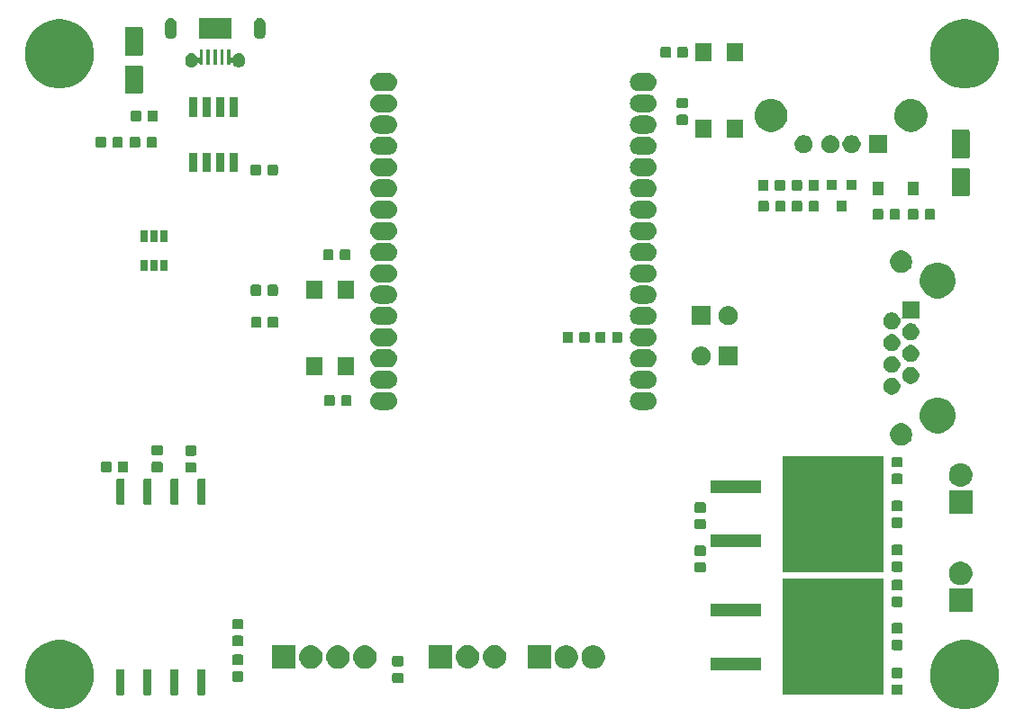
<source format=gbr>
G04 #@! TF.GenerationSoftware,KiCad,Pcbnew,(5.1.5)-3*
G04 #@! TF.CreationDate,2020-05-25T11:19:48-05:00*
G04 #@! TF.ProjectId,Delta_Robot,44656c74-615f-4526-9f62-6f742e6b6963,rev?*
G04 #@! TF.SameCoordinates,Original*
G04 #@! TF.FileFunction,Soldermask,Top*
G04 #@! TF.FilePolarity,Negative*
%FSLAX46Y46*%
G04 Gerber Fmt 4.6, Leading zero omitted, Abs format (unit mm)*
G04 Created by KiCad (PCBNEW (5.1.5)-3) date 2020-05-25 11:19:48*
%MOMM*%
%LPD*%
G04 APERTURE LIST*
%ADD10C,0.100000*%
G04 APERTURE END LIST*
D10*
G36*
X180974239Y-117461467D02*
G01*
X181288282Y-117523934D01*
X181879926Y-117769001D01*
X182222507Y-117997907D01*
X182402831Y-118118395D01*
X182412392Y-118124784D01*
X182865216Y-118577608D01*
X183220999Y-119110074D01*
X183466066Y-119701718D01*
X183498307Y-119863807D01*
X183591000Y-120329803D01*
X183591000Y-120970197D01*
X183545438Y-121199250D01*
X183466066Y-121598282D01*
X183220999Y-122189926D01*
X182865216Y-122722392D01*
X182412392Y-123175216D01*
X181879926Y-123530999D01*
X181288282Y-123776066D01*
X180974239Y-123838533D01*
X180660197Y-123901000D01*
X180019803Y-123901000D01*
X179705761Y-123838533D01*
X179391718Y-123776066D01*
X178800074Y-123530999D01*
X178267608Y-123175216D01*
X177814784Y-122722392D01*
X177459001Y-122189926D01*
X177213934Y-121598282D01*
X177134562Y-121199250D01*
X177089000Y-120970197D01*
X177089000Y-120329803D01*
X177181693Y-119863807D01*
X177213934Y-119701718D01*
X177459001Y-119110074D01*
X177814784Y-118577608D01*
X178267608Y-118124784D01*
X178277170Y-118118395D01*
X178457493Y-117997907D01*
X178800074Y-117769001D01*
X179391718Y-117523934D01*
X179705761Y-117461467D01*
X180019803Y-117399000D01*
X180660197Y-117399000D01*
X180974239Y-117461467D01*
G37*
G36*
X95884239Y-117461467D02*
G01*
X96198282Y-117523934D01*
X96789926Y-117769001D01*
X97132507Y-117997907D01*
X97312831Y-118118395D01*
X97322392Y-118124784D01*
X97775216Y-118577608D01*
X98130999Y-119110074D01*
X98376066Y-119701718D01*
X98408307Y-119863807D01*
X98501000Y-120329803D01*
X98501000Y-120970197D01*
X98455438Y-121199250D01*
X98376066Y-121598282D01*
X98130999Y-122189926D01*
X97775216Y-122722392D01*
X97322392Y-123175216D01*
X96789926Y-123530999D01*
X96198282Y-123776066D01*
X95884239Y-123838533D01*
X95570197Y-123901000D01*
X94929803Y-123901000D01*
X94615761Y-123838533D01*
X94301718Y-123776066D01*
X93710074Y-123530999D01*
X93177608Y-123175216D01*
X92724784Y-122722392D01*
X92369001Y-122189926D01*
X92123934Y-121598282D01*
X92044562Y-121199250D01*
X91999000Y-120970197D01*
X91999000Y-120329803D01*
X92091693Y-119863807D01*
X92123934Y-119701718D01*
X92369001Y-119110074D01*
X92724784Y-118577608D01*
X93177608Y-118124784D01*
X93187170Y-118118395D01*
X93367493Y-117997907D01*
X93710074Y-117769001D01*
X94301718Y-117523934D01*
X94615761Y-117461467D01*
X94929803Y-117399000D01*
X95570197Y-117399000D01*
X95884239Y-117461467D01*
G37*
G36*
X108859867Y-120142004D02*
G01*
X108883292Y-120149110D01*
X108904889Y-120160654D01*
X108923814Y-120176186D01*
X108939346Y-120195111D01*
X108950890Y-120216708D01*
X108957996Y-120240133D01*
X108961000Y-120270638D01*
X108961000Y-122459362D01*
X108957996Y-122489867D01*
X108950890Y-122513292D01*
X108939346Y-122534889D01*
X108923814Y-122553814D01*
X108904889Y-122569346D01*
X108883292Y-122580890D01*
X108859867Y-122587996D01*
X108829362Y-122591000D01*
X108340638Y-122591000D01*
X108310133Y-122587996D01*
X108286708Y-122580890D01*
X108265111Y-122569346D01*
X108246186Y-122553814D01*
X108230654Y-122534889D01*
X108219110Y-122513292D01*
X108212004Y-122489867D01*
X108209000Y-122459362D01*
X108209000Y-120270638D01*
X108212004Y-120240133D01*
X108219110Y-120216708D01*
X108230654Y-120195111D01*
X108246186Y-120176186D01*
X108265111Y-120160654D01*
X108286708Y-120149110D01*
X108310133Y-120142004D01*
X108340638Y-120139000D01*
X108829362Y-120139000D01*
X108859867Y-120142004D01*
G37*
G36*
X101239867Y-120142004D02*
G01*
X101263292Y-120149110D01*
X101284889Y-120160654D01*
X101303814Y-120176186D01*
X101319346Y-120195111D01*
X101330890Y-120216708D01*
X101337996Y-120240133D01*
X101341000Y-120270638D01*
X101341000Y-122459362D01*
X101337996Y-122489867D01*
X101330890Y-122513292D01*
X101319346Y-122534889D01*
X101303814Y-122553814D01*
X101284889Y-122569346D01*
X101263292Y-122580890D01*
X101239867Y-122587996D01*
X101209362Y-122591000D01*
X100720638Y-122591000D01*
X100690133Y-122587996D01*
X100666708Y-122580890D01*
X100645111Y-122569346D01*
X100626186Y-122553814D01*
X100610654Y-122534889D01*
X100599110Y-122513292D01*
X100592004Y-122489867D01*
X100589000Y-122459362D01*
X100589000Y-120270638D01*
X100592004Y-120240133D01*
X100599110Y-120216708D01*
X100610654Y-120195111D01*
X100626186Y-120176186D01*
X100645111Y-120160654D01*
X100666708Y-120149110D01*
X100690133Y-120142004D01*
X100720638Y-120139000D01*
X101209362Y-120139000D01*
X101239867Y-120142004D01*
G37*
G36*
X103779867Y-120142004D02*
G01*
X103803292Y-120149110D01*
X103824889Y-120160654D01*
X103843814Y-120176186D01*
X103859346Y-120195111D01*
X103870890Y-120216708D01*
X103877996Y-120240133D01*
X103881000Y-120270638D01*
X103881000Y-122459362D01*
X103877996Y-122489867D01*
X103870890Y-122513292D01*
X103859346Y-122534889D01*
X103843814Y-122553814D01*
X103824889Y-122569346D01*
X103803292Y-122580890D01*
X103779867Y-122587996D01*
X103749362Y-122591000D01*
X103260638Y-122591000D01*
X103230133Y-122587996D01*
X103206708Y-122580890D01*
X103185111Y-122569346D01*
X103166186Y-122553814D01*
X103150654Y-122534889D01*
X103139110Y-122513292D01*
X103132004Y-122489867D01*
X103129000Y-122459362D01*
X103129000Y-120270638D01*
X103132004Y-120240133D01*
X103139110Y-120216708D01*
X103150654Y-120195111D01*
X103166186Y-120176186D01*
X103185111Y-120160654D01*
X103206708Y-120149110D01*
X103230133Y-120142004D01*
X103260638Y-120139000D01*
X103749362Y-120139000D01*
X103779867Y-120142004D01*
G37*
G36*
X106319867Y-120142004D02*
G01*
X106343292Y-120149110D01*
X106364889Y-120160654D01*
X106383814Y-120176186D01*
X106399346Y-120195111D01*
X106410890Y-120216708D01*
X106417996Y-120240133D01*
X106421000Y-120270638D01*
X106421000Y-122459362D01*
X106417996Y-122489867D01*
X106410890Y-122513292D01*
X106399346Y-122534889D01*
X106383814Y-122553814D01*
X106364889Y-122569346D01*
X106343292Y-122580890D01*
X106319867Y-122587996D01*
X106289362Y-122591000D01*
X105800638Y-122591000D01*
X105770133Y-122587996D01*
X105746708Y-122580890D01*
X105725111Y-122569346D01*
X105706186Y-122553814D01*
X105690654Y-122534889D01*
X105679110Y-122513292D01*
X105672004Y-122489867D01*
X105669000Y-122459362D01*
X105669000Y-120270638D01*
X105672004Y-120240133D01*
X105679110Y-120216708D01*
X105690654Y-120195111D01*
X105706186Y-120176186D01*
X105725111Y-120160654D01*
X105746708Y-120149110D01*
X105770133Y-120142004D01*
X105800638Y-120139000D01*
X106289362Y-120139000D01*
X106319867Y-120142004D01*
G37*
G36*
X174369591Y-121588085D02*
G01*
X174403569Y-121598393D01*
X174434890Y-121615134D01*
X174462339Y-121637661D01*
X174484866Y-121665110D01*
X174501607Y-121696431D01*
X174511915Y-121730409D01*
X174516000Y-121771890D01*
X174516000Y-122373110D01*
X174511915Y-122414591D01*
X174501607Y-122448569D01*
X174484866Y-122479890D01*
X174462339Y-122507339D01*
X174434890Y-122529866D01*
X174403569Y-122546607D01*
X174369591Y-122556915D01*
X174328110Y-122561000D01*
X173651890Y-122561000D01*
X173610409Y-122556915D01*
X173576431Y-122546607D01*
X173545110Y-122529866D01*
X173517661Y-122507339D01*
X173495134Y-122479890D01*
X173478393Y-122448569D01*
X173468085Y-122414591D01*
X173464000Y-122373110D01*
X173464000Y-121771890D01*
X173468085Y-121730409D01*
X173478393Y-121696431D01*
X173495134Y-121665110D01*
X173517661Y-121637661D01*
X173545110Y-121615134D01*
X173576431Y-121598393D01*
X173610409Y-121588085D01*
X173651890Y-121584000D01*
X174328110Y-121584000D01*
X174369591Y-121588085D01*
G37*
G36*
X172718000Y-122545000D02*
G01*
X163216000Y-122545000D01*
X163216000Y-111643000D01*
X172718000Y-111643000D01*
X172718000Y-122545000D01*
G37*
G36*
X127430391Y-120470585D02*
G01*
X127464369Y-120480893D01*
X127495690Y-120497634D01*
X127523139Y-120520161D01*
X127545666Y-120547610D01*
X127562407Y-120578931D01*
X127572715Y-120612909D01*
X127576800Y-120654390D01*
X127576800Y-121255610D01*
X127572715Y-121297091D01*
X127562407Y-121331069D01*
X127545666Y-121362390D01*
X127523139Y-121389839D01*
X127495690Y-121412366D01*
X127464369Y-121429107D01*
X127430391Y-121439415D01*
X127388910Y-121443500D01*
X126712690Y-121443500D01*
X126671209Y-121439415D01*
X126637231Y-121429107D01*
X126605910Y-121412366D01*
X126578461Y-121389839D01*
X126555934Y-121362390D01*
X126539193Y-121331069D01*
X126528885Y-121297091D01*
X126524800Y-121255610D01*
X126524800Y-120654390D01*
X126528885Y-120612909D01*
X126539193Y-120578931D01*
X126555934Y-120547610D01*
X126578461Y-120520161D01*
X126605910Y-120497634D01*
X126637231Y-120480893D01*
X126671209Y-120470585D01*
X126712690Y-120466500D01*
X127388910Y-120466500D01*
X127430391Y-120470585D01*
G37*
G36*
X112393591Y-120343585D02*
G01*
X112427569Y-120353893D01*
X112458890Y-120370634D01*
X112486339Y-120393161D01*
X112508866Y-120420610D01*
X112525607Y-120451931D01*
X112535915Y-120485909D01*
X112540000Y-120527390D01*
X112540000Y-121128610D01*
X112535915Y-121170091D01*
X112525607Y-121204069D01*
X112508866Y-121235390D01*
X112486339Y-121262839D01*
X112458890Y-121285366D01*
X112427569Y-121302107D01*
X112393591Y-121312415D01*
X112352110Y-121316500D01*
X111675890Y-121316500D01*
X111634409Y-121312415D01*
X111600431Y-121302107D01*
X111569110Y-121285366D01*
X111541661Y-121262839D01*
X111519134Y-121235390D01*
X111502393Y-121204069D01*
X111492085Y-121170091D01*
X111488000Y-121128610D01*
X111488000Y-120527390D01*
X111492085Y-120485909D01*
X111502393Y-120451931D01*
X111519134Y-120420610D01*
X111541661Y-120393161D01*
X111569110Y-120370634D01*
X111600431Y-120353893D01*
X111634409Y-120343585D01*
X111675890Y-120339500D01*
X112352110Y-120339500D01*
X112393591Y-120343585D01*
G37*
G36*
X174369591Y-120013085D02*
G01*
X174403569Y-120023393D01*
X174434890Y-120040134D01*
X174462339Y-120062661D01*
X174484866Y-120090110D01*
X174501607Y-120121431D01*
X174511915Y-120155409D01*
X174516000Y-120196890D01*
X174516000Y-120798110D01*
X174511915Y-120839591D01*
X174501607Y-120873569D01*
X174484866Y-120904890D01*
X174462339Y-120932339D01*
X174434890Y-120954866D01*
X174403569Y-120971607D01*
X174369591Y-120981915D01*
X174328110Y-120986000D01*
X173651890Y-120986000D01*
X173610409Y-120981915D01*
X173576431Y-120971607D01*
X173545110Y-120954866D01*
X173517661Y-120932339D01*
X173495134Y-120904890D01*
X173478393Y-120873569D01*
X173468085Y-120839591D01*
X173464000Y-120798110D01*
X173464000Y-120196890D01*
X173468085Y-120155409D01*
X173478393Y-120121431D01*
X173495134Y-120090110D01*
X173517661Y-120062661D01*
X173545110Y-120040134D01*
X173576431Y-120023393D01*
X173610409Y-120013085D01*
X173651890Y-120009000D01*
X174328110Y-120009000D01*
X174369591Y-120013085D01*
G37*
G36*
X161168000Y-120235000D02*
G01*
X156466000Y-120235000D01*
X156466000Y-119033000D01*
X161168000Y-119033000D01*
X161168000Y-120235000D01*
G37*
G36*
X119065456Y-117914911D02*
G01*
X119193150Y-117940311D01*
X119293334Y-117981809D01*
X119393520Y-118023307D01*
X119573844Y-118143795D01*
X119727205Y-118297156D01*
X119847693Y-118477480D01*
X119930689Y-118677851D01*
X119973000Y-118890560D01*
X119973000Y-119107440D01*
X119951844Y-119213795D01*
X119935742Y-119294749D01*
X119930689Y-119320149D01*
X119847693Y-119520520D01*
X119727205Y-119700844D01*
X119573844Y-119854205D01*
X119393520Y-119974693D01*
X119310695Y-120009000D01*
X119193150Y-120057689D01*
X119108133Y-120074600D01*
X118980440Y-120100000D01*
X118763560Y-120100000D01*
X118635867Y-120074600D01*
X118550850Y-120057689D01*
X118433305Y-120009000D01*
X118350480Y-119974693D01*
X118170156Y-119854205D01*
X118016795Y-119700844D01*
X117896307Y-119520520D01*
X117813311Y-119320149D01*
X117808259Y-119294749D01*
X117792156Y-119213795D01*
X117771000Y-119107440D01*
X117771000Y-118890560D01*
X117813311Y-118677851D01*
X117896307Y-118477480D01*
X118016795Y-118297156D01*
X118170156Y-118143795D01*
X118350480Y-118023307D01*
X118450666Y-117981809D01*
X118550850Y-117940311D01*
X118678544Y-117914911D01*
X118763560Y-117898000D01*
X118980440Y-117898000D01*
X119065456Y-117914911D01*
G37*
G36*
X117433000Y-120100000D02*
G01*
X115231000Y-120100000D01*
X115231000Y-117898000D01*
X117433000Y-117898000D01*
X117433000Y-120100000D01*
G37*
G36*
X121605456Y-117914911D02*
G01*
X121733150Y-117940311D01*
X121833334Y-117981809D01*
X121933520Y-118023307D01*
X122113844Y-118143795D01*
X122267205Y-118297156D01*
X122387693Y-118477480D01*
X122470689Y-118677851D01*
X122513000Y-118890560D01*
X122513000Y-119107440D01*
X122491844Y-119213795D01*
X122475742Y-119294749D01*
X122470689Y-119320149D01*
X122387693Y-119520520D01*
X122267205Y-119700844D01*
X122113844Y-119854205D01*
X121933520Y-119974693D01*
X121850695Y-120009000D01*
X121733150Y-120057689D01*
X121648133Y-120074600D01*
X121520440Y-120100000D01*
X121303560Y-120100000D01*
X121175867Y-120074600D01*
X121090850Y-120057689D01*
X120973305Y-120009000D01*
X120890480Y-119974693D01*
X120710156Y-119854205D01*
X120556795Y-119700844D01*
X120436307Y-119520520D01*
X120353311Y-119320149D01*
X120348259Y-119294749D01*
X120332156Y-119213795D01*
X120311000Y-119107440D01*
X120311000Y-118890560D01*
X120353311Y-118677851D01*
X120436307Y-118477480D01*
X120556795Y-118297156D01*
X120710156Y-118143795D01*
X120890480Y-118023307D01*
X120990666Y-117981809D01*
X121090850Y-117940311D01*
X121218544Y-117914911D01*
X121303560Y-117898000D01*
X121520440Y-117898000D01*
X121605456Y-117914911D01*
G37*
G36*
X124145456Y-117914911D02*
G01*
X124273150Y-117940311D01*
X124373334Y-117981809D01*
X124473520Y-118023307D01*
X124653844Y-118143795D01*
X124807205Y-118297156D01*
X124927693Y-118477480D01*
X125010689Y-118677851D01*
X125053000Y-118890560D01*
X125053000Y-119107440D01*
X125031844Y-119213795D01*
X125015742Y-119294749D01*
X125010689Y-119320149D01*
X124927693Y-119520520D01*
X124807205Y-119700844D01*
X124653844Y-119854205D01*
X124473520Y-119974693D01*
X124390695Y-120009000D01*
X124273150Y-120057689D01*
X124188133Y-120074600D01*
X124060440Y-120100000D01*
X123843560Y-120100000D01*
X123715867Y-120074600D01*
X123630850Y-120057689D01*
X123513305Y-120009000D01*
X123430480Y-119974693D01*
X123250156Y-119854205D01*
X123096795Y-119700844D01*
X122976307Y-119520520D01*
X122893311Y-119320149D01*
X122888259Y-119294749D01*
X122872156Y-119213795D01*
X122851000Y-119107440D01*
X122851000Y-118890560D01*
X122893311Y-118677851D01*
X122976307Y-118477480D01*
X123096795Y-118297156D01*
X123250156Y-118143795D01*
X123430480Y-118023307D01*
X123530666Y-117981809D01*
X123630850Y-117940311D01*
X123758544Y-117914911D01*
X123843560Y-117898000D01*
X124060440Y-117898000D01*
X124145456Y-117914911D01*
G37*
G36*
X141436000Y-120100000D02*
G01*
X139234000Y-120100000D01*
X139234000Y-117898000D01*
X141436000Y-117898000D01*
X141436000Y-120100000D01*
G37*
G36*
X143068456Y-117914911D02*
G01*
X143196150Y-117940311D01*
X143296334Y-117981809D01*
X143396520Y-118023307D01*
X143576844Y-118143795D01*
X143730205Y-118297156D01*
X143850693Y-118477480D01*
X143933689Y-118677851D01*
X143976000Y-118890560D01*
X143976000Y-119107440D01*
X143954844Y-119213795D01*
X143938742Y-119294749D01*
X143933689Y-119320149D01*
X143850693Y-119520520D01*
X143730205Y-119700844D01*
X143576844Y-119854205D01*
X143396520Y-119974693D01*
X143313695Y-120009000D01*
X143196150Y-120057689D01*
X143111133Y-120074600D01*
X142983440Y-120100000D01*
X142766560Y-120100000D01*
X142638867Y-120074600D01*
X142553850Y-120057689D01*
X142436305Y-120009000D01*
X142353480Y-119974693D01*
X142173156Y-119854205D01*
X142019795Y-119700844D01*
X141899307Y-119520520D01*
X141816311Y-119320149D01*
X141811259Y-119294749D01*
X141795156Y-119213795D01*
X141774000Y-119107440D01*
X141774000Y-118890560D01*
X141816311Y-118677851D01*
X141899307Y-118477480D01*
X142019795Y-118297156D01*
X142173156Y-118143795D01*
X142353480Y-118023307D01*
X142453666Y-117981809D01*
X142553850Y-117940311D01*
X142681544Y-117914911D01*
X142766560Y-117898000D01*
X142983440Y-117898000D01*
X143068456Y-117914911D01*
G37*
G36*
X145608456Y-117914911D02*
G01*
X145736150Y-117940311D01*
X145836334Y-117981809D01*
X145936520Y-118023307D01*
X146116844Y-118143795D01*
X146270205Y-118297156D01*
X146390693Y-118477480D01*
X146473689Y-118677851D01*
X146516000Y-118890560D01*
X146516000Y-119107440D01*
X146494844Y-119213795D01*
X146478742Y-119294749D01*
X146473689Y-119320149D01*
X146390693Y-119520520D01*
X146270205Y-119700844D01*
X146116844Y-119854205D01*
X145936520Y-119974693D01*
X145853695Y-120009000D01*
X145736150Y-120057689D01*
X145651133Y-120074600D01*
X145523440Y-120100000D01*
X145306560Y-120100000D01*
X145178867Y-120074600D01*
X145093850Y-120057689D01*
X144976305Y-120009000D01*
X144893480Y-119974693D01*
X144713156Y-119854205D01*
X144559795Y-119700844D01*
X144439307Y-119520520D01*
X144356311Y-119320149D01*
X144351259Y-119294749D01*
X144335156Y-119213795D01*
X144314000Y-119107440D01*
X144314000Y-118890560D01*
X144356311Y-118677851D01*
X144439307Y-118477480D01*
X144559795Y-118297156D01*
X144713156Y-118143795D01*
X144893480Y-118023307D01*
X144993666Y-117981809D01*
X145093850Y-117940311D01*
X145221544Y-117914911D01*
X145306560Y-117898000D01*
X145523440Y-117898000D01*
X145608456Y-117914911D01*
G37*
G36*
X132165000Y-120074600D02*
G01*
X129963000Y-120074600D01*
X129963000Y-117872600D01*
X132165000Y-117872600D01*
X132165000Y-120074600D01*
G37*
G36*
X136349773Y-117891961D02*
G01*
X136465150Y-117914911D01*
X136537569Y-117944908D01*
X136665520Y-117997907D01*
X136845844Y-118118395D01*
X136999205Y-118271756D01*
X137119693Y-118452080D01*
X137130214Y-118477480D01*
X137202689Y-118652450D01*
X137208899Y-118683668D01*
X137245000Y-118865160D01*
X137245000Y-119082040D01*
X137239423Y-119110076D01*
X137202689Y-119294750D01*
X137192168Y-119320149D01*
X137119693Y-119495120D01*
X136999205Y-119675444D01*
X136845844Y-119828805D01*
X136665520Y-119949293D01*
X136565334Y-119990791D01*
X136465150Y-120032289D01*
X136358795Y-120053444D01*
X136252440Y-120074600D01*
X136035560Y-120074600D01*
X135929205Y-120053444D01*
X135822850Y-120032289D01*
X135722666Y-119990791D01*
X135622480Y-119949293D01*
X135442156Y-119828805D01*
X135288795Y-119675444D01*
X135168307Y-119495120D01*
X135095832Y-119320149D01*
X135085311Y-119294750D01*
X135048577Y-119110076D01*
X135043000Y-119082040D01*
X135043000Y-118865160D01*
X135079101Y-118683668D01*
X135085311Y-118652450D01*
X135157786Y-118477480D01*
X135168307Y-118452080D01*
X135288795Y-118271756D01*
X135442156Y-118118395D01*
X135622480Y-117997907D01*
X135750431Y-117944908D01*
X135822850Y-117914911D01*
X135938227Y-117891961D01*
X136035560Y-117872600D01*
X136252440Y-117872600D01*
X136349773Y-117891961D01*
G37*
G36*
X133809773Y-117891961D02*
G01*
X133925150Y-117914911D01*
X133997569Y-117944908D01*
X134125520Y-117997907D01*
X134305844Y-118118395D01*
X134459205Y-118271756D01*
X134579693Y-118452080D01*
X134590214Y-118477480D01*
X134662689Y-118652450D01*
X134668899Y-118683668D01*
X134705000Y-118865160D01*
X134705000Y-119082040D01*
X134699423Y-119110076D01*
X134662689Y-119294750D01*
X134652168Y-119320149D01*
X134579693Y-119495120D01*
X134459205Y-119675444D01*
X134305844Y-119828805D01*
X134125520Y-119949293D01*
X134025334Y-119990791D01*
X133925150Y-120032289D01*
X133818795Y-120053444D01*
X133712440Y-120074600D01*
X133495560Y-120074600D01*
X133389205Y-120053444D01*
X133282850Y-120032289D01*
X133182666Y-119990791D01*
X133082480Y-119949293D01*
X132902156Y-119828805D01*
X132748795Y-119675444D01*
X132628307Y-119495120D01*
X132555832Y-119320149D01*
X132545311Y-119294750D01*
X132508577Y-119110076D01*
X132503000Y-119082040D01*
X132503000Y-118865160D01*
X132539101Y-118683668D01*
X132545311Y-118652450D01*
X132617786Y-118477480D01*
X132628307Y-118452080D01*
X132748795Y-118271756D01*
X132902156Y-118118395D01*
X133082480Y-117997907D01*
X133210431Y-117944908D01*
X133282850Y-117914911D01*
X133398227Y-117891961D01*
X133495560Y-117872600D01*
X133712440Y-117872600D01*
X133809773Y-117891961D01*
G37*
G36*
X127430391Y-118895585D02*
G01*
X127464369Y-118905893D01*
X127495690Y-118922634D01*
X127523139Y-118945161D01*
X127545666Y-118972610D01*
X127562407Y-119003931D01*
X127572715Y-119037909D01*
X127576800Y-119079390D01*
X127576800Y-119680610D01*
X127572715Y-119722091D01*
X127562407Y-119756069D01*
X127545666Y-119787390D01*
X127523139Y-119814839D01*
X127495690Y-119837366D01*
X127464369Y-119854107D01*
X127430391Y-119864415D01*
X127388910Y-119868500D01*
X126712690Y-119868500D01*
X126671209Y-119864415D01*
X126637231Y-119854107D01*
X126605910Y-119837366D01*
X126578461Y-119814839D01*
X126555934Y-119787390D01*
X126539193Y-119756069D01*
X126528885Y-119722091D01*
X126524800Y-119680610D01*
X126524800Y-119079390D01*
X126528885Y-119037909D01*
X126539193Y-119003931D01*
X126555934Y-118972610D01*
X126578461Y-118945161D01*
X126605910Y-118922634D01*
X126637231Y-118905893D01*
X126671209Y-118895585D01*
X126712690Y-118891500D01*
X127388910Y-118891500D01*
X127430391Y-118895585D01*
G37*
G36*
X112393591Y-118768585D02*
G01*
X112427569Y-118778893D01*
X112458890Y-118795634D01*
X112486339Y-118818161D01*
X112508866Y-118845610D01*
X112525607Y-118876931D01*
X112535915Y-118910909D01*
X112540000Y-118952390D01*
X112540000Y-119553610D01*
X112535915Y-119595091D01*
X112525607Y-119629069D01*
X112508866Y-119660390D01*
X112486339Y-119687839D01*
X112458890Y-119710366D01*
X112427569Y-119727107D01*
X112393591Y-119737415D01*
X112352110Y-119741500D01*
X111675890Y-119741500D01*
X111634409Y-119737415D01*
X111600431Y-119727107D01*
X111569110Y-119710366D01*
X111541661Y-119687839D01*
X111519134Y-119660390D01*
X111502393Y-119629069D01*
X111492085Y-119595091D01*
X111488000Y-119553610D01*
X111488000Y-118952390D01*
X111492085Y-118910909D01*
X111502393Y-118876931D01*
X111519134Y-118845610D01*
X111541661Y-118818161D01*
X111569110Y-118795634D01*
X111600431Y-118778893D01*
X111634409Y-118768585D01*
X111675890Y-118764500D01*
X112352110Y-118764500D01*
X112393591Y-118768585D01*
G37*
G36*
X174369591Y-117371585D02*
G01*
X174403569Y-117381893D01*
X174434890Y-117398634D01*
X174462339Y-117421161D01*
X174484866Y-117448610D01*
X174501607Y-117479931D01*
X174511915Y-117513909D01*
X174516000Y-117555390D01*
X174516000Y-118156610D01*
X174511915Y-118198091D01*
X174501607Y-118232069D01*
X174484866Y-118263390D01*
X174462339Y-118290839D01*
X174434890Y-118313366D01*
X174403569Y-118330107D01*
X174369591Y-118340415D01*
X174328110Y-118344500D01*
X173651890Y-118344500D01*
X173610409Y-118340415D01*
X173576431Y-118330107D01*
X173545110Y-118313366D01*
X173517661Y-118290839D01*
X173495134Y-118263390D01*
X173478393Y-118232069D01*
X173468085Y-118198091D01*
X173464000Y-118156610D01*
X173464000Y-117555390D01*
X173468085Y-117513909D01*
X173478393Y-117479931D01*
X173495134Y-117448610D01*
X173517661Y-117421161D01*
X173545110Y-117398634D01*
X173576431Y-117381893D01*
X173610409Y-117371585D01*
X173651890Y-117367500D01*
X174328110Y-117367500D01*
X174369591Y-117371585D01*
G37*
G36*
X112393591Y-116990585D02*
G01*
X112427569Y-117000893D01*
X112458890Y-117017634D01*
X112486339Y-117040161D01*
X112508866Y-117067610D01*
X112525607Y-117098931D01*
X112535915Y-117132909D01*
X112540000Y-117174390D01*
X112540000Y-117775610D01*
X112535915Y-117817091D01*
X112525607Y-117851069D01*
X112508866Y-117882390D01*
X112486339Y-117909839D01*
X112458890Y-117932366D01*
X112427569Y-117949107D01*
X112393591Y-117959415D01*
X112352110Y-117963500D01*
X111675890Y-117963500D01*
X111634409Y-117959415D01*
X111600431Y-117949107D01*
X111569110Y-117932366D01*
X111541661Y-117909839D01*
X111519134Y-117882390D01*
X111502393Y-117851069D01*
X111492085Y-117817091D01*
X111488000Y-117775610D01*
X111488000Y-117174390D01*
X111492085Y-117132909D01*
X111502393Y-117098931D01*
X111519134Y-117067610D01*
X111541661Y-117040161D01*
X111569110Y-117017634D01*
X111600431Y-117000893D01*
X111634409Y-116990585D01*
X111675890Y-116986500D01*
X112352110Y-116986500D01*
X112393591Y-116990585D01*
G37*
G36*
X174369591Y-115796585D02*
G01*
X174403569Y-115806893D01*
X174434890Y-115823634D01*
X174462339Y-115846161D01*
X174484866Y-115873610D01*
X174501607Y-115904931D01*
X174511915Y-115938909D01*
X174516000Y-115980390D01*
X174516000Y-116581610D01*
X174511915Y-116623091D01*
X174501607Y-116657069D01*
X174484866Y-116688390D01*
X174462339Y-116715839D01*
X174434890Y-116738366D01*
X174403569Y-116755107D01*
X174369591Y-116765415D01*
X174328110Y-116769500D01*
X173651890Y-116769500D01*
X173610409Y-116765415D01*
X173576431Y-116755107D01*
X173545110Y-116738366D01*
X173517661Y-116715839D01*
X173495134Y-116688390D01*
X173478393Y-116657069D01*
X173468085Y-116623091D01*
X173464000Y-116581610D01*
X173464000Y-115980390D01*
X173468085Y-115938909D01*
X173478393Y-115904931D01*
X173495134Y-115873610D01*
X173517661Y-115846161D01*
X173545110Y-115823634D01*
X173576431Y-115806893D01*
X173610409Y-115796585D01*
X173651890Y-115792500D01*
X174328110Y-115792500D01*
X174369591Y-115796585D01*
G37*
G36*
X112393591Y-115415585D02*
G01*
X112427569Y-115425893D01*
X112458890Y-115442634D01*
X112486339Y-115465161D01*
X112508866Y-115492610D01*
X112525607Y-115523931D01*
X112535915Y-115557909D01*
X112540000Y-115599390D01*
X112540000Y-116200610D01*
X112535915Y-116242091D01*
X112525607Y-116276069D01*
X112508866Y-116307390D01*
X112486339Y-116334839D01*
X112458890Y-116357366D01*
X112427569Y-116374107D01*
X112393591Y-116384415D01*
X112352110Y-116388500D01*
X111675890Y-116388500D01*
X111634409Y-116384415D01*
X111600431Y-116374107D01*
X111569110Y-116357366D01*
X111541661Y-116334839D01*
X111519134Y-116307390D01*
X111502393Y-116276069D01*
X111492085Y-116242091D01*
X111488000Y-116200610D01*
X111488000Y-115599390D01*
X111492085Y-115557909D01*
X111502393Y-115523931D01*
X111519134Y-115492610D01*
X111541661Y-115465161D01*
X111569110Y-115442634D01*
X111600431Y-115425893D01*
X111634409Y-115415585D01*
X111675890Y-115411500D01*
X112352110Y-115411500D01*
X112393591Y-115415585D01*
G37*
G36*
X161168000Y-115155000D02*
G01*
X156466000Y-115155000D01*
X156466000Y-113953000D01*
X161168000Y-113953000D01*
X161168000Y-115155000D01*
G37*
G36*
X181060000Y-114766000D02*
G01*
X178858000Y-114766000D01*
X178858000Y-112564000D01*
X181060000Y-112564000D01*
X181060000Y-114766000D01*
G37*
G36*
X174369591Y-113307585D02*
G01*
X174403569Y-113317893D01*
X174434890Y-113334634D01*
X174462339Y-113357161D01*
X174484866Y-113384610D01*
X174501607Y-113415931D01*
X174511915Y-113449909D01*
X174516000Y-113491390D01*
X174516000Y-114092610D01*
X174511915Y-114134091D01*
X174501607Y-114168069D01*
X174484866Y-114199390D01*
X174462339Y-114226839D01*
X174434890Y-114249366D01*
X174403569Y-114266107D01*
X174369591Y-114276415D01*
X174328110Y-114280500D01*
X173651890Y-114280500D01*
X173610409Y-114276415D01*
X173576431Y-114266107D01*
X173545110Y-114249366D01*
X173517661Y-114226839D01*
X173495134Y-114199390D01*
X173478393Y-114168069D01*
X173468085Y-114134091D01*
X173464000Y-114092610D01*
X173464000Y-113491390D01*
X173468085Y-113449909D01*
X173478393Y-113415931D01*
X173495134Y-113384610D01*
X173517661Y-113357161D01*
X173545110Y-113334634D01*
X173576431Y-113317893D01*
X173610409Y-113307585D01*
X173651890Y-113303500D01*
X174328110Y-113303500D01*
X174369591Y-113307585D01*
G37*
G36*
X174369591Y-111732585D02*
G01*
X174403569Y-111742893D01*
X174434890Y-111759634D01*
X174462339Y-111782161D01*
X174484866Y-111809610D01*
X174501607Y-111840931D01*
X174511915Y-111874909D01*
X174516000Y-111916390D01*
X174516000Y-112517610D01*
X174511915Y-112559091D01*
X174501607Y-112593069D01*
X174484866Y-112624390D01*
X174462339Y-112651839D01*
X174434890Y-112674366D01*
X174403569Y-112691107D01*
X174369591Y-112701415D01*
X174328110Y-112705500D01*
X173651890Y-112705500D01*
X173610409Y-112701415D01*
X173576431Y-112691107D01*
X173545110Y-112674366D01*
X173517661Y-112651839D01*
X173495134Y-112624390D01*
X173478393Y-112593069D01*
X173468085Y-112559091D01*
X173464000Y-112517610D01*
X173464000Y-111916390D01*
X173468085Y-111874909D01*
X173478393Y-111840931D01*
X173495134Y-111809610D01*
X173517661Y-111782161D01*
X173545110Y-111759634D01*
X173576431Y-111742893D01*
X173610409Y-111732585D01*
X173651890Y-111728500D01*
X174328110Y-111728500D01*
X174369591Y-111732585D01*
G37*
G36*
X180110845Y-110032634D02*
G01*
X180280150Y-110066311D01*
X180480520Y-110149307D01*
X180660844Y-110269795D01*
X180814205Y-110423156D01*
X180934693Y-110603480D01*
X180934693Y-110603481D01*
X181017689Y-110803850D01*
X181028500Y-110858201D01*
X181060000Y-111016560D01*
X181060000Y-111233440D01*
X181017689Y-111446149D01*
X180934693Y-111646520D01*
X180814205Y-111826844D01*
X180660844Y-111980205D01*
X180480520Y-112100693D01*
X180380334Y-112142191D01*
X180280150Y-112183689D01*
X180173794Y-112204845D01*
X180067440Y-112226000D01*
X179850560Y-112226000D01*
X179744206Y-112204845D01*
X179637850Y-112183689D01*
X179537666Y-112142191D01*
X179437480Y-112100693D01*
X179257156Y-111980205D01*
X179103795Y-111826844D01*
X178983307Y-111646520D01*
X178900311Y-111446149D01*
X178858000Y-111233440D01*
X178858000Y-111016560D01*
X178889500Y-110858201D01*
X178900311Y-110803850D01*
X178983307Y-110603481D01*
X178983307Y-110603480D01*
X179103795Y-110423156D01*
X179257156Y-110269795D01*
X179437480Y-110149307D01*
X179537666Y-110107809D01*
X179637850Y-110066311D01*
X179807155Y-110032634D01*
X179850560Y-110024000D01*
X180067440Y-110024000D01*
X180110845Y-110032634D01*
G37*
G36*
X155852991Y-110081885D02*
G01*
X155886969Y-110092193D01*
X155918290Y-110108934D01*
X155945739Y-110131461D01*
X155968266Y-110158910D01*
X155985007Y-110190231D01*
X155995315Y-110224209D01*
X155999400Y-110265690D01*
X155999400Y-110866910D01*
X155995315Y-110908391D01*
X155985007Y-110942369D01*
X155968266Y-110973690D01*
X155945739Y-111001139D01*
X155918290Y-111023666D01*
X155886969Y-111040407D01*
X155852991Y-111050715D01*
X155811510Y-111054800D01*
X155135290Y-111054800D01*
X155093809Y-111050715D01*
X155059831Y-111040407D01*
X155028510Y-111023666D01*
X155001061Y-111001139D01*
X154978534Y-110973690D01*
X154961793Y-110942369D01*
X154951485Y-110908391D01*
X154947400Y-110866910D01*
X154947400Y-110265690D01*
X154951485Y-110224209D01*
X154961793Y-110190231D01*
X154978534Y-110158910D01*
X155001061Y-110131461D01*
X155028510Y-110108934D01*
X155059831Y-110092193D01*
X155093809Y-110081885D01*
X155135290Y-110077800D01*
X155811510Y-110077800D01*
X155852991Y-110081885D01*
G37*
G36*
X172718000Y-110988000D02*
G01*
X163216000Y-110988000D01*
X163216000Y-100086000D01*
X172718000Y-100086000D01*
X172718000Y-110988000D01*
G37*
G36*
X174369591Y-110005585D02*
G01*
X174403569Y-110015893D01*
X174434890Y-110032634D01*
X174462339Y-110055161D01*
X174484866Y-110082610D01*
X174501607Y-110113931D01*
X174511915Y-110147909D01*
X174516000Y-110189390D01*
X174516000Y-110790610D01*
X174511915Y-110832091D01*
X174501607Y-110866069D01*
X174484866Y-110897390D01*
X174462339Y-110924839D01*
X174434890Y-110947366D01*
X174403569Y-110964107D01*
X174369591Y-110974415D01*
X174328110Y-110978500D01*
X173651890Y-110978500D01*
X173610409Y-110974415D01*
X173576431Y-110964107D01*
X173545110Y-110947366D01*
X173517661Y-110924839D01*
X173495134Y-110897390D01*
X173478393Y-110866069D01*
X173468085Y-110832091D01*
X173464000Y-110790610D01*
X173464000Y-110189390D01*
X173468085Y-110147909D01*
X173478393Y-110113931D01*
X173495134Y-110082610D01*
X173517661Y-110055161D01*
X173545110Y-110032634D01*
X173576431Y-110015893D01*
X173610409Y-110005585D01*
X173651890Y-110001500D01*
X174328110Y-110001500D01*
X174369591Y-110005585D01*
G37*
G36*
X155852991Y-108506885D02*
G01*
X155886969Y-108517193D01*
X155918290Y-108533934D01*
X155945739Y-108556461D01*
X155968266Y-108583910D01*
X155985007Y-108615231D01*
X155995315Y-108649209D01*
X155999400Y-108690690D01*
X155999400Y-109291910D01*
X155995315Y-109333391D01*
X155985007Y-109367369D01*
X155968266Y-109398690D01*
X155945739Y-109426139D01*
X155918290Y-109448666D01*
X155886969Y-109465407D01*
X155852991Y-109475715D01*
X155811510Y-109479800D01*
X155135290Y-109479800D01*
X155093809Y-109475715D01*
X155059831Y-109465407D01*
X155028510Y-109448666D01*
X155001061Y-109426139D01*
X154978534Y-109398690D01*
X154961793Y-109367369D01*
X154951485Y-109333391D01*
X154947400Y-109291910D01*
X154947400Y-108690690D01*
X154951485Y-108649209D01*
X154961793Y-108615231D01*
X154978534Y-108583910D01*
X155001061Y-108556461D01*
X155028510Y-108533934D01*
X155059831Y-108517193D01*
X155093809Y-108506885D01*
X155135290Y-108502800D01*
X155811510Y-108502800D01*
X155852991Y-108506885D01*
G37*
G36*
X174369591Y-108430585D02*
G01*
X174403569Y-108440893D01*
X174434890Y-108457634D01*
X174462339Y-108480161D01*
X174484866Y-108507610D01*
X174501607Y-108538931D01*
X174511915Y-108572909D01*
X174516000Y-108614390D01*
X174516000Y-109215610D01*
X174511915Y-109257091D01*
X174501607Y-109291069D01*
X174484866Y-109322390D01*
X174462339Y-109349839D01*
X174434890Y-109372366D01*
X174403569Y-109389107D01*
X174369591Y-109399415D01*
X174328110Y-109403500D01*
X173651890Y-109403500D01*
X173610409Y-109399415D01*
X173576431Y-109389107D01*
X173545110Y-109372366D01*
X173517661Y-109349839D01*
X173495134Y-109322390D01*
X173478393Y-109291069D01*
X173468085Y-109257091D01*
X173464000Y-109215610D01*
X173464000Y-108614390D01*
X173468085Y-108572909D01*
X173478393Y-108538931D01*
X173495134Y-108507610D01*
X173517661Y-108480161D01*
X173545110Y-108457634D01*
X173576431Y-108440893D01*
X173610409Y-108430585D01*
X173651890Y-108426500D01*
X174328110Y-108426500D01*
X174369591Y-108430585D01*
G37*
G36*
X161168000Y-108678000D02*
G01*
X156466000Y-108678000D01*
X156466000Y-107476000D01*
X161168000Y-107476000D01*
X161168000Y-108678000D01*
G37*
G36*
X155852991Y-106017885D02*
G01*
X155886969Y-106028193D01*
X155918290Y-106044934D01*
X155945739Y-106067461D01*
X155968266Y-106094910D01*
X155985007Y-106126231D01*
X155995315Y-106160209D01*
X155999400Y-106201690D01*
X155999400Y-106802910D01*
X155995315Y-106844391D01*
X155985007Y-106878369D01*
X155968266Y-106909690D01*
X155945739Y-106937139D01*
X155918290Y-106959666D01*
X155886969Y-106976407D01*
X155852991Y-106986715D01*
X155811510Y-106990800D01*
X155135290Y-106990800D01*
X155093809Y-106986715D01*
X155059831Y-106976407D01*
X155028510Y-106959666D01*
X155001061Y-106937139D01*
X154978534Y-106909690D01*
X154961793Y-106878369D01*
X154951485Y-106844391D01*
X154947400Y-106802910D01*
X154947400Y-106201690D01*
X154951485Y-106160209D01*
X154961793Y-106126231D01*
X154978534Y-106094910D01*
X155001061Y-106067461D01*
X155028510Y-106044934D01*
X155059831Y-106028193D01*
X155093809Y-106017885D01*
X155135290Y-106013800D01*
X155811510Y-106013800D01*
X155852991Y-106017885D01*
G37*
G36*
X174369591Y-105865585D02*
G01*
X174403569Y-105875893D01*
X174434890Y-105892634D01*
X174462339Y-105915161D01*
X174484866Y-105942610D01*
X174501607Y-105973931D01*
X174511915Y-106007909D01*
X174516000Y-106049390D01*
X174516000Y-106650610D01*
X174511915Y-106692091D01*
X174501607Y-106726069D01*
X174484866Y-106757390D01*
X174462339Y-106784839D01*
X174434890Y-106807366D01*
X174403569Y-106824107D01*
X174369591Y-106834415D01*
X174328110Y-106838500D01*
X173651890Y-106838500D01*
X173610409Y-106834415D01*
X173576431Y-106824107D01*
X173545110Y-106807366D01*
X173517661Y-106784839D01*
X173495134Y-106757390D01*
X173478393Y-106726069D01*
X173468085Y-106692091D01*
X173464000Y-106650610D01*
X173464000Y-106049390D01*
X173468085Y-106007909D01*
X173478393Y-105973931D01*
X173495134Y-105942610D01*
X173517661Y-105915161D01*
X173545110Y-105892634D01*
X173576431Y-105875893D01*
X173610409Y-105865585D01*
X173651890Y-105861500D01*
X174328110Y-105861500D01*
X174369591Y-105865585D01*
G37*
G36*
X181060000Y-105495000D02*
G01*
X178858000Y-105495000D01*
X178858000Y-103293000D01*
X181060000Y-103293000D01*
X181060000Y-105495000D01*
G37*
G36*
X155852991Y-104442885D02*
G01*
X155886969Y-104453193D01*
X155918290Y-104469934D01*
X155945739Y-104492461D01*
X155968266Y-104519910D01*
X155985007Y-104551231D01*
X155995315Y-104585209D01*
X155999400Y-104626690D01*
X155999400Y-105227910D01*
X155995315Y-105269391D01*
X155985007Y-105303369D01*
X155968266Y-105334690D01*
X155945739Y-105362139D01*
X155918290Y-105384666D01*
X155886969Y-105401407D01*
X155852991Y-105411715D01*
X155811510Y-105415800D01*
X155135290Y-105415800D01*
X155093809Y-105411715D01*
X155059831Y-105401407D01*
X155028510Y-105384666D01*
X155001061Y-105362139D01*
X154978534Y-105334690D01*
X154961793Y-105303369D01*
X154951485Y-105269391D01*
X154947400Y-105227910D01*
X154947400Y-104626690D01*
X154951485Y-104585209D01*
X154961793Y-104551231D01*
X154978534Y-104519910D01*
X155001061Y-104492461D01*
X155028510Y-104469934D01*
X155059831Y-104453193D01*
X155093809Y-104442885D01*
X155135290Y-104438800D01*
X155811510Y-104438800D01*
X155852991Y-104442885D01*
G37*
G36*
X174369591Y-104290585D02*
G01*
X174403569Y-104300893D01*
X174434890Y-104317634D01*
X174462339Y-104340161D01*
X174484866Y-104367610D01*
X174501607Y-104398931D01*
X174511915Y-104432909D01*
X174516000Y-104474390D01*
X174516000Y-105075610D01*
X174511915Y-105117091D01*
X174501607Y-105151069D01*
X174484866Y-105182390D01*
X174462339Y-105209839D01*
X174434890Y-105232366D01*
X174403569Y-105249107D01*
X174369591Y-105259415D01*
X174328110Y-105263500D01*
X173651890Y-105263500D01*
X173610409Y-105259415D01*
X173576431Y-105249107D01*
X173545110Y-105232366D01*
X173517661Y-105209839D01*
X173495134Y-105182390D01*
X173478393Y-105151069D01*
X173468085Y-105117091D01*
X173464000Y-105075610D01*
X173464000Y-104474390D01*
X173468085Y-104432909D01*
X173478393Y-104398931D01*
X173495134Y-104367610D01*
X173517661Y-104340161D01*
X173545110Y-104317634D01*
X173576431Y-104300893D01*
X173610409Y-104290585D01*
X173651890Y-104286500D01*
X174328110Y-104286500D01*
X174369591Y-104290585D01*
G37*
G36*
X101239867Y-102202004D02*
G01*
X101263292Y-102209110D01*
X101284889Y-102220654D01*
X101303814Y-102236186D01*
X101319346Y-102255111D01*
X101330890Y-102276708D01*
X101337996Y-102300133D01*
X101341000Y-102330638D01*
X101341000Y-104519362D01*
X101337996Y-104549867D01*
X101330890Y-104573292D01*
X101319346Y-104594889D01*
X101303814Y-104613814D01*
X101284889Y-104629346D01*
X101263292Y-104640890D01*
X101239867Y-104647996D01*
X101209362Y-104651000D01*
X100720638Y-104651000D01*
X100690133Y-104647996D01*
X100666708Y-104640890D01*
X100645111Y-104629346D01*
X100626186Y-104613814D01*
X100610654Y-104594889D01*
X100599110Y-104573292D01*
X100592004Y-104549867D01*
X100589000Y-104519362D01*
X100589000Y-102330638D01*
X100592004Y-102300133D01*
X100599110Y-102276708D01*
X100610654Y-102255111D01*
X100626186Y-102236186D01*
X100645111Y-102220654D01*
X100666708Y-102209110D01*
X100690133Y-102202004D01*
X100720638Y-102199000D01*
X101209362Y-102199000D01*
X101239867Y-102202004D01*
G37*
G36*
X106319867Y-102202004D02*
G01*
X106343292Y-102209110D01*
X106364889Y-102220654D01*
X106383814Y-102236186D01*
X106399346Y-102255111D01*
X106410890Y-102276708D01*
X106417996Y-102300133D01*
X106421000Y-102330638D01*
X106421000Y-104519362D01*
X106417996Y-104549867D01*
X106410890Y-104573292D01*
X106399346Y-104594889D01*
X106383814Y-104613814D01*
X106364889Y-104629346D01*
X106343292Y-104640890D01*
X106319867Y-104647996D01*
X106289362Y-104651000D01*
X105800638Y-104651000D01*
X105770133Y-104647996D01*
X105746708Y-104640890D01*
X105725111Y-104629346D01*
X105706186Y-104613814D01*
X105690654Y-104594889D01*
X105679110Y-104573292D01*
X105672004Y-104549867D01*
X105669000Y-104519362D01*
X105669000Y-102330638D01*
X105672004Y-102300133D01*
X105679110Y-102276708D01*
X105690654Y-102255111D01*
X105706186Y-102236186D01*
X105725111Y-102220654D01*
X105746708Y-102209110D01*
X105770133Y-102202004D01*
X105800638Y-102199000D01*
X106289362Y-102199000D01*
X106319867Y-102202004D01*
G37*
G36*
X103779867Y-102202004D02*
G01*
X103803292Y-102209110D01*
X103824889Y-102220654D01*
X103843814Y-102236186D01*
X103859346Y-102255111D01*
X103870890Y-102276708D01*
X103877996Y-102300133D01*
X103881000Y-102330638D01*
X103881000Y-104519362D01*
X103877996Y-104549867D01*
X103870890Y-104573292D01*
X103859346Y-104594889D01*
X103843814Y-104613814D01*
X103824889Y-104629346D01*
X103803292Y-104640890D01*
X103779867Y-104647996D01*
X103749362Y-104651000D01*
X103260638Y-104651000D01*
X103230133Y-104647996D01*
X103206708Y-104640890D01*
X103185111Y-104629346D01*
X103166186Y-104613814D01*
X103150654Y-104594889D01*
X103139110Y-104573292D01*
X103132004Y-104549867D01*
X103129000Y-104519362D01*
X103129000Y-102330638D01*
X103132004Y-102300133D01*
X103139110Y-102276708D01*
X103150654Y-102255111D01*
X103166186Y-102236186D01*
X103185111Y-102220654D01*
X103206708Y-102209110D01*
X103230133Y-102202004D01*
X103260638Y-102199000D01*
X103749362Y-102199000D01*
X103779867Y-102202004D01*
G37*
G36*
X108859867Y-102202004D02*
G01*
X108883292Y-102209110D01*
X108904889Y-102220654D01*
X108923814Y-102236186D01*
X108939346Y-102255111D01*
X108950890Y-102276708D01*
X108957996Y-102300133D01*
X108961000Y-102330638D01*
X108961000Y-104519362D01*
X108957996Y-104549867D01*
X108950890Y-104573292D01*
X108939346Y-104594889D01*
X108923814Y-104613814D01*
X108904889Y-104629346D01*
X108883292Y-104640890D01*
X108859867Y-104647996D01*
X108829362Y-104651000D01*
X108340638Y-104651000D01*
X108310133Y-104647996D01*
X108286708Y-104640890D01*
X108265111Y-104629346D01*
X108246186Y-104613814D01*
X108230654Y-104594889D01*
X108219110Y-104573292D01*
X108212004Y-104549867D01*
X108209000Y-104519362D01*
X108209000Y-102330638D01*
X108212004Y-102300133D01*
X108219110Y-102276708D01*
X108230654Y-102255111D01*
X108246186Y-102236186D01*
X108265111Y-102220654D01*
X108286708Y-102209110D01*
X108310133Y-102202004D01*
X108340638Y-102199000D01*
X108829362Y-102199000D01*
X108859867Y-102202004D01*
G37*
G36*
X161168000Y-103598000D02*
G01*
X156466000Y-103598000D01*
X156466000Y-102396000D01*
X161168000Y-102396000D01*
X161168000Y-103598000D01*
G37*
G36*
X180117974Y-100763052D02*
G01*
X180280150Y-100795311D01*
X180332246Y-100816890D01*
X180480520Y-100878307D01*
X180660844Y-100998795D01*
X180814205Y-101152156D01*
X180934693Y-101332480D01*
X180970162Y-101418110D01*
X181017689Y-101532850D01*
X181060000Y-101745561D01*
X181060000Y-101962439D01*
X181017689Y-102175150D01*
X180984568Y-102255111D01*
X180934693Y-102375520D01*
X180814205Y-102555844D01*
X180660844Y-102709205D01*
X180480520Y-102829693D01*
X180280150Y-102912689D01*
X180173795Y-102933844D01*
X180067440Y-102955000D01*
X179850560Y-102955000D01*
X179744205Y-102933844D01*
X179637850Y-102912689D01*
X179537666Y-102871191D01*
X179437480Y-102829693D01*
X179257156Y-102709205D01*
X179103795Y-102555844D01*
X178983307Y-102375520D01*
X178933432Y-102255111D01*
X178900311Y-102175150D01*
X178858000Y-101962439D01*
X178858000Y-101745561D01*
X178900311Y-101532850D01*
X178947838Y-101418110D01*
X178983307Y-101332480D01*
X179103795Y-101152156D01*
X179257156Y-100998795D01*
X179437480Y-100878307D01*
X179585754Y-100816890D01*
X179637850Y-100795311D01*
X179800026Y-100763052D01*
X179850560Y-100753000D01*
X180067440Y-100753000D01*
X180117974Y-100763052D01*
G37*
G36*
X174369591Y-101750585D02*
G01*
X174403569Y-101760893D01*
X174434890Y-101777634D01*
X174462339Y-101800161D01*
X174484866Y-101827610D01*
X174501607Y-101858931D01*
X174511915Y-101892909D01*
X174516000Y-101934390D01*
X174516000Y-102535610D01*
X174511915Y-102577091D01*
X174501607Y-102611069D01*
X174484866Y-102642390D01*
X174462339Y-102669839D01*
X174434890Y-102692366D01*
X174403569Y-102709107D01*
X174369591Y-102719415D01*
X174328110Y-102723500D01*
X173651890Y-102723500D01*
X173610409Y-102719415D01*
X173576431Y-102709107D01*
X173545110Y-102692366D01*
X173517661Y-102669839D01*
X173495134Y-102642390D01*
X173478393Y-102611069D01*
X173468085Y-102577091D01*
X173464000Y-102535610D01*
X173464000Y-101934390D01*
X173468085Y-101892909D01*
X173478393Y-101858931D01*
X173495134Y-101827610D01*
X173517661Y-101800161D01*
X173545110Y-101777634D01*
X173576431Y-101760893D01*
X173610409Y-101750585D01*
X173651890Y-101746500D01*
X174328110Y-101746500D01*
X174369591Y-101750585D01*
G37*
G36*
X107973991Y-100658585D02*
G01*
X108007969Y-100668893D01*
X108039290Y-100685634D01*
X108066739Y-100708161D01*
X108089266Y-100735610D01*
X108106007Y-100766931D01*
X108116315Y-100800909D01*
X108120400Y-100842390D01*
X108120400Y-101443610D01*
X108116315Y-101485091D01*
X108106007Y-101519069D01*
X108089266Y-101550390D01*
X108066739Y-101577839D01*
X108039290Y-101600366D01*
X108007969Y-101617107D01*
X107973991Y-101627415D01*
X107932510Y-101631500D01*
X107256290Y-101631500D01*
X107214809Y-101627415D01*
X107180831Y-101617107D01*
X107149510Y-101600366D01*
X107122061Y-101577839D01*
X107099534Y-101550390D01*
X107082793Y-101519069D01*
X107072485Y-101485091D01*
X107068400Y-101443610D01*
X107068400Y-100842390D01*
X107072485Y-100800909D01*
X107082793Y-100766931D01*
X107099534Y-100735610D01*
X107122061Y-100708161D01*
X107149510Y-100685634D01*
X107180831Y-100668893D01*
X107214809Y-100658585D01*
X107256290Y-100654500D01*
X107932510Y-100654500D01*
X107973991Y-100658585D01*
G37*
G36*
X99986091Y-100570085D02*
G01*
X100020069Y-100580393D01*
X100051390Y-100597134D01*
X100078839Y-100619661D01*
X100101366Y-100647110D01*
X100118107Y-100678431D01*
X100128415Y-100712409D01*
X100132500Y-100753890D01*
X100132500Y-101430110D01*
X100128415Y-101471591D01*
X100118107Y-101505569D01*
X100101366Y-101536890D01*
X100078839Y-101564339D01*
X100051390Y-101586866D01*
X100020069Y-101603607D01*
X99986091Y-101613915D01*
X99944610Y-101618000D01*
X99343390Y-101618000D01*
X99301909Y-101613915D01*
X99267931Y-101603607D01*
X99236610Y-101586866D01*
X99209161Y-101564339D01*
X99186634Y-101536890D01*
X99169893Y-101505569D01*
X99159585Y-101471591D01*
X99155500Y-101430110D01*
X99155500Y-100753890D01*
X99159585Y-100712409D01*
X99169893Y-100678431D01*
X99186634Y-100647110D01*
X99209161Y-100619661D01*
X99236610Y-100597134D01*
X99267931Y-100580393D01*
X99301909Y-100570085D01*
X99343390Y-100566000D01*
X99944610Y-100566000D01*
X99986091Y-100570085D01*
G37*
G36*
X101561091Y-100570085D02*
G01*
X101595069Y-100580393D01*
X101626390Y-100597134D01*
X101653839Y-100619661D01*
X101676366Y-100647110D01*
X101693107Y-100678431D01*
X101703415Y-100712409D01*
X101707500Y-100753890D01*
X101707500Y-101430110D01*
X101703415Y-101471591D01*
X101693107Y-101505569D01*
X101676366Y-101536890D01*
X101653839Y-101564339D01*
X101626390Y-101586866D01*
X101595069Y-101603607D01*
X101561091Y-101613915D01*
X101519610Y-101618000D01*
X100918390Y-101618000D01*
X100876909Y-101613915D01*
X100842931Y-101603607D01*
X100811610Y-101586866D01*
X100784161Y-101564339D01*
X100761634Y-101536890D01*
X100744893Y-101505569D01*
X100734585Y-101471591D01*
X100730500Y-101430110D01*
X100730500Y-100753890D01*
X100734585Y-100712409D01*
X100744893Y-100678431D01*
X100761634Y-100647110D01*
X100784161Y-100619661D01*
X100811610Y-100597134D01*
X100842931Y-100580393D01*
X100876909Y-100570085D01*
X100918390Y-100566000D01*
X101519610Y-100566000D01*
X101561091Y-100570085D01*
G37*
G36*
X104798991Y-100633085D02*
G01*
X104832969Y-100643393D01*
X104864290Y-100660134D01*
X104891739Y-100682661D01*
X104914266Y-100710110D01*
X104931007Y-100741431D01*
X104941315Y-100775409D01*
X104945400Y-100816890D01*
X104945400Y-101418110D01*
X104941315Y-101459591D01*
X104931007Y-101493569D01*
X104914266Y-101524890D01*
X104891739Y-101552339D01*
X104864290Y-101574866D01*
X104832969Y-101591607D01*
X104798991Y-101601915D01*
X104757510Y-101606000D01*
X104081290Y-101606000D01*
X104039809Y-101601915D01*
X104005831Y-101591607D01*
X103974510Y-101574866D01*
X103947061Y-101552339D01*
X103924534Y-101524890D01*
X103907793Y-101493569D01*
X103897485Y-101459591D01*
X103893400Y-101418110D01*
X103893400Y-100816890D01*
X103897485Y-100775409D01*
X103907793Y-100741431D01*
X103924534Y-100710110D01*
X103947061Y-100682661D01*
X103974510Y-100660134D01*
X104005831Y-100643393D01*
X104039809Y-100633085D01*
X104081290Y-100629000D01*
X104757510Y-100629000D01*
X104798991Y-100633085D01*
G37*
G36*
X174369591Y-100175585D02*
G01*
X174403569Y-100185893D01*
X174434890Y-100202634D01*
X174462339Y-100225161D01*
X174484866Y-100252610D01*
X174501607Y-100283931D01*
X174511915Y-100317909D01*
X174516000Y-100359390D01*
X174516000Y-100960610D01*
X174511915Y-101002091D01*
X174501607Y-101036069D01*
X174484866Y-101067390D01*
X174462339Y-101094839D01*
X174434890Y-101117366D01*
X174403569Y-101134107D01*
X174369591Y-101144415D01*
X174328110Y-101148500D01*
X173651890Y-101148500D01*
X173610409Y-101144415D01*
X173576431Y-101134107D01*
X173545110Y-101117366D01*
X173517661Y-101094839D01*
X173495134Y-101067390D01*
X173478393Y-101036069D01*
X173468085Y-101002091D01*
X173464000Y-100960610D01*
X173464000Y-100359390D01*
X173468085Y-100317909D01*
X173478393Y-100283931D01*
X173495134Y-100252610D01*
X173517661Y-100225161D01*
X173545110Y-100202634D01*
X173576431Y-100185893D01*
X173610409Y-100175585D01*
X173651890Y-100171500D01*
X174328110Y-100171500D01*
X174369591Y-100175585D01*
G37*
G36*
X107973991Y-99083585D02*
G01*
X108007969Y-99093893D01*
X108039290Y-99110634D01*
X108066739Y-99133161D01*
X108089266Y-99160610D01*
X108106007Y-99191931D01*
X108116315Y-99225909D01*
X108120400Y-99267390D01*
X108120400Y-99868610D01*
X108116315Y-99910091D01*
X108106007Y-99944069D01*
X108089266Y-99975390D01*
X108066739Y-100002839D01*
X108039290Y-100025366D01*
X108007969Y-100042107D01*
X107973991Y-100052415D01*
X107932510Y-100056500D01*
X107256290Y-100056500D01*
X107214809Y-100052415D01*
X107180831Y-100042107D01*
X107149510Y-100025366D01*
X107122061Y-100002839D01*
X107099534Y-99975390D01*
X107082793Y-99944069D01*
X107072485Y-99910091D01*
X107068400Y-99868610D01*
X107068400Y-99267390D01*
X107072485Y-99225909D01*
X107082793Y-99191931D01*
X107099534Y-99160610D01*
X107122061Y-99133161D01*
X107149510Y-99110634D01*
X107180831Y-99093893D01*
X107214809Y-99083585D01*
X107256290Y-99079500D01*
X107932510Y-99079500D01*
X107973991Y-99083585D01*
G37*
G36*
X104798991Y-99058085D02*
G01*
X104832969Y-99068393D01*
X104864290Y-99085134D01*
X104891739Y-99107661D01*
X104914266Y-99135110D01*
X104931007Y-99166431D01*
X104941315Y-99200409D01*
X104945400Y-99241890D01*
X104945400Y-99843110D01*
X104941315Y-99884591D01*
X104931007Y-99918569D01*
X104914266Y-99949890D01*
X104891739Y-99977339D01*
X104864290Y-99999866D01*
X104832969Y-100016607D01*
X104798991Y-100026915D01*
X104757510Y-100031000D01*
X104081290Y-100031000D01*
X104039809Y-100026915D01*
X104005831Y-100016607D01*
X103974510Y-99999866D01*
X103947061Y-99977339D01*
X103924534Y-99949890D01*
X103907793Y-99918569D01*
X103897485Y-99884591D01*
X103893400Y-99843110D01*
X103893400Y-99241890D01*
X103897485Y-99200409D01*
X103907793Y-99166431D01*
X103924534Y-99135110D01*
X103947061Y-99107661D01*
X103974510Y-99085134D01*
X104005831Y-99068393D01*
X104039809Y-99058085D01*
X104081290Y-99054000D01*
X104757510Y-99054000D01*
X104798991Y-99058085D01*
G37*
G36*
X174676564Y-97039389D02*
G01*
X174867833Y-97118615D01*
X174867835Y-97118616D01*
X175039973Y-97233635D01*
X175186365Y-97380027D01*
X175301385Y-97552167D01*
X175380611Y-97743436D01*
X175421000Y-97946484D01*
X175421000Y-98153516D01*
X175380611Y-98356564D01*
X175301385Y-98547833D01*
X175301384Y-98547835D01*
X175186365Y-98719973D01*
X175039973Y-98866365D01*
X174867835Y-98981384D01*
X174867834Y-98981385D01*
X174867833Y-98981385D01*
X174676564Y-99060611D01*
X174473516Y-99101000D01*
X174266484Y-99101000D01*
X174063436Y-99060611D01*
X173872167Y-98981385D01*
X173872166Y-98981385D01*
X173872165Y-98981384D01*
X173700027Y-98866365D01*
X173553635Y-98719973D01*
X173438616Y-98547835D01*
X173438615Y-98547833D01*
X173359389Y-98356564D01*
X173319000Y-98153516D01*
X173319000Y-97946484D01*
X173359389Y-97743436D01*
X173438615Y-97552167D01*
X173553635Y-97380027D01*
X173700027Y-97233635D01*
X173872165Y-97118616D01*
X173872167Y-97118615D01*
X174063436Y-97039389D01*
X174266484Y-96999000D01*
X174473516Y-96999000D01*
X174676564Y-97039389D01*
G37*
G36*
X178288871Y-94658408D02*
G01*
X178593883Y-94784748D01*
X178868387Y-94968166D01*
X179101834Y-95201613D01*
X179285252Y-95476117D01*
X179411592Y-95781129D01*
X179476000Y-96104928D01*
X179476000Y-96435072D01*
X179411592Y-96758871D01*
X179285252Y-97063883D01*
X179101834Y-97338387D01*
X178868387Y-97571834D01*
X178593883Y-97755252D01*
X178288871Y-97881592D01*
X177965073Y-97946000D01*
X177634927Y-97946000D01*
X177473029Y-97913796D01*
X177311129Y-97881592D01*
X177006117Y-97755252D01*
X176731613Y-97571834D01*
X176498166Y-97338387D01*
X176314748Y-97063883D01*
X176188408Y-96758871D01*
X176124000Y-96435072D01*
X176124000Y-96104928D01*
X176188408Y-95781129D01*
X176314748Y-95476117D01*
X176498166Y-95201613D01*
X176731613Y-94968166D01*
X177006117Y-94784748D01*
X177311129Y-94658408D01*
X177634927Y-94594000D01*
X177965073Y-94594000D01*
X178288871Y-94658408D01*
G37*
G36*
X150696823Y-94058313D02*
G01*
X150857242Y-94106976D01*
X150989906Y-94177886D01*
X151005078Y-94185996D01*
X151134659Y-94292341D01*
X151241004Y-94421922D01*
X151249114Y-94437094D01*
X151320024Y-94569758D01*
X151368687Y-94730177D01*
X151385117Y-94897000D01*
X151368687Y-95063823D01*
X151368686Y-95063825D01*
X151326889Y-95201613D01*
X151320024Y-95224242D01*
X151286774Y-95286448D01*
X151241004Y-95372078D01*
X151134659Y-95501659D01*
X151005078Y-95608004D01*
X151005076Y-95608005D01*
X150857242Y-95687024D01*
X150696823Y-95735687D01*
X150571804Y-95748000D01*
X149688196Y-95748000D01*
X149563177Y-95735687D01*
X149402758Y-95687024D01*
X149254924Y-95608005D01*
X149254922Y-95608004D01*
X149125341Y-95501659D01*
X149018996Y-95372078D01*
X148973226Y-95286448D01*
X148939976Y-95224242D01*
X148933112Y-95201613D01*
X148891314Y-95063825D01*
X148891313Y-95063823D01*
X148874883Y-94897000D01*
X148891313Y-94730177D01*
X148939976Y-94569758D01*
X149010886Y-94437094D01*
X149018996Y-94421922D01*
X149125341Y-94292341D01*
X149254922Y-94185996D01*
X149270094Y-94177886D01*
X149402758Y-94106976D01*
X149563177Y-94058313D01*
X149688196Y-94046000D01*
X150571804Y-94046000D01*
X150696823Y-94058313D01*
G37*
G36*
X126296823Y-94058313D02*
G01*
X126457242Y-94106976D01*
X126589906Y-94177886D01*
X126605078Y-94185996D01*
X126734659Y-94292341D01*
X126841004Y-94421922D01*
X126849114Y-94437094D01*
X126920024Y-94569758D01*
X126968687Y-94730177D01*
X126985117Y-94897000D01*
X126968687Y-95063823D01*
X126968686Y-95063825D01*
X126926889Y-95201613D01*
X126920024Y-95224242D01*
X126886774Y-95286448D01*
X126841004Y-95372078D01*
X126734659Y-95501659D01*
X126605078Y-95608004D01*
X126605076Y-95608005D01*
X126457242Y-95687024D01*
X126296823Y-95735687D01*
X126171804Y-95748000D01*
X125288196Y-95748000D01*
X125163177Y-95735687D01*
X125002758Y-95687024D01*
X124854924Y-95608005D01*
X124854922Y-95608004D01*
X124725341Y-95501659D01*
X124618996Y-95372078D01*
X124573226Y-95286448D01*
X124539976Y-95224242D01*
X124533112Y-95201613D01*
X124491314Y-95063825D01*
X124491313Y-95063823D01*
X124474883Y-94897000D01*
X124491313Y-94730177D01*
X124539976Y-94569758D01*
X124610886Y-94437094D01*
X124618996Y-94421922D01*
X124725341Y-94292341D01*
X124854922Y-94185996D01*
X124870094Y-94177886D01*
X125002758Y-94106976D01*
X125163177Y-94058313D01*
X125288196Y-94046000D01*
X126171804Y-94046000D01*
X126296823Y-94058313D01*
G37*
G36*
X122541591Y-94347085D02*
G01*
X122575569Y-94357393D01*
X122606890Y-94374134D01*
X122634339Y-94396661D01*
X122656866Y-94424110D01*
X122673607Y-94455431D01*
X122683915Y-94489409D01*
X122688000Y-94530890D01*
X122688000Y-95207110D01*
X122683915Y-95248591D01*
X122673607Y-95282569D01*
X122656866Y-95313890D01*
X122634339Y-95341339D01*
X122606890Y-95363866D01*
X122575569Y-95380607D01*
X122541591Y-95390915D01*
X122500110Y-95395000D01*
X121898890Y-95395000D01*
X121857409Y-95390915D01*
X121823431Y-95380607D01*
X121792110Y-95363866D01*
X121764661Y-95341339D01*
X121742134Y-95313890D01*
X121725393Y-95282569D01*
X121715085Y-95248591D01*
X121711000Y-95207110D01*
X121711000Y-94530890D01*
X121715085Y-94489409D01*
X121725393Y-94455431D01*
X121742134Y-94424110D01*
X121764661Y-94396661D01*
X121792110Y-94374134D01*
X121823431Y-94357393D01*
X121857409Y-94347085D01*
X121898890Y-94343000D01*
X122500110Y-94343000D01*
X122541591Y-94347085D01*
G37*
G36*
X120966591Y-94347085D02*
G01*
X121000569Y-94357393D01*
X121031890Y-94374134D01*
X121059339Y-94396661D01*
X121081866Y-94424110D01*
X121098607Y-94455431D01*
X121108915Y-94489409D01*
X121113000Y-94530890D01*
X121113000Y-95207110D01*
X121108915Y-95248591D01*
X121098607Y-95282569D01*
X121081866Y-95313890D01*
X121059339Y-95341339D01*
X121031890Y-95363866D01*
X121000569Y-95380607D01*
X120966591Y-95390915D01*
X120925110Y-95395000D01*
X120323890Y-95395000D01*
X120282409Y-95390915D01*
X120248431Y-95380607D01*
X120217110Y-95363866D01*
X120189661Y-95341339D01*
X120167134Y-95313890D01*
X120150393Y-95282569D01*
X120140085Y-95248591D01*
X120136000Y-95207110D01*
X120136000Y-94530890D01*
X120140085Y-94489409D01*
X120150393Y-94455431D01*
X120167134Y-94424110D01*
X120189661Y-94396661D01*
X120217110Y-94374134D01*
X120248431Y-94357393D01*
X120282409Y-94347085D01*
X120323890Y-94343000D01*
X120925110Y-94343000D01*
X120966591Y-94347085D01*
G37*
G36*
X173713642Y-92729781D02*
G01*
X173859414Y-92790162D01*
X173859416Y-92790163D01*
X173990608Y-92877822D01*
X174102178Y-92989392D01*
X174189837Y-93120584D01*
X174189838Y-93120586D01*
X174250219Y-93266358D01*
X174281000Y-93421107D01*
X174281000Y-93578893D01*
X174250219Y-93733642D01*
X174189838Y-93879414D01*
X174189837Y-93879416D01*
X174102178Y-94010608D01*
X173990608Y-94122178D01*
X173859416Y-94209837D01*
X173859415Y-94209838D01*
X173859414Y-94209838D01*
X173713642Y-94270219D01*
X173558893Y-94301000D01*
X173401107Y-94301000D01*
X173246358Y-94270219D01*
X173100586Y-94209838D01*
X173100585Y-94209838D01*
X173100584Y-94209837D01*
X172969392Y-94122178D01*
X172857822Y-94010608D01*
X172770163Y-93879416D01*
X172770162Y-93879414D01*
X172709781Y-93733642D01*
X172679000Y-93578893D01*
X172679000Y-93421107D01*
X172709781Y-93266358D01*
X172770162Y-93120586D01*
X172770163Y-93120584D01*
X172857822Y-92989392D01*
X172969392Y-92877822D01*
X173100584Y-92790163D01*
X173100586Y-92790162D01*
X173246358Y-92729781D01*
X173401107Y-92699000D01*
X173558893Y-92699000D01*
X173713642Y-92729781D01*
G37*
G36*
X126296823Y-92058313D02*
G01*
X126457242Y-92106976D01*
X126574848Y-92169838D01*
X126605078Y-92185996D01*
X126734659Y-92292341D01*
X126841004Y-92421922D01*
X126841005Y-92421924D01*
X126920024Y-92569758D01*
X126968687Y-92730177D01*
X126985117Y-92897000D01*
X126968687Y-93063823D01*
X126920024Y-93224242D01*
X126889686Y-93281000D01*
X126841004Y-93372078D01*
X126734659Y-93501659D01*
X126605078Y-93608004D01*
X126605076Y-93608005D01*
X126457242Y-93687024D01*
X126296823Y-93735687D01*
X126171804Y-93748000D01*
X125288196Y-93748000D01*
X125163177Y-93735687D01*
X125002758Y-93687024D01*
X124854924Y-93608005D01*
X124854922Y-93608004D01*
X124725341Y-93501659D01*
X124618996Y-93372078D01*
X124570314Y-93281000D01*
X124539976Y-93224242D01*
X124491313Y-93063823D01*
X124474883Y-92897000D01*
X124491313Y-92730177D01*
X124539976Y-92569758D01*
X124618995Y-92421924D01*
X124618996Y-92421922D01*
X124725341Y-92292341D01*
X124854922Y-92185996D01*
X124885152Y-92169838D01*
X125002758Y-92106976D01*
X125163177Y-92058313D01*
X125288196Y-92046000D01*
X126171804Y-92046000D01*
X126296823Y-92058313D01*
G37*
G36*
X150696823Y-92058313D02*
G01*
X150857242Y-92106976D01*
X150974848Y-92169838D01*
X151005078Y-92185996D01*
X151134659Y-92292341D01*
X151241004Y-92421922D01*
X151241005Y-92421924D01*
X151320024Y-92569758D01*
X151368687Y-92730177D01*
X151385117Y-92897000D01*
X151368687Y-93063823D01*
X151320024Y-93224242D01*
X151289686Y-93281000D01*
X151241004Y-93372078D01*
X151134659Y-93501659D01*
X151005078Y-93608004D01*
X151005076Y-93608005D01*
X150857242Y-93687024D01*
X150696823Y-93735687D01*
X150571804Y-93748000D01*
X149688196Y-93748000D01*
X149563177Y-93735687D01*
X149402758Y-93687024D01*
X149254924Y-93608005D01*
X149254922Y-93608004D01*
X149125341Y-93501659D01*
X149018996Y-93372078D01*
X148970314Y-93281000D01*
X148939976Y-93224242D01*
X148891313Y-93063823D01*
X148874883Y-92897000D01*
X148891313Y-92730177D01*
X148939976Y-92569758D01*
X149018995Y-92421924D01*
X149018996Y-92421922D01*
X149125341Y-92292341D01*
X149254922Y-92185996D01*
X149285152Y-92169838D01*
X149402758Y-92106976D01*
X149563177Y-92058313D01*
X149688196Y-92046000D01*
X150571804Y-92046000D01*
X150696823Y-92058313D01*
G37*
G36*
X175493642Y-91709781D02*
G01*
X175585910Y-91748000D01*
X175639416Y-91770163D01*
X175770608Y-91857822D01*
X175882178Y-91969392D01*
X175969837Y-92100584D01*
X175969838Y-92100586D01*
X176030219Y-92246358D01*
X176061000Y-92401107D01*
X176061000Y-92558893D01*
X176030219Y-92713642D01*
X175969838Y-92859414D01*
X175969837Y-92859416D01*
X175882178Y-92990608D01*
X175770608Y-93102178D01*
X175639416Y-93189837D01*
X175639415Y-93189838D01*
X175639414Y-93189838D01*
X175493642Y-93250219D01*
X175338893Y-93281000D01*
X175181107Y-93281000D01*
X175026358Y-93250219D01*
X174880586Y-93189838D01*
X174880585Y-93189838D01*
X174880584Y-93189837D01*
X174749392Y-93102178D01*
X174637822Y-92990608D01*
X174550163Y-92859416D01*
X174550162Y-92859414D01*
X174489781Y-92713642D01*
X174459000Y-92558893D01*
X174459000Y-92401107D01*
X174489781Y-92246358D01*
X174550162Y-92100586D01*
X174550163Y-92100584D01*
X174637822Y-91969392D01*
X174749392Y-91857822D01*
X174880584Y-91770163D01*
X174934090Y-91748000D01*
X175026358Y-91709781D01*
X175181107Y-91679000D01*
X175338893Y-91679000D01*
X175493642Y-91709781D01*
G37*
G36*
X119925000Y-92506000D02*
G01*
X118423000Y-92506000D01*
X118423000Y-90804000D01*
X119925000Y-90804000D01*
X119925000Y-92506000D01*
G37*
G36*
X122925000Y-92506000D02*
G01*
X121423000Y-92506000D01*
X121423000Y-90804000D01*
X122925000Y-90804000D01*
X122925000Y-92506000D01*
G37*
G36*
X173713642Y-90689781D02*
G01*
X173859414Y-90750162D01*
X173859416Y-90750163D01*
X173990608Y-90837822D01*
X174102178Y-90949392D01*
X174178639Y-91063825D01*
X174189838Y-91080586D01*
X174250219Y-91226358D01*
X174281000Y-91381107D01*
X174281000Y-91538893D01*
X174250219Y-91693642D01*
X174189838Y-91839414D01*
X174189837Y-91839416D01*
X174102178Y-91970608D01*
X173990608Y-92082178D01*
X173859416Y-92169837D01*
X173859415Y-92169838D01*
X173859414Y-92169838D01*
X173713642Y-92230219D01*
X173558893Y-92261000D01*
X173401107Y-92261000D01*
X173246358Y-92230219D01*
X173100586Y-92169838D01*
X173100585Y-92169838D01*
X173100584Y-92169837D01*
X172969392Y-92082178D01*
X172857822Y-91970608D01*
X172770163Y-91839416D01*
X172770162Y-91839414D01*
X172709781Y-91693642D01*
X172679000Y-91538893D01*
X172679000Y-91381107D01*
X172709781Y-91226358D01*
X172770162Y-91080586D01*
X172781361Y-91063825D01*
X172857822Y-90949392D01*
X172969392Y-90837822D01*
X173100584Y-90750163D01*
X173100586Y-90750162D01*
X173246358Y-90689781D01*
X173401107Y-90659000D01*
X173558893Y-90659000D01*
X173713642Y-90689781D01*
G37*
G36*
X150696823Y-90058313D02*
G01*
X150857242Y-90106976D01*
X150989906Y-90177886D01*
X151005078Y-90185996D01*
X151134659Y-90292341D01*
X151241004Y-90421922D01*
X151241005Y-90421924D01*
X151320024Y-90569758D01*
X151368687Y-90730177D01*
X151385117Y-90897000D01*
X151368687Y-91063823D01*
X151320024Y-91224242D01*
X151249114Y-91356906D01*
X151241004Y-91372078D01*
X151134659Y-91501659D01*
X151005078Y-91608004D01*
X151005076Y-91608005D01*
X150857242Y-91687024D01*
X150696823Y-91735687D01*
X150571804Y-91748000D01*
X149688196Y-91748000D01*
X149563177Y-91735687D01*
X149402758Y-91687024D01*
X149254924Y-91608005D01*
X149254922Y-91608004D01*
X149125341Y-91501659D01*
X149018996Y-91372078D01*
X149010886Y-91356906D01*
X148939976Y-91224242D01*
X148891313Y-91063823D01*
X148874883Y-90897000D01*
X148891313Y-90730177D01*
X148939976Y-90569758D01*
X149018995Y-90421924D01*
X149018996Y-90421922D01*
X149125341Y-90292341D01*
X149254922Y-90185996D01*
X149270094Y-90177886D01*
X149402758Y-90106976D01*
X149563177Y-90058313D01*
X149688196Y-90046000D01*
X150571804Y-90046000D01*
X150696823Y-90058313D01*
G37*
G36*
X126296823Y-90058313D02*
G01*
X126457242Y-90106976D01*
X126589906Y-90177886D01*
X126605078Y-90185996D01*
X126734659Y-90292341D01*
X126841004Y-90421922D01*
X126841005Y-90421924D01*
X126920024Y-90569758D01*
X126968687Y-90730177D01*
X126985117Y-90897000D01*
X126968687Y-91063823D01*
X126920024Y-91224242D01*
X126849114Y-91356906D01*
X126841004Y-91372078D01*
X126734659Y-91501659D01*
X126605078Y-91608004D01*
X126605076Y-91608005D01*
X126457242Y-91687024D01*
X126296823Y-91735687D01*
X126171804Y-91748000D01*
X125288196Y-91748000D01*
X125163177Y-91735687D01*
X125002758Y-91687024D01*
X124854924Y-91608005D01*
X124854922Y-91608004D01*
X124725341Y-91501659D01*
X124618996Y-91372078D01*
X124610886Y-91356906D01*
X124539976Y-91224242D01*
X124491313Y-91063823D01*
X124474883Y-90897000D01*
X124491313Y-90730177D01*
X124539976Y-90569758D01*
X124618995Y-90421924D01*
X124618996Y-90421922D01*
X124725341Y-90292341D01*
X124854922Y-90185996D01*
X124870094Y-90177886D01*
X125002758Y-90106976D01*
X125163177Y-90058313D01*
X125288196Y-90046000D01*
X126171804Y-90046000D01*
X126296823Y-90058313D01*
G37*
G36*
X155688512Y-89781927D02*
G01*
X155837812Y-89811624D01*
X156001784Y-89879544D01*
X156149354Y-89978147D01*
X156274853Y-90103646D01*
X156373456Y-90251216D01*
X156441376Y-90415188D01*
X156476000Y-90589259D01*
X156476000Y-90766741D01*
X156441376Y-90940812D01*
X156373456Y-91104784D01*
X156274853Y-91252354D01*
X156149354Y-91377853D01*
X156001784Y-91476456D01*
X155837812Y-91544376D01*
X155688512Y-91574073D01*
X155663742Y-91579000D01*
X155486258Y-91579000D01*
X155461488Y-91574073D01*
X155312188Y-91544376D01*
X155148216Y-91476456D01*
X155000646Y-91377853D01*
X154875147Y-91252354D01*
X154776544Y-91104784D01*
X154708624Y-90940812D01*
X154674000Y-90766741D01*
X154674000Y-90589259D01*
X154708624Y-90415188D01*
X154776544Y-90251216D01*
X154875147Y-90103646D01*
X155000646Y-89978147D01*
X155148216Y-89879544D01*
X155312188Y-89811624D01*
X155461488Y-89781927D01*
X155486258Y-89777000D01*
X155663742Y-89777000D01*
X155688512Y-89781927D01*
G37*
G36*
X159016000Y-91579000D02*
G01*
X157214000Y-91579000D01*
X157214000Y-89777000D01*
X159016000Y-89777000D01*
X159016000Y-91579000D01*
G37*
G36*
X175493642Y-89669781D02*
G01*
X175639414Y-89730162D01*
X175639416Y-89730163D01*
X175770608Y-89817822D01*
X175882178Y-89929392D01*
X175968320Y-90058314D01*
X175969838Y-90060586D01*
X176030219Y-90206358D01*
X176061000Y-90361107D01*
X176061000Y-90518893D01*
X176030219Y-90673642D01*
X175976223Y-90804000D01*
X175969837Y-90819416D01*
X175882178Y-90950608D01*
X175770608Y-91062178D01*
X175639416Y-91149837D01*
X175639415Y-91149838D01*
X175639414Y-91149838D01*
X175493642Y-91210219D01*
X175338893Y-91241000D01*
X175181107Y-91241000D01*
X175026358Y-91210219D01*
X174880586Y-91149838D01*
X174880585Y-91149838D01*
X174880584Y-91149837D01*
X174749392Y-91062178D01*
X174637822Y-90950608D01*
X174550163Y-90819416D01*
X174543777Y-90804000D01*
X174489781Y-90673642D01*
X174459000Y-90518893D01*
X174459000Y-90361107D01*
X174489781Y-90206358D01*
X174550162Y-90060586D01*
X174551680Y-90058314D01*
X174637822Y-89929392D01*
X174749392Y-89817822D01*
X174880584Y-89730163D01*
X174880586Y-89730162D01*
X175026358Y-89669781D01*
X175181107Y-89639000D01*
X175338893Y-89639000D01*
X175493642Y-89669781D01*
G37*
G36*
X173713642Y-88649781D02*
G01*
X173859414Y-88710162D01*
X173859416Y-88710163D01*
X173990608Y-88797822D01*
X174102178Y-88909392D01*
X174189837Y-89040584D01*
X174189838Y-89040586D01*
X174250219Y-89186358D01*
X174281000Y-89341107D01*
X174281000Y-89498893D01*
X174250219Y-89653642D01*
X174211134Y-89748000D01*
X174189837Y-89799416D01*
X174102178Y-89930608D01*
X173990608Y-90042178D01*
X173859416Y-90129837D01*
X173859415Y-90129838D01*
X173859414Y-90129838D01*
X173713642Y-90190219D01*
X173558893Y-90221000D01*
X173401107Y-90221000D01*
X173246358Y-90190219D01*
X173100586Y-90129838D01*
X173100585Y-90129838D01*
X173100584Y-90129837D01*
X172969392Y-90042178D01*
X172857822Y-89930608D01*
X172770163Y-89799416D01*
X172748866Y-89748000D01*
X172709781Y-89653642D01*
X172679000Y-89498893D01*
X172679000Y-89341107D01*
X172709781Y-89186358D01*
X172770162Y-89040586D01*
X172770163Y-89040584D01*
X172857822Y-88909392D01*
X172969392Y-88797822D01*
X173100584Y-88710163D01*
X173100586Y-88710162D01*
X173246358Y-88649781D01*
X173401107Y-88619000D01*
X173558893Y-88619000D01*
X173713642Y-88649781D01*
G37*
G36*
X150696823Y-88058313D02*
G01*
X150857242Y-88106976D01*
X150968336Y-88166357D01*
X151005078Y-88185996D01*
X151134659Y-88292341D01*
X151241004Y-88421922D01*
X151249114Y-88437094D01*
X151320024Y-88569758D01*
X151368687Y-88730177D01*
X151385117Y-88897000D01*
X151368687Y-89063823D01*
X151320024Y-89224242D01*
X151270204Y-89317448D01*
X151241004Y-89372078D01*
X151134659Y-89501659D01*
X151005078Y-89608004D01*
X151005076Y-89608005D01*
X150857242Y-89687024D01*
X150696823Y-89735687D01*
X150571804Y-89748000D01*
X149688196Y-89748000D01*
X149563177Y-89735687D01*
X149402758Y-89687024D01*
X149254924Y-89608005D01*
X149254922Y-89608004D01*
X149125341Y-89501659D01*
X149018996Y-89372078D01*
X148989796Y-89317448D01*
X148939976Y-89224242D01*
X148891313Y-89063823D01*
X148874883Y-88897000D01*
X148891313Y-88730177D01*
X148939976Y-88569758D01*
X149010886Y-88437094D01*
X149018996Y-88421922D01*
X149125341Y-88292341D01*
X149254922Y-88185996D01*
X149291664Y-88166357D01*
X149402758Y-88106976D01*
X149563177Y-88058313D01*
X149688196Y-88046000D01*
X150571804Y-88046000D01*
X150696823Y-88058313D01*
G37*
G36*
X126296823Y-88058313D02*
G01*
X126457242Y-88106976D01*
X126568336Y-88166357D01*
X126605078Y-88185996D01*
X126734659Y-88292341D01*
X126841004Y-88421922D01*
X126849114Y-88437094D01*
X126920024Y-88569758D01*
X126968687Y-88730177D01*
X126985117Y-88897000D01*
X126968687Y-89063823D01*
X126920024Y-89224242D01*
X126870204Y-89317448D01*
X126841004Y-89372078D01*
X126734659Y-89501659D01*
X126605078Y-89608004D01*
X126605076Y-89608005D01*
X126457242Y-89687024D01*
X126296823Y-89735687D01*
X126171804Y-89748000D01*
X125288196Y-89748000D01*
X125163177Y-89735687D01*
X125002758Y-89687024D01*
X124854924Y-89608005D01*
X124854922Y-89608004D01*
X124725341Y-89501659D01*
X124618996Y-89372078D01*
X124589796Y-89317448D01*
X124539976Y-89224242D01*
X124491313Y-89063823D01*
X124474883Y-88897000D01*
X124491313Y-88730177D01*
X124539976Y-88569758D01*
X124610886Y-88437094D01*
X124618996Y-88421922D01*
X124725341Y-88292341D01*
X124854922Y-88185996D01*
X124891664Y-88166357D01*
X125002758Y-88106976D01*
X125163177Y-88058313D01*
X125288196Y-88046000D01*
X126171804Y-88046000D01*
X126296823Y-88058313D01*
G37*
G36*
X144944291Y-88378085D02*
G01*
X144978269Y-88388393D01*
X145009590Y-88405134D01*
X145037039Y-88427661D01*
X145059566Y-88455110D01*
X145076307Y-88486431D01*
X145086615Y-88520409D01*
X145090700Y-88561890D01*
X145090700Y-89238110D01*
X145086615Y-89279591D01*
X145076307Y-89313569D01*
X145059566Y-89344890D01*
X145037039Y-89372339D01*
X145009590Y-89394866D01*
X144978269Y-89411607D01*
X144944291Y-89421915D01*
X144902810Y-89426000D01*
X144301590Y-89426000D01*
X144260109Y-89421915D01*
X144226131Y-89411607D01*
X144194810Y-89394866D01*
X144167361Y-89372339D01*
X144144834Y-89344890D01*
X144128093Y-89313569D01*
X144117785Y-89279591D01*
X144113700Y-89238110D01*
X144113700Y-88561890D01*
X144117785Y-88520409D01*
X144128093Y-88486431D01*
X144144834Y-88455110D01*
X144167361Y-88427661D01*
X144194810Y-88405134D01*
X144226131Y-88388393D01*
X144260109Y-88378085D01*
X144301590Y-88374000D01*
X144902810Y-88374000D01*
X144944291Y-88378085D01*
G37*
G36*
X146442691Y-88378085D02*
G01*
X146476669Y-88388393D01*
X146507990Y-88405134D01*
X146535439Y-88427661D01*
X146557966Y-88455110D01*
X146574707Y-88486431D01*
X146585015Y-88520409D01*
X146589100Y-88561890D01*
X146589100Y-89238110D01*
X146585015Y-89279591D01*
X146574707Y-89313569D01*
X146557966Y-89344890D01*
X146535439Y-89372339D01*
X146507990Y-89394866D01*
X146476669Y-89411607D01*
X146442691Y-89421915D01*
X146401210Y-89426000D01*
X145799990Y-89426000D01*
X145758509Y-89421915D01*
X145724531Y-89411607D01*
X145693210Y-89394866D01*
X145665761Y-89372339D01*
X145643234Y-89344890D01*
X145626493Y-89313569D01*
X145616185Y-89279591D01*
X145612100Y-89238110D01*
X145612100Y-88561890D01*
X145616185Y-88520409D01*
X145626493Y-88486431D01*
X145643234Y-88455110D01*
X145665761Y-88427661D01*
X145693210Y-88405134D01*
X145724531Y-88388393D01*
X145758509Y-88378085D01*
X145799990Y-88374000D01*
X146401210Y-88374000D01*
X146442691Y-88378085D01*
G37*
G36*
X148017691Y-88378085D02*
G01*
X148051669Y-88388393D01*
X148082990Y-88405134D01*
X148110439Y-88427661D01*
X148132966Y-88455110D01*
X148149707Y-88486431D01*
X148160015Y-88520409D01*
X148164100Y-88561890D01*
X148164100Y-89238110D01*
X148160015Y-89279591D01*
X148149707Y-89313569D01*
X148132966Y-89344890D01*
X148110439Y-89372339D01*
X148082990Y-89394866D01*
X148051669Y-89411607D01*
X148017691Y-89421915D01*
X147976210Y-89426000D01*
X147374990Y-89426000D01*
X147333509Y-89421915D01*
X147299531Y-89411607D01*
X147268210Y-89394866D01*
X147240761Y-89372339D01*
X147218234Y-89344890D01*
X147201493Y-89313569D01*
X147191185Y-89279591D01*
X147187100Y-89238110D01*
X147187100Y-88561890D01*
X147191185Y-88520409D01*
X147201493Y-88486431D01*
X147218234Y-88455110D01*
X147240761Y-88427661D01*
X147268210Y-88405134D01*
X147299531Y-88388393D01*
X147333509Y-88378085D01*
X147374990Y-88374000D01*
X147976210Y-88374000D01*
X148017691Y-88378085D01*
G37*
G36*
X143369291Y-88378085D02*
G01*
X143403269Y-88388393D01*
X143434590Y-88405134D01*
X143462039Y-88427661D01*
X143484566Y-88455110D01*
X143501307Y-88486431D01*
X143511615Y-88520409D01*
X143515700Y-88561890D01*
X143515700Y-89238110D01*
X143511615Y-89279591D01*
X143501307Y-89313569D01*
X143484566Y-89344890D01*
X143462039Y-89372339D01*
X143434590Y-89394866D01*
X143403269Y-89411607D01*
X143369291Y-89421915D01*
X143327810Y-89426000D01*
X142726590Y-89426000D01*
X142685109Y-89421915D01*
X142651131Y-89411607D01*
X142619810Y-89394866D01*
X142592361Y-89372339D01*
X142569834Y-89344890D01*
X142553093Y-89313569D01*
X142542785Y-89279591D01*
X142538700Y-89238110D01*
X142538700Y-88561890D01*
X142542785Y-88520409D01*
X142553093Y-88486431D01*
X142569834Y-88455110D01*
X142592361Y-88427661D01*
X142619810Y-88405134D01*
X142651131Y-88388393D01*
X142685109Y-88378085D01*
X142726590Y-88374000D01*
X143327810Y-88374000D01*
X143369291Y-88378085D01*
G37*
G36*
X175493642Y-87629781D02*
G01*
X175639414Y-87690162D01*
X175639416Y-87690163D01*
X175770608Y-87777822D01*
X175882178Y-87889392D01*
X175965843Y-88014607D01*
X175969838Y-88020586D01*
X176030219Y-88166358D01*
X176061000Y-88321107D01*
X176061000Y-88478893D01*
X176030219Y-88633642D01*
X175969838Y-88779414D01*
X175969837Y-88779416D01*
X175882178Y-88910608D01*
X175770608Y-89022178D01*
X175639416Y-89109837D01*
X175639415Y-89109838D01*
X175639414Y-89109838D01*
X175493642Y-89170219D01*
X175338893Y-89201000D01*
X175181107Y-89201000D01*
X175026358Y-89170219D01*
X174880586Y-89109838D01*
X174880585Y-89109838D01*
X174880584Y-89109837D01*
X174749392Y-89022178D01*
X174637822Y-88910608D01*
X174550163Y-88779416D01*
X174550162Y-88779414D01*
X174489781Y-88633642D01*
X174459000Y-88478893D01*
X174459000Y-88321107D01*
X174489781Y-88166358D01*
X174550162Y-88020586D01*
X174554157Y-88014607D01*
X174637822Y-87889392D01*
X174749392Y-87777822D01*
X174880584Y-87690163D01*
X174880586Y-87690162D01*
X175026358Y-87629781D01*
X175181107Y-87599000D01*
X175338893Y-87599000D01*
X175493642Y-87629781D01*
G37*
G36*
X176061000Y-87161000D02*
G01*
X174405442Y-87161000D01*
X174381056Y-87163402D01*
X174357607Y-87170515D01*
X174335996Y-87182066D01*
X174317054Y-87197611D01*
X174301509Y-87216553D01*
X174289958Y-87238164D01*
X174282845Y-87261613D01*
X174280443Y-87285999D01*
X174281000Y-87291649D01*
X174281000Y-87458893D01*
X174250219Y-87613642D01*
X174199666Y-87735687D01*
X174189837Y-87759416D01*
X174102178Y-87890608D01*
X173990608Y-88002178D01*
X173859416Y-88089837D01*
X173859415Y-88089838D01*
X173859414Y-88089838D01*
X173713642Y-88150219D01*
X173558893Y-88181000D01*
X173401107Y-88181000D01*
X173246358Y-88150219D01*
X173100586Y-88089838D01*
X173100585Y-88089838D01*
X173100584Y-88089837D01*
X172969392Y-88002178D01*
X172857822Y-87890608D01*
X172770163Y-87759416D01*
X172760334Y-87735687D01*
X172709781Y-87613642D01*
X172679000Y-87458893D01*
X172679000Y-87301107D01*
X172709781Y-87146358D01*
X172770162Y-87000586D01*
X172773499Y-86995592D01*
X172857822Y-86869392D01*
X172969392Y-86757822D01*
X173100584Y-86670163D01*
X173100586Y-86670162D01*
X173246358Y-86609781D01*
X173401107Y-86579000D01*
X173558893Y-86579000D01*
X173713642Y-86609781D01*
X173859414Y-86670162D01*
X173859416Y-86670163D01*
X173990608Y-86757822D01*
X174102178Y-86869392D01*
X174186501Y-86995592D01*
X174189838Y-87000586D01*
X174218517Y-87069823D01*
X174230068Y-87091434D01*
X174245613Y-87110376D01*
X174264555Y-87125921D01*
X174286166Y-87137472D01*
X174309615Y-87144585D01*
X174334001Y-87146987D01*
X174358387Y-87144585D01*
X174381836Y-87137472D01*
X174403447Y-87125921D01*
X174422389Y-87110376D01*
X174437934Y-87091434D01*
X174449485Y-87069823D01*
X174456598Y-87046374D01*
X174459000Y-87021988D01*
X174459000Y-85559000D01*
X176061000Y-85559000D01*
X176061000Y-87161000D01*
G37*
G36*
X114083191Y-86981085D02*
G01*
X114117169Y-86991393D01*
X114148490Y-87008134D01*
X114175939Y-87030661D01*
X114198466Y-87058110D01*
X114215207Y-87089431D01*
X114225515Y-87123409D01*
X114229600Y-87164890D01*
X114229600Y-87841110D01*
X114225515Y-87882591D01*
X114215207Y-87916569D01*
X114198466Y-87947890D01*
X114175939Y-87975339D01*
X114148490Y-87997866D01*
X114117169Y-88014607D01*
X114083191Y-88024915D01*
X114041710Y-88029000D01*
X113440490Y-88029000D01*
X113399009Y-88024915D01*
X113365031Y-88014607D01*
X113333710Y-87997866D01*
X113306261Y-87975339D01*
X113283734Y-87947890D01*
X113266993Y-87916569D01*
X113256685Y-87882591D01*
X113252600Y-87841110D01*
X113252600Y-87164890D01*
X113256685Y-87123409D01*
X113266993Y-87089431D01*
X113283734Y-87058110D01*
X113306261Y-87030661D01*
X113333710Y-87008134D01*
X113365031Y-86991393D01*
X113399009Y-86981085D01*
X113440490Y-86977000D01*
X114041710Y-86977000D01*
X114083191Y-86981085D01*
G37*
G36*
X115658191Y-86981085D02*
G01*
X115692169Y-86991393D01*
X115723490Y-87008134D01*
X115750939Y-87030661D01*
X115773466Y-87058110D01*
X115790207Y-87089431D01*
X115800515Y-87123409D01*
X115804600Y-87164890D01*
X115804600Y-87841110D01*
X115800515Y-87882591D01*
X115790207Y-87916569D01*
X115773466Y-87947890D01*
X115750939Y-87975339D01*
X115723490Y-87997866D01*
X115692169Y-88014607D01*
X115658191Y-88024915D01*
X115616710Y-88029000D01*
X115015490Y-88029000D01*
X114974009Y-88024915D01*
X114940031Y-88014607D01*
X114908710Y-87997866D01*
X114881261Y-87975339D01*
X114858734Y-87947890D01*
X114841993Y-87916569D01*
X114831685Y-87882591D01*
X114827600Y-87841110D01*
X114827600Y-87164890D01*
X114831685Y-87123409D01*
X114841993Y-87089431D01*
X114858734Y-87058110D01*
X114881261Y-87030661D01*
X114908710Y-87008134D01*
X114940031Y-86991393D01*
X114974009Y-86981085D01*
X115015490Y-86977000D01*
X115616710Y-86977000D01*
X115658191Y-86981085D01*
G37*
G36*
X158228512Y-85971927D02*
G01*
X158377812Y-86001624D01*
X158541784Y-86069544D01*
X158689354Y-86168147D01*
X158814853Y-86293646D01*
X158913456Y-86441216D01*
X158981376Y-86605188D01*
X159016000Y-86779259D01*
X159016000Y-86956741D01*
X158981376Y-87130812D01*
X158913456Y-87294784D01*
X158814853Y-87442354D01*
X158689354Y-87567853D01*
X158541784Y-87666456D01*
X158377812Y-87734376D01*
X158228512Y-87764073D01*
X158203742Y-87769000D01*
X158026258Y-87769000D01*
X158001488Y-87764073D01*
X157852188Y-87734376D01*
X157688216Y-87666456D01*
X157540646Y-87567853D01*
X157415147Y-87442354D01*
X157316544Y-87294784D01*
X157248624Y-87130812D01*
X157214000Y-86956741D01*
X157214000Y-86779259D01*
X157248624Y-86605188D01*
X157316544Y-86441216D01*
X157415147Y-86293646D01*
X157540646Y-86168147D01*
X157688216Y-86069544D01*
X157852188Y-86001624D01*
X158001488Y-85971927D01*
X158026258Y-85967000D01*
X158203742Y-85967000D01*
X158228512Y-85971927D01*
G37*
G36*
X156476000Y-87769000D02*
G01*
X154674000Y-87769000D01*
X154674000Y-85967000D01*
X156476000Y-85967000D01*
X156476000Y-87769000D01*
G37*
G36*
X150696823Y-86058313D02*
G01*
X150857242Y-86106976D01*
X150989906Y-86177886D01*
X151005078Y-86185996D01*
X151134659Y-86292341D01*
X151241004Y-86421922D01*
X151241005Y-86421924D01*
X151320024Y-86569758D01*
X151368687Y-86730177D01*
X151385117Y-86897000D01*
X151368687Y-87063823D01*
X151332818Y-87182066D01*
X151322357Y-87216553D01*
X151320024Y-87224242D01*
X151282318Y-87294784D01*
X151241004Y-87372078D01*
X151134659Y-87501659D01*
X151005078Y-87608004D01*
X151005076Y-87608005D01*
X150857242Y-87687024D01*
X150857239Y-87687025D01*
X150846894Y-87690163D01*
X150696823Y-87735687D01*
X150571804Y-87748000D01*
X149688196Y-87748000D01*
X149563177Y-87735687D01*
X149413106Y-87690163D01*
X149402761Y-87687025D01*
X149402758Y-87687024D01*
X149254924Y-87608005D01*
X149254922Y-87608004D01*
X149125341Y-87501659D01*
X149018996Y-87372078D01*
X148977682Y-87294784D01*
X148939976Y-87224242D01*
X148937644Y-87216553D01*
X148927182Y-87182066D01*
X148891313Y-87063823D01*
X148874883Y-86897000D01*
X148891313Y-86730177D01*
X148939976Y-86569758D01*
X149018995Y-86421924D01*
X149018996Y-86421922D01*
X149125341Y-86292341D01*
X149254922Y-86185996D01*
X149270094Y-86177886D01*
X149402758Y-86106976D01*
X149563177Y-86058313D01*
X149688196Y-86046000D01*
X150571804Y-86046000D01*
X150696823Y-86058313D01*
G37*
G36*
X126296823Y-86058313D02*
G01*
X126457242Y-86106976D01*
X126589906Y-86177886D01*
X126605078Y-86185996D01*
X126734659Y-86292341D01*
X126841004Y-86421922D01*
X126841005Y-86421924D01*
X126920024Y-86569758D01*
X126968687Y-86730177D01*
X126985117Y-86897000D01*
X126968687Y-87063823D01*
X126932818Y-87182066D01*
X126922357Y-87216553D01*
X126920024Y-87224242D01*
X126882318Y-87294784D01*
X126841004Y-87372078D01*
X126734659Y-87501659D01*
X126605078Y-87608004D01*
X126605076Y-87608005D01*
X126457242Y-87687024D01*
X126457239Y-87687025D01*
X126446894Y-87690163D01*
X126296823Y-87735687D01*
X126171804Y-87748000D01*
X125288196Y-87748000D01*
X125163177Y-87735687D01*
X125013106Y-87690163D01*
X125002761Y-87687025D01*
X125002758Y-87687024D01*
X124854924Y-87608005D01*
X124854922Y-87608004D01*
X124725341Y-87501659D01*
X124618996Y-87372078D01*
X124577682Y-87294784D01*
X124539976Y-87224242D01*
X124537644Y-87216553D01*
X124527182Y-87182066D01*
X124491313Y-87063823D01*
X124474883Y-86897000D01*
X124491313Y-86730177D01*
X124539976Y-86569758D01*
X124618995Y-86421924D01*
X124618996Y-86421922D01*
X124725341Y-86292341D01*
X124854922Y-86185996D01*
X124870094Y-86177886D01*
X125002758Y-86106976D01*
X125163177Y-86058313D01*
X125288196Y-86046000D01*
X126171804Y-86046000D01*
X126296823Y-86058313D01*
G37*
G36*
X126296823Y-84058313D02*
G01*
X126427380Y-84097917D01*
X126451322Y-84105180D01*
X126457242Y-84106976D01*
X126539603Y-84150999D01*
X126605078Y-84185996D01*
X126734659Y-84292341D01*
X126841004Y-84421922D01*
X126841005Y-84421924D01*
X126920024Y-84569758D01*
X126968687Y-84730177D01*
X126985117Y-84897000D01*
X126968687Y-85063823D01*
X126920024Y-85224242D01*
X126908394Y-85246000D01*
X126841004Y-85372078D01*
X126734659Y-85501659D01*
X126605078Y-85608004D01*
X126605076Y-85608005D01*
X126457242Y-85687024D01*
X126296823Y-85735687D01*
X126171804Y-85748000D01*
X125288196Y-85748000D01*
X125163177Y-85735687D01*
X125002758Y-85687024D01*
X124854924Y-85608005D01*
X124854922Y-85608004D01*
X124725341Y-85501659D01*
X124618996Y-85372078D01*
X124551606Y-85246000D01*
X124539976Y-85224242D01*
X124491313Y-85063823D01*
X124474883Y-84897000D01*
X124491313Y-84730177D01*
X124539976Y-84569758D01*
X124618995Y-84421924D01*
X124618996Y-84421922D01*
X124725341Y-84292341D01*
X124854922Y-84185996D01*
X124920397Y-84150999D01*
X125002758Y-84106976D01*
X125008679Y-84105180D01*
X125032620Y-84097917D01*
X125163177Y-84058313D01*
X125288196Y-84046000D01*
X126171804Y-84046000D01*
X126296823Y-84058313D01*
G37*
G36*
X150696823Y-84058313D02*
G01*
X150827380Y-84097917D01*
X150851322Y-84105180D01*
X150857242Y-84106976D01*
X150939603Y-84150999D01*
X151005078Y-84185996D01*
X151134659Y-84292341D01*
X151241004Y-84421922D01*
X151241005Y-84421924D01*
X151320024Y-84569758D01*
X151368687Y-84730177D01*
X151385117Y-84897000D01*
X151368687Y-85063823D01*
X151320024Y-85224242D01*
X151308394Y-85246000D01*
X151241004Y-85372078D01*
X151134659Y-85501659D01*
X151005078Y-85608004D01*
X151005076Y-85608005D01*
X150857242Y-85687024D01*
X150696823Y-85735687D01*
X150571804Y-85748000D01*
X149688196Y-85748000D01*
X149563177Y-85735687D01*
X149402758Y-85687024D01*
X149254924Y-85608005D01*
X149254922Y-85608004D01*
X149125341Y-85501659D01*
X149018996Y-85372078D01*
X148951606Y-85246000D01*
X148939976Y-85224242D01*
X148891313Y-85063823D01*
X148874883Y-84897000D01*
X148891313Y-84730177D01*
X148939976Y-84569758D01*
X149018995Y-84421924D01*
X149018996Y-84421922D01*
X149125341Y-84292341D01*
X149254922Y-84185996D01*
X149320397Y-84150999D01*
X149402758Y-84106976D01*
X149408679Y-84105180D01*
X149432620Y-84097917D01*
X149563177Y-84058313D01*
X149688196Y-84046000D01*
X150571804Y-84046000D01*
X150696823Y-84058313D01*
G37*
G36*
X122925000Y-85306000D02*
G01*
X121423000Y-85306000D01*
X121423000Y-83604000D01*
X122925000Y-83604000D01*
X122925000Y-85306000D01*
G37*
G36*
X119925000Y-85306000D02*
G01*
X118423000Y-85306000D01*
X118423000Y-83604000D01*
X119925000Y-83604000D01*
X119925000Y-85306000D01*
G37*
G36*
X178288871Y-81958408D02*
G01*
X178593883Y-82084748D01*
X178868387Y-82268166D01*
X179101834Y-82501613D01*
X179285252Y-82776117D01*
X179411592Y-83081129D01*
X179440059Y-83224242D01*
X179476000Y-83404927D01*
X179476000Y-83735073D01*
X179411592Y-84058871D01*
X179285252Y-84363883D01*
X179101834Y-84638387D01*
X178868387Y-84871834D01*
X178593883Y-85055252D01*
X178288871Y-85181592D01*
X177965073Y-85246000D01*
X177634927Y-85246000D01*
X177311129Y-85181592D01*
X177006117Y-85055252D01*
X176731613Y-84871834D01*
X176498166Y-84638387D01*
X176314748Y-84363883D01*
X176188408Y-84058871D01*
X176124000Y-83735073D01*
X176124000Y-83404927D01*
X176159941Y-83224242D01*
X176188408Y-83081129D01*
X176314748Y-82776117D01*
X176498166Y-82501613D01*
X176731613Y-82268166D01*
X177006117Y-82084748D01*
X177311129Y-81958408D01*
X177634927Y-81894000D01*
X177965073Y-81894000D01*
X178288871Y-81958408D01*
G37*
G36*
X115632791Y-83958485D02*
G01*
X115666769Y-83968793D01*
X115698090Y-83985534D01*
X115725539Y-84008061D01*
X115748066Y-84035510D01*
X115764807Y-84066831D01*
X115775115Y-84100809D01*
X115779200Y-84142290D01*
X115779200Y-84818510D01*
X115775115Y-84859991D01*
X115764807Y-84893969D01*
X115748066Y-84925290D01*
X115725539Y-84952739D01*
X115698090Y-84975266D01*
X115666769Y-84992007D01*
X115632791Y-85002315D01*
X115591310Y-85006400D01*
X114990090Y-85006400D01*
X114948609Y-85002315D01*
X114914631Y-84992007D01*
X114883310Y-84975266D01*
X114855861Y-84952739D01*
X114833334Y-84925290D01*
X114816593Y-84893969D01*
X114806285Y-84859991D01*
X114802200Y-84818510D01*
X114802200Y-84142290D01*
X114806285Y-84100809D01*
X114816593Y-84066831D01*
X114833334Y-84035510D01*
X114855861Y-84008061D01*
X114883310Y-83985534D01*
X114914631Y-83968793D01*
X114948609Y-83958485D01*
X114990090Y-83954400D01*
X115591310Y-83954400D01*
X115632791Y-83958485D01*
G37*
G36*
X114057791Y-83958485D02*
G01*
X114091769Y-83968793D01*
X114123090Y-83985534D01*
X114150539Y-84008061D01*
X114173066Y-84035510D01*
X114189807Y-84066831D01*
X114200115Y-84100809D01*
X114204200Y-84142290D01*
X114204200Y-84818510D01*
X114200115Y-84859991D01*
X114189807Y-84893969D01*
X114173066Y-84925290D01*
X114150539Y-84952739D01*
X114123090Y-84975266D01*
X114091769Y-84992007D01*
X114057791Y-85002315D01*
X114016310Y-85006400D01*
X113415090Y-85006400D01*
X113373609Y-85002315D01*
X113339631Y-84992007D01*
X113308310Y-84975266D01*
X113280861Y-84952739D01*
X113258334Y-84925290D01*
X113241593Y-84893969D01*
X113231285Y-84859991D01*
X113227200Y-84818510D01*
X113227200Y-84142290D01*
X113231285Y-84100809D01*
X113241593Y-84066831D01*
X113258334Y-84035510D01*
X113280861Y-84008061D01*
X113308310Y-83985534D01*
X113339631Y-83968793D01*
X113373609Y-83958485D01*
X113415090Y-83954400D01*
X114016310Y-83954400D01*
X114057791Y-83958485D01*
G37*
G36*
X126296823Y-82058313D02*
G01*
X126457242Y-82106976D01*
X126589906Y-82177886D01*
X126605078Y-82185996D01*
X126734659Y-82292341D01*
X126841004Y-82421922D01*
X126841005Y-82421924D01*
X126920024Y-82569758D01*
X126968687Y-82730177D01*
X126985117Y-82897000D01*
X126968687Y-83063823D01*
X126920024Y-83224242D01*
X126849114Y-83356906D01*
X126841004Y-83372078D01*
X126734659Y-83501659D01*
X126605078Y-83608004D01*
X126605076Y-83608005D01*
X126457242Y-83687024D01*
X126296823Y-83735687D01*
X126171804Y-83748000D01*
X125288196Y-83748000D01*
X125163177Y-83735687D01*
X125002758Y-83687024D01*
X124854924Y-83608005D01*
X124854922Y-83608004D01*
X124725341Y-83501659D01*
X124618996Y-83372078D01*
X124610886Y-83356906D01*
X124539976Y-83224242D01*
X124491313Y-83063823D01*
X124474883Y-82897000D01*
X124491313Y-82730177D01*
X124539976Y-82569758D01*
X124618995Y-82421924D01*
X124618996Y-82421922D01*
X124725341Y-82292341D01*
X124854922Y-82185996D01*
X124870094Y-82177886D01*
X125002758Y-82106976D01*
X125163177Y-82058313D01*
X125288196Y-82046000D01*
X126171804Y-82046000D01*
X126296823Y-82058313D01*
G37*
G36*
X150696823Y-82058313D02*
G01*
X150857242Y-82106976D01*
X150989906Y-82177886D01*
X151005078Y-82185996D01*
X151134659Y-82292341D01*
X151241004Y-82421922D01*
X151241005Y-82421924D01*
X151320024Y-82569758D01*
X151368687Y-82730177D01*
X151385117Y-82897000D01*
X151368687Y-83063823D01*
X151320024Y-83224242D01*
X151249114Y-83356906D01*
X151241004Y-83372078D01*
X151134659Y-83501659D01*
X151005078Y-83608004D01*
X151005076Y-83608005D01*
X150857242Y-83687024D01*
X150696823Y-83735687D01*
X150571804Y-83748000D01*
X149688196Y-83748000D01*
X149563177Y-83735687D01*
X149402758Y-83687024D01*
X149254924Y-83608005D01*
X149254922Y-83608004D01*
X149125341Y-83501659D01*
X149018996Y-83372078D01*
X149010886Y-83356906D01*
X148939976Y-83224242D01*
X148891313Y-83063823D01*
X148874883Y-82897000D01*
X148891313Y-82730177D01*
X148939976Y-82569758D01*
X149018995Y-82421924D01*
X149018996Y-82421922D01*
X149125341Y-82292341D01*
X149254922Y-82185996D01*
X149270094Y-82177886D01*
X149402758Y-82106976D01*
X149563177Y-82058313D01*
X149688196Y-82046000D01*
X150571804Y-82046000D01*
X150696823Y-82058313D01*
G37*
G36*
X174676564Y-80779389D02*
G01*
X174867833Y-80858615D01*
X174867835Y-80858616D01*
X175039973Y-80973635D01*
X175186365Y-81120027D01*
X175301385Y-81292167D01*
X175380611Y-81483436D01*
X175421000Y-81686484D01*
X175421000Y-81893516D01*
X175380611Y-82096564D01*
X175343567Y-82185996D01*
X175301384Y-82287835D01*
X175186365Y-82459973D01*
X175039973Y-82606365D01*
X174867835Y-82721384D01*
X174867834Y-82721385D01*
X174867833Y-82721385D01*
X174676564Y-82800611D01*
X174473516Y-82841000D01*
X174266484Y-82841000D01*
X174063436Y-82800611D01*
X173872167Y-82721385D01*
X173872166Y-82721385D01*
X173872165Y-82721384D01*
X173700027Y-82606365D01*
X173553635Y-82459973D01*
X173438616Y-82287835D01*
X173396433Y-82185996D01*
X173359389Y-82096564D01*
X173319000Y-81893516D01*
X173319000Y-81686484D01*
X173359389Y-81483436D01*
X173438615Y-81292167D01*
X173553635Y-81120027D01*
X173700027Y-80973635D01*
X173872165Y-80858616D01*
X173872167Y-80858615D01*
X174063436Y-80779389D01*
X174266484Y-80739000D01*
X174473516Y-80739000D01*
X174676564Y-80779389D01*
G37*
G36*
X105425001Y-82671600D02*
G01*
X104755001Y-82671600D01*
X104755001Y-81597302D01*
X105425001Y-81597302D01*
X105425001Y-82671600D01*
G37*
G36*
X104475000Y-82671600D02*
G01*
X103805000Y-82671600D01*
X103805000Y-81597302D01*
X104475000Y-81597302D01*
X104475000Y-82671600D01*
G37*
G36*
X103524999Y-82671600D02*
G01*
X102854999Y-82671600D01*
X102854999Y-81597302D01*
X103524999Y-81597302D01*
X103524999Y-82671600D01*
G37*
G36*
X126296823Y-80058313D02*
G01*
X126457242Y-80106976D01*
X126589906Y-80177886D01*
X126605078Y-80185996D01*
X126734659Y-80292341D01*
X126841004Y-80421922D01*
X126841005Y-80421924D01*
X126920024Y-80569758D01*
X126968687Y-80730177D01*
X126985117Y-80897000D01*
X126968687Y-81063823D01*
X126920024Y-81224242D01*
X126883718Y-81292165D01*
X126841004Y-81372078D01*
X126734659Y-81501659D01*
X126605078Y-81608004D01*
X126605076Y-81608005D01*
X126457242Y-81687024D01*
X126296823Y-81735687D01*
X126171804Y-81748000D01*
X125288196Y-81748000D01*
X125163177Y-81735687D01*
X125002758Y-81687024D01*
X124854924Y-81608005D01*
X124854922Y-81608004D01*
X124725341Y-81501659D01*
X124618996Y-81372078D01*
X124576282Y-81292165D01*
X124539976Y-81224242D01*
X124491313Y-81063823D01*
X124474883Y-80897000D01*
X124491313Y-80730177D01*
X124539976Y-80569758D01*
X124618995Y-80421924D01*
X124618996Y-80421922D01*
X124725341Y-80292341D01*
X124854922Y-80185996D01*
X124870094Y-80177886D01*
X125002758Y-80106976D01*
X125163177Y-80058313D01*
X125288196Y-80046000D01*
X126171804Y-80046000D01*
X126296823Y-80058313D01*
G37*
G36*
X150696823Y-80058313D02*
G01*
X150857242Y-80106976D01*
X150989906Y-80177886D01*
X151005078Y-80185996D01*
X151134659Y-80292341D01*
X151241004Y-80421922D01*
X151241005Y-80421924D01*
X151320024Y-80569758D01*
X151368687Y-80730177D01*
X151385117Y-80897000D01*
X151368687Y-81063823D01*
X151320024Y-81224242D01*
X151283718Y-81292165D01*
X151241004Y-81372078D01*
X151134659Y-81501659D01*
X151005078Y-81608004D01*
X151005076Y-81608005D01*
X150857242Y-81687024D01*
X150696823Y-81735687D01*
X150571804Y-81748000D01*
X149688196Y-81748000D01*
X149563177Y-81735687D01*
X149402758Y-81687024D01*
X149254924Y-81608005D01*
X149254922Y-81608004D01*
X149125341Y-81501659D01*
X149018996Y-81372078D01*
X148976282Y-81292165D01*
X148939976Y-81224242D01*
X148891313Y-81063823D01*
X148874883Y-80897000D01*
X148891313Y-80730177D01*
X148939976Y-80569758D01*
X149018995Y-80421924D01*
X149018996Y-80421922D01*
X149125341Y-80292341D01*
X149254922Y-80185996D01*
X149270094Y-80177886D01*
X149402758Y-80106976D01*
X149563177Y-80058313D01*
X149688196Y-80046000D01*
X150571804Y-80046000D01*
X150696823Y-80058313D01*
G37*
G36*
X120865091Y-80631085D02*
G01*
X120899069Y-80641393D01*
X120930390Y-80658134D01*
X120957839Y-80680661D01*
X120980366Y-80708110D01*
X120997107Y-80739431D01*
X121007415Y-80773409D01*
X121011500Y-80814890D01*
X121011500Y-81491110D01*
X121007415Y-81532591D01*
X120997107Y-81566569D01*
X120980366Y-81597890D01*
X120957839Y-81625339D01*
X120930390Y-81647866D01*
X120899069Y-81664607D01*
X120865091Y-81674915D01*
X120823610Y-81679000D01*
X120222390Y-81679000D01*
X120180909Y-81674915D01*
X120146931Y-81664607D01*
X120115610Y-81647866D01*
X120088161Y-81625339D01*
X120065634Y-81597890D01*
X120048893Y-81566569D01*
X120038585Y-81532591D01*
X120034500Y-81491110D01*
X120034500Y-80814890D01*
X120038585Y-80773409D01*
X120048893Y-80739431D01*
X120065634Y-80708110D01*
X120088161Y-80680661D01*
X120115610Y-80658134D01*
X120146931Y-80641393D01*
X120180909Y-80631085D01*
X120222390Y-80627000D01*
X120823610Y-80627000D01*
X120865091Y-80631085D01*
G37*
G36*
X122440091Y-80631085D02*
G01*
X122474069Y-80641393D01*
X122505390Y-80658134D01*
X122532839Y-80680661D01*
X122555366Y-80708110D01*
X122572107Y-80739431D01*
X122582415Y-80773409D01*
X122586500Y-80814890D01*
X122586500Y-81491110D01*
X122582415Y-81532591D01*
X122572107Y-81566569D01*
X122555366Y-81597890D01*
X122532839Y-81625339D01*
X122505390Y-81647866D01*
X122474069Y-81664607D01*
X122440091Y-81674915D01*
X122398610Y-81679000D01*
X121797390Y-81679000D01*
X121755909Y-81674915D01*
X121721931Y-81664607D01*
X121690610Y-81647866D01*
X121663161Y-81625339D01*
X121640634Y-81597890D01*
X121623893Y-81566569D01*
X121613585Y-81532591D01*
X121609500Y-81491110D01*
X121609500Y-80814890D01*
X121613585Y-80773409D01*
X121623893Y-80739431D01*
X121640634Y-80708110D01*
X121663161Y-80680661D01*
X121690610Y-80658134D01*
X121721931Y-80641393D01*
X121755909Y-80631085D01*
X121797390Y-80627000D01*
X122398610Y-80627000D01*
X122440091Y-80631085D01*
G37*
G36*
X103524999Y-79946698D02*
G01*
X102854999Y-79946698D01*
X102854999Y-78872400D01*
X103524999Y-78872400D01*
X103524999Y-79946698D01*
G37*
G36*
X105425001Y-79946698D02*
G01*
X104755001Y-79946698D01*
X104755001Y-78872400D01*
X105425001Y-78872400D01*
X105425001Y-79946698D01*
G37*
G36*
X104475000Y-79946698D02*
G01*
X103805000Y-79946698D01*
X103805000Y-78872400D01*
X104475000Y-78872400D01*
X104475000Y-79946698D01*
G37*
G36*
X126296823Y-78058313D02*
G01*
X126457242Y-78106976D01*
X126589906Y-78177886D01*
X126605078Y-78185996D01*
X126734659Y-78292341D01*
X126841004Y-78421922D01*
X126841005Y-78421924D01*
X126920024Y-78569758D01*
X126968687Y-78730177D01*
X126985117Y-78897000D01*
X126968687Y-79063823D01*
X126920024Y-79224242D01*
X126849114Y-79356906D01*
X126841004Y-79372078D01*
X126734659Y-79501659D01*
X126605078Y-79608004D01*
X126605076Y-79608005D01*
X126457242Y-79687024D01*
X126296823Y-79735687D01*
X126171804Y-79748000D01*
X125288196Y-79748000D01*
X125163177Y-79735687D01*
X125002758Y-79687024D01*
X124854924Y-79608005D01*
X124854922Y-79608004D01*
X124725341Y-79501659D01*
X124618996Y-79372078D01*
X124610886Y-79356906D01*
X124539976Y-79224242D01*
X124491313Y-79063823D01*
X124474883Y-78897000D01*
X124491313Y-78730177D01*
X124539976Y-78569758D01*
X124618995Y-78421924D01*
X124618996Y-78421922D01*
X124725341Y-78292341D01*
X124854922Y-78185996D01*
X124870094Y-78177886D01*
X125002758Y-78106976D01*
X125163177Y-78058313D01*
X125288196Y-78046000D01*
X126171804Y-78046000D01*
X126296823Y-78058313D01*
G37*
G36*
X150696823Y-78058313D02*
G01*
X150857242Y-78106976D01*
X150989906Y-78177886D01*
X151005078Y-78185996D01*
X151134659Y-78292341D01*
X151241004Y-78421922D01*
X151241005Y-78421924D01*
X151320024Y-78569758D01*
X151368687Y-78730177D01*
X151385117Y-78897000D01*
X151368687Y-79063823D01*
X151320024Y-79224242D01*
X151249114Y-79356906D01*
X151241004Y-79372078D01*
X151134659Y-79501659D01*
X151005078Y-79608004D01*
X151005076Y-79608005D01*
X150857242Y-79687024D01*
X150696823Y-79735687D01*
X150571804Y-79748000D01*
X149688196Y-79748000D01*
X149563177Y-79735687D01*
X149402758Y-79687024D01*
X149254924Y-79608005D01*
X149254922Y-79608004D01*
X149125341Y-79501659D01*
X149018996Y-79372078D01*
X149010886Y-79356906D01*
X148939976Y-79224242D01*
X148891313Y-79063823D01*
X148874883Y-78897000D01*
X148891313Y-78730177D01*
X148939976Y-78569758D01*
X149018995Y-78421924D01*
X149018996Y-78421922D01*
X149125341Y-78292341D01*
X149254922Y-78185996D01*
X149270094Y-78177886D01*
X149402758Y-78106976D01*
X149563177Y-78058313D01*
X149688196Y-78046000D01*
X150571804Y-78046000D01*
X150696823Y-78058313D01*
G37*
G36*
X174103591Y-76821085D02*
G01*
X174137569Y-76831393D01*
X174168890Y-76848134D01*
X174196339Y-76870661D01*
X174218866Y-76898110D01*
X174235607Y-76929431D01*
X174245915Y-76963409D01*
X174250000Y-77004890D01*
X174250000Y-77681110D01*
X174245915Y-77722591D01*
X174235607Y-77756569D01*
X174218866Y-77787890D01*
X174196339Y-77815339D01*
X174168890Y-77837866D01*
X174137569Y-77854607D01*
X174103591Y-77864915D01*
X174062110Y-77869000D01*
X173460890Y-77869000D01*
X173419409Y-77864915D01*
X173385431Y-77854607D01*
X173354110Y-77837866D01*
X173326661Y-77815339D01*
X173304134Y-77787890D01*
X173287393Y-77756569D01*
X173277085Y-77722591D01*
X173273000Y-77681110D01*
X173273000Y-77004890D01*
X173277085Y-76963409D01*
X173287393Y-76929431D01*
X173304134Y-76898110D01*
X173326661Y-76870661D01*
X173354110Y-76848134D01*
X173385431Y-76831393D01*
X173419409Y-76821085D01*
X173460890Y-76817000D01*
X174062110Y-76817000D01*
X174103591Y-76821085D01*
G37*
G36*
X172528591Y-76821085D02*
G01*
X172562569Y-76831393D01*
X172593890Y-76848134D01*
X172621339Y-76870661D01*
X172643866Y-76898110D01*
X172660607Y-76929431D01*
X172670915Y-76963409D01*
X172675000Y-77004890D01*
X172675000Y-77681110D01*
X172670915Y-77722591D01*
X172660607Y-77756569D01*
X172643866Y-77787890D01*
X172621339Y-77815339D01*
X172593890Y-77837866D01*
X172562569Y-77854607D01*
X172528591Y-77864915D01*
X172487110Y-77869000D01*
X171885890Y-77869000D01*
X171844409Y-77864915D01*
X171810431Y-77854607D01*
X171779110Y-77837866D01*
X171751661Y-77815339D01*
X171729134Y-77787890D01*
X171712393Y-77756569D01*
X171702085Y-77722591D01*
X171698000Y-77681110D01*
X171698000Y-77004890D01*
X171702085Y-76963409D01*
X171712393Y-76929431D01*
X171729134Y-76898110D01*
X171751661Y-76870661D01*
X171779110Y-76848134D01*
X171810431Y-76831393D01*
X171844409Y-76821085D01*
X171885890Y-76817000D01*
X172487110Y-76817000D01*
X172528591Y-76821085D01*
G37*
G36*
X177405591Y-76821085D02*
G01*
X177439569Y-76831393D01*
X177470890Y-76848134D01*
X177498339Y-76870661D01*
X177520866Y-76898110D01*
X177537607Y-76929431D01*
X177547915Y-76963409D01*
X177552000Y-77004890D01*
X177552000Y-77681110D01*
X177547915Y-77722591D01*
X177537607Y-77756569D01*
X177520866Y-77787890D01*
X177498339Y-77815339D01*
X177470890Y-77837866D01*
X177439569Y-77854607D01*
X177405591Y-77864915D01*
X177364110Y-77869000D01*
X176762890Y-77869000D01*
X176721409Y-77864915D01*
X176687431Y-77854607D01*
X176656110Y-77837866D01*
X176628661Y-77815339D01*
X176606134Y-77787890D01*
X176589393Y-77756569D01*
X176579085Y-77722591D01*
X176575000Y-77681110D01*
X176575000Y-77004890D01*
X176579085Y-76963409D01*
X176589393Y-76929431D01*
X176606134Y-76898110D01*
X176628661Y-76870661D01*
X176656110Y-76848134D01*
X176687431Y-76831393D01*
X176721409Y-76821085D01*
X176762890Y-76817000D01*
X177364110Y-76817000D01*
X177405591Y-76821085D01*
G37*
G36*
X175830591Y-76821085D02*
G01*
X175864569Y-76831393D01*
X175895890Y-76848134D01*
X175923339Y-76870661D01*
X175945866Y-76898110D01*
X175962607Y-76929431D01*
X175972915Y-76963409D01*
X175977000Y-77004890D01*
X175977000Y-77681110D01*
X175972915Y-77722591D01*
X175962607Y-77756569D01*
X175945866Y-77787890D01*
X175923339Y-77815339D01*
X175895890Y-77837866D01*
X175864569Y-77854607D01*
X175830591Y-77864915D01*
X175789110Y-77869000D01*
X175187890Y-77869000D01*
X175146409Y-77864915D01*
X175112431Y-77854607D01*
X175081110Y-77837866D01*
X175053661Y-77815339D01*
X175031134Y-77787890D01*
X175014393Y-77756569D01*
X175004085Y-77722591D01*
X175000000Y-77681110D01*
X175000000Y-77004890D01*
X175004085Y-76963409D01*
X175014393Y-76929431D01*
X175031134Y-76898110D01*
X175053661Y-76870661D01*
X175081110Y-76848134D01*
X175112431Y-76831393D01*
X175146409Y-76821085D01*
X175187890Y-76817000D01*
X175789110Y-76817000D01*
X175830591Y-76821085D01*
G37*
G36*
X126296823Y-76058313D02*
G01*
X126457242Y-76106976D01*
X126563088Y-76163552D01*
X126605078Y-76185996D01*
X126734659Y-76292341D01*
X126841004Y-76421922D01*
X126841005Y-76421924D01*
X126920024Y-76569758D01*
X126968687Y-76730177D01*
X126985117Y-76897000D01*
X126968687Y-77063823D01*
X126920024Y-77224242D01*
X126849114Y-77356906D01*
X126841004Y-77372078D01*
X126734659Y-77501659D01*
X126605078Y-77608004D01*
X126605076Y-77608005D01*
X126457242Y-77687024D01*
X126296823Y-77735687D01*
X126171804Y-77748000D01*
X125288196Y-77748000D01*
X125163177Y-77735687D01*
X125002758Y-77687024D01*
X124854924Y-77608005D01*
X124854922Y-77608004D01*
X124725341Y-77501659D01*
X124618996Y-77372078D01*
X124610886Y-77356906D01*
X124539976Y-77224242D01*
X124491313Y-77063823D01*
X124474883Y-76897000D01*
X124491313Y-76730177D01*
X124539976Y-76569758D01*
X124618995Y-76421924D01*
X124618996Y-76421922D01*
X124725341Y-76292341D01*
X124854922Y-76185996D01*
X124896912Y-76163552D01*
X125002758Y-76106976D01*
X125163177Y-76058313D01*
X125288196Y-76046000D01*
X126171804Y-76046000D01*
X126296823Y-76058313D01*
G37*
G36*
X150696823Y-76058313D02*
G01*
X150857242Y-76106976D01*
X150963088Y-76163552D01*
X151005078Y-76185996D01*
X151134659Y-76292341D01*
X151241004Y-76421922D01*
X151241005Y-76421924D01*
X151320024Y-76569758D01*
X151368687Y-76730177D01*
X151385117Y-76897000D01*
X151368687Y-77063823D01*
X151320024Y-77224242D01*
X151249114Y-77356906D01*
X151241004Y-77372078D01*
X151134659Y-77501659D01*
X151005078Y-77608004D01*
X151005076Y-77608005D01*
X150857242Y-77687024D01*
X150696823Y-77735687D01*
X150571804Y-77748000D01*
X149688196Y-77748000D01*
X149563177Y-77735687D01*
X149402758Y-77687024D01*
X149254924Y-77608005D01*
X149254922Y-77608004D01*
X149125341Y-77501659D01*
X149018996Y-77372078D01*
X149010886Y-77356906D01*
X148939976Y-77224242D01*
X148891313Y-77063823D01*
X148874883Y-76897000D01*
X148891313Y-76730177D01*
X148939976Y-76569758D01*
X149018995Y-76421924D01*
X149018996Y-76421922D01*
X149125341Y-76292341D01*
X149254922Y-76185996D01*
X149296912Y-76163552D01*
X149402758Y-76106976D01*
X149563177Y-76058313D01*
X149688196Y-76046000D01*
X150571804Y-76046000D01*
X150696823Y-76058313D01*
G37*
G36*
X161784391Y-76059085D02*
G01*
X161818369Y-76069393D01*
X161849690Y-76086134D01*
X161877139Y-76108661D01*
X161899666Y-76136110D01*
X161916407Y-76167431D01*
X161926715Y-76201409D01*
X161930800Y-76242890D01*
X161930800Y-76919110D01*
X161926715Y-76960591D01*
X161916407Y-76994569D01*
X161899666Y-77025890D01*
X161877139Y-77053339D01*
X161849690Y-77075866D01*
X161818369Y-77092607D01*
X161784391Y-77102915D01*
X161742910Y-77107000D01*
X161141690Y-77107000D01*
X161100209Y-77102915D01*
X161066231Y-77092607D01*
X161034910Y-77075866D01*
X161007461Y-77053339D01*
X160984934Y-77025890D01*
X160968193Y-76994569D01*
X160957885Y-76960591D01*
X160953800Y-76919110D01*
X160953800Y-76242890D01*
X160957885Y-76201409D01*
X160968193Y-76167431D01*
X160984934Y-76136110D01*
X161007461Y-76108661D01*
X161034910Y-76086134D01*
X161066231Y-76069393D01*
X161100209Y-76059085D01*
X161141690Y-76055000D01*
X161742910Y-76055000D01*
X161784391Y-76059085D01*
G37*
G36*
X163359391Y-76059085D02*
G01*
X163393369Y-76069393D01*
X163424690Y-76086134D01*
X163452139Y-76108661D01*
X163474666Y-76136110D01*
X163491407Y-76167431D01*
X163501715Y-76201409D01*
X163505800Y-76242890D01*
X163505800Y-76919110D01*
X163501715Y-76960591D01*
X163491407Y-76994569D01*
X163474666Y-77025890D01*
X163452139Y-77053339D01*
X163424690Y-77075866D01*
X163393369Y-77092607D01*
X163359391Y-77102915D01*
X163317910Y-77107000D01*
X162716690Y-77107000D01*
X162675209Y-77102915D01*
X162641231Y-77092607D01*
X162609910Y-77075866D01*
X162582461Y-77053339D01*
X162559934Y-77025890D01*
X162543193Y-76994569D01*
X162532885Y-76960591D01*
X162528800Y-76919110D01*
X162528800Y-76242890D01*
X162532885Y-76201409D01*
X162543193Y-76167431D01*
X162559934Y-76136110D01*
X162582461Y-76108661D01*
X162609910Y-76086134D01*
X162641231Y-76069393D01*
X162675209Y-76059085D01*
X162716690Y-76055000D01*
X163317910Y-76055000D01*
X163359391Y-76059085D01*
G37*
G36*
X166483591Y-76059085D02*
G01*
X166517569Y-76069393D01*
X166548890Y-76086134D01*
X166576339Y-76108661D01*
X166598866Y-76136110D01*
X166615607Y-76167431D01*
X166625915Y-76201409D01*
X166630000Y-76242890D01*
X166630000Y-76919110D01*
X166625915Y-76960591D01*
X166615607Y-76994569D01*
X166598866Y-77025890D01*
X166576339Y-77053339D01*
X166548890Y-77075866D01*
X166517569Y-77092607D01*
X166483591Y-77102915D01*
X166442110Y-77107000D01*
X165840890Y-77107000D01*
X165799409Y-77102915D01*
X165765431Y-77092607D01*
X165734110Y-77075866D01*
X165706661Y-77053339D01*
X165684134Y-77025890D01*
X165667393Y-76994569D01*
X165657085Y-76960591D01*
X165653000Y-76919110D01*
X165653000Y-76242890D01*
X165657085Y-76201409D01*
X165667393Y-76167431D01*
X165684134Y-76136110D01*
X165706661Y-76108661D01*
X165734110Y-76086134D01*
X165765431Y-76069393D01*
X165799409Y-76059085D01*
X165840890Y-76055000D01*
X166442110Y-76055000D01*
X166483591Y-76059085D01*
G37*
G36*
X164908591Y-76059085D02*
G01*
X164942569Y-76069393D01*
X164973890Y-76086134D01*
X165001339Y-76108661D01*
X165023866Y-76136110D01*
X165040607Y-76167431D01*
X165050915Y-76201409D01*
X165055000Y-76242890D01*
X165055000Y-76919110D01*
X165050915Y-76960591D01*
X165040607Y-76994569D01*
X165023866Y-77025890D01*
X165001339Y-77053339D01*
X164973890Y-77075866D01*
X164942569Y-77092607D01*
X164908591Y-77102915D01*
X164867110Y-77107000D01*
X164265890Y-77107000D01*
X164224409Y-77102915D01*
X164190431Y-77092607D01*
X164159110Y-77075866D01*
X164131661Y-77053339D01*
X164109134Y-77025890D01*
X164092393Y-76994569D01*
X164082085Y-76960591D01*
X164078000Y-76919110D01*
X164078000Y-76242890D01*
X164082085Y-76201409D01*
X164092393Y-76167431D01*
X164109134Y-76136110D01*
X164131661Y-76108661D01*
X164159110Y-76086134D01*
X164190431Y-76069393D01*
X164224409Y-76059085D01*
X164265890Y-76055000D01*
X164867110Y-76055000D01*
X164908591Y-76059085D01*
G37*
G36*
X169234000Y-77066000D02*
G01*
X168332000Y-77066000D01*
X168332000Y-76064000D01*
X169234000Y-76064000D01*
X169234000Y-77066000D01*
G37*
G36*
X150696823Y-74058313D02*
G01*
X150795323Y-74088193D01*
X150850511Y-74104934D01*
X150857242Y-74106976D01*
X150929014Y-74145339D01*
X151005078Y-74185996D01*
X151134659Y-74292341D01*
X151241004Y-74421922D01*
X151241005Y-74421924D01*
X151320024Y-74569758D01*
X151368687Y-74730177D01*
X151385117Y-74897000D01*
X151368687Y-75063823D01*
X151320024Y-75224242D01*
X151249114Y-75356906D01*
X151241004Y-75372078D01*
X151134659Y-75501659D01*
X151005078Y-75608004D01*
X151005076Y-75608005D01*
X150857242Y-75687024D01*
X150696823Y-75735687D01*
X150571804Y-75748000D01*
X149688196Y-75748000D01*
X149563177Y-75735687D01*
X149402758Y-75687024D01*
X149254924Y-75608005D01*
X149254922Y-75608004D01*
X149125341Y-75501659D01*
X149018996Y-75372078D01*
X149010886Y-75356906D01*
X148939976Y-75224242D01*
X148891313Y-75063823D01*
X148874883Y-74897000D01*
X148891313Y-74730177D01*
X148939976Y-74569758D01*
X149018995Y-74421924D01*
X149018996Y-74421922D01*
X149125341Y-74292341D01*
X149254922Y-74185996D01*
X149330986Y-74145339D01*
X149402758Y-74106976D01*
X149409490Y-74104934D01*
X149464677Y-74088193D01*
X149563177Y-74058313D01*
X149688196Y-74046000D01*
X150571804Y-74046000D01*
X150696823Y-74058313D01*
G37*
G36*
X126296823Y-74058313D02*
G01*
X126395323Y-74088193D01*
X126450511Y-74104934D01*
X126457242Y-74106976D01*
X126529014Y-74145339D01*
X126605078Y-74185996D01*
X126734659Y-74292341D01*
X126841004Y-74421922D01*
X126841005Y-74421924D01*
X126920024Y-74569758D01*
X126968687Y-74730177D01*
X126985117Y-74897000D01*
X126968687Y-75063823D01*
X126920024Y-75224242D01*
X126849114Y-75356906D01*
X126841004Y-75372078D01*
X126734659Y-75501659D01*
X126605078Y-75608004D01*
X126605076Y-75608005D01*
X126457242Y-75687024D01*
X126296823Y-75735687D01*
X126171804Y-75748000D01*
X125288196Y-75748000D01*
X125163177Y-75735687D01*
X125002758Y-75687024D01*
X124854924Y-75608005D01*
X124854922Y-75608004D01*
X124725341Y-75501659D01*
X124618996Y-75372078D01*
X124610886Y-75356906D01*
X124539976Y-75224242D01*
X124491313Y-75063823D01*
X124474883Y-74897000D01*
X124491313Y-74730177D01*
X124539976Y-74569758D01*
X124618995Y-74421924D01*
X124618996Y-74421922D01*
X124725341Y-74292341D01*
X124854922Y-74185996D01*
X124930986Y-74145339D01*
X125002758Y-74106976D01*
X125009490Y-74104934D01*
X125064677Y-74088193D01*
X125163177Y-74058313D01*
X125288196Y-74046000D01*
X126171804Y-74046000D01*
X126296823Y-74058313D01*
G37*
G36*
X180664997Y-72970051D02*
G01*
X180698652Y-72980261D01*
X180729665Y-72996838D01*
X180756851Y-73019149D01*
X180779162Y-73046335D01*
X180795739Y-73077348D01*
X180805949Y-73111003D01*
X180810000Y-73152138D01*
X180810000Y-75481862D01*
X180805949Y-75522997D01*
X180795739Y-75556652D01*
X180779162Y-75587665D01*
X180756851Y-75614851D01*
X180729665Y-75637162D01*
X180698652Y-75653739D01*
X180664997Y-75663949D01*
X180623862Y-75668000D01*
X179294138Y-75668000D01*
X179253003Y-75663949D01*
X179219348Y-75653739D01*
X179188335Y-75637162D01*
X179161149Y-75614851D01*
X179138838Y-75587665D01*
X179122261Y-75556652D01*
X179112051Y-75522997D01*
X179108000Y-75481862D01*
X179108000Y-73152138D01*
X179112051Y-73111003D01*
X179122261Y-73077348D01*
X179138838Y-73046335D01*
X179161149Y-73019149D01*
X179188335Y-72996838D01*
X179219348Y-72980261D01*
X179253003Y-72970051D01*
X179294138Y-72966000D01*
X180623862Y-72966000D01*
X180664997Y-72970051D01*
G37*
G36*
X176014000Y-75581000D02*
G01*
X175012000Y-75581000D01*
X175012000Y-74279000D01*
X176014000Y-74279000D01*
X176014000Y-75581000D01*
G37*
G36*
X172714000Y-75581000D02*
G01*
X171712000Y-75581000D01*
X171712000Y-74279000D01*
X172714000Y-74279000D01*
X172714000Y-75581000D01*
G37*
G36*
X161758991Y-74077885D02*
G01*
X161792969Y-74088193D01*
X161824290Y-74104934D01*
X161851739Y-74127461D01*
X161874266Y-74154910D01*
X161891007Y-74186231D01*
X161901315Y-74220209D01*
X161905400Y-74261690D01*
X161905400Y-74937910D01*
X161901315Y-74979391D01*
X161891007Y-75013369D01*
X161874266Y-75044690D01*
X161851739Y-75072139D01*
X161824290Y-75094666D01*
X161792969Y-75111407D01*
X161758991Y-75121715D01*
X161717510Y-75125800D01*
X161116290Y-75125800D01*
X161074809Y-75121715D01*
X161040831Y-75111407D01*
X161009510Y-75094666D01*
X160982061Y-75072139D01*
X160959534Y-75044690D01*
X160942793Y-75013369D01*
X160932485Y-74979391D01*
X160928400Y-74937910D01*
X160928400Y-74261690D01*
X160932485Y-74220209D01*
X160942793Y-74186231D01*
X160959534Y-74154910D01*
X160982061Y-74127461D01*
X161009510Y-74104934D01*
X161040831Y-74088193D01*
X161074809Y-74077885D01*
X161116290Y-74073800D01*
X161717510Y-74073800D01*
X161758991Y-74077885D01*
G37*
G36*
X164908591Y-74077885D02*
G01*
X164942569Y-74088193D01*
X164973890Y-74104934D01*
X165001339Y-74127461D01*
X165023866Y-74154910D01*
X165040607Y-74186231D01*
X165050915Y-74220209D01*
X165055000Y-74261690D01*
X165055000Y-74937910D01*
X165050915Y-74979391D01*
X165040607Y-75013369D01*
X165023866Y-75044690D01*
X165001339Y-75072139D01*
X164973890Y-75094666D01*
X164942569Y-75111407D01*
X164908591Y-75121715D01*
X164867110Y-75125800D01*
X164265890Y-75125800D01*
X164224409Y-75121715D01*
X164190431Y-75111407D01*
X164159110Y-75094666D01*
X164131661Y-75072139D01*
X164109134Y-75044690D01*
X164092393Y-75013369D01*
X164082085Y-74979391D01*
X164078000Y-74937910D01*
X164078000Y-74261690D01*
X164082085Y-74220209D01*
X164092393Y-74186231D01*
X164109134Y-74154910D01*
X164131661Y-74127461D01*
X164159110Y-74104934D01*
X164190431Y-74088193D01*
X164224409Y-74077885D01*
X164265890Y-74073800D01*
X164867110Y-74073800D01*
X164908591Y-74077885D01*
G37*
G36*
X163333991Y-74077885D02*
G01*
X163367969Y-74088193D01*
X163399290Y-74104934D01*
X163426739Y-74127461D01*
X163449266Y-74154910D01*
X163466007Y-74186231D01*
X163476315Y-74220209D01*
X163480400Y-74261690D01*
X163480400Y-74937910D01*
X163476315Y-74979391D01*
X163466007Y-75013369D01*
X163449266Y-75044690D01*
X163426739Y-75072139D01*
X163399290Y-75094666D01*
X163367969Y-75111407D01*
X163333991Y-75121715D01*
X163292510Y-75125800D01*
X162691290Y-75125800D01*
X162649809Y-75121715D01*
X162615831Y-75111407D01*
X162584510Y-75094666D01*
X162557061Y-75072139D01*
X162534534Y-75044690D01*
X162517793Y-75013369D01*
X162507485Y-74979391D01*
X162503400Y-74937910D01*
X162503400Y-74261690D01*
X162507485Y-74220209D01*
X162517793Y-74186231D01*
X162534534Y-74154910D01*
X162557061Y-74127461D01*
X162584510Y-74104934D01*
X162615831Y-74088193D01*
X162649809Y-74077885D01*
X162691290Y-74073800D01*
X163292510Y-74073800D01*
X163333991Y-74077885D01*
G37*
G36*
X166483591Y-74077885D02*
G01*
X166517569Y-74088193D01*
X166548890Y-74104934D01*
X166576339Y-74127461D01*
X166598866Y-74154910D01*
X166615607Y-74186231D01*
X166625915Y-74220209D01*
X166630000Y-74261690D01*
X166630000Y-74937910D01*
X166625915Y-74979391D01*
X166615607Y-75013369D01*
X166598866Y-75044690D01*
X166576339Y-75072139D01*
X166548890Y-75094666D01*
X166517569Y-75111407D01*
X166483591Y-75121715D01*
X166442110Y-75125800D01*
X165840890Y-75125800D01*
X165799409Y-75121715D01*
X165765431Y-75111407D01*
X165734110Y-75094666D01*
X165706661Y-75072139D01*
X165684134Y-75044690D01*
X165667393Y-75013369D01*
X165657085Y-74979391D01*
X165653000Y-74937910D01*
X165653000Y-74261690D01*
X165657085Y-74220209D01*
X165667393Y-74186231D01*
X165684134Y-74154910D01*
X165706661Y-74127461D01*
X165734110Y-74104934D01*
X165765431Y-74088193D01*
X165799409Y-74077885D01*
X165840890Y-74073800D01*
X166442110Y-74073800D01*
X166483591Y-74077885D01*
G37*
G36*
X168284000Y-75066000D02*
G01*
X167382000Y-75066000D01*
X167382000Y-74064000D01*
X168284000Y-74064000D01*
X168284000Y-75066000D01*
G37*
G36*
X170184000Y-75066000D02*
G01*
X169282000Y-75066000D01*
X169282000Y-74064000D01*
X170184000Y-74064000D01*
X170184000Y-75066000D01*
G37*
G36*
X126296823Y-72058313D02*
G01*
X126457242Y-72106976D01*
X126589906Y-72177886D01*
X126605078Y-72185996D01*
X126734659Y-72292341D01*
X126841004Y-72421922D01*
X126841005Y-72421924D01*
X126920024Y-72569758D01*
X126968687Y-72730177D01*
X126985117Y-72897000D01*
X126968687Y-73063823D01*
X126920024Y-73224242D01*
X126849114Y-73356906D01*
X126841004Y-73372078D01*
X126734659Y-73501659D01*
X126605078Y-73608004D01*
X126605076Y-73608005D01*
X126457242Y-73687024D01*
X126296823Y-73735687D01*
X126171804Y-73748000D01*
X125288196Y-73748000D01*
X125163177Y-73735687D01*
X125002758Y-73687024D01*
X124854924Y-73608005D01*
X124854922Y-73608004D01*
X124725341Y-73501659D01*
X124618996Y-73372078D01*
X124610886Y-73356906D01*
X124539976Y-73224242D01*
X124491313Y-73063823D01*
X124474883Y-72897000D01*
X124491313Y-72730177D01*
X124539976Y-72569758D01*
X124618995Y-72421924D01*
X124618996Y-72421922D01*
X124725341Y-72292341D01*
X124854922Y-72185996D01*
X124870094Y-72177886D01*
X125002758Y-72106976D01*
X125163177Y-72058313D01*
X125288196Y-72046000D01*
X126171804Y-72046000D01*
X126296823Y-72058313D01*
G37*
G36*
X150696823Y-72058313D02*
G01*
X150857242Y-72106976D01*
X150989906Y-72177886D01*
X151005078Y-72185996D01*
X151134659Y-72292341D01*
X151241004Y-72421922D01*
X151241005Y-72421924D01*
X151320024Y-72569758D01*
X151368687Y-72730177D01*
X151385117Y-72897000D01*
X151368687Y-73063823D01*
X151320024Y-73224242D01*
X151249114Y-73356906D01*
X151241004Y-73372078D01*
X151134659Y-73501659D01*
X151005078Y-73608004D01*
X151005076Y-73608005D01*
X150857242Y-73687024D01*
X150696823Y-73735687D01*
X150571804Y-73748000D01*
X149688196Y-73748000D01*
X149563177Y-73735687D01*
X149402758Y-73687024D01*
X149254924Y-73608005D01*
X149254922Y-73608004D01*
X149125341Y-73501659D01*
X149018996Y-73372078D01*
X149010886Y-73356906D01*
X148939976Y-73224242D01*
X148891313Y-73063823D01*
X148874883Y-72897000D01*
X148891313Y-72730177D01*
X148939976Y-72569758D01*
X149018995Y-72421924D01*
X149018996Y-72421922D01*
X149125341Y-72292341D01*
X149254922Y-72185996D01*
X149270094Y-72177886D01*
X149402758Y-72106976D01*
X149563177Y-72058313D01*
X149688196Y-72046000D01*
X150571804Y-72046000D01*
X150696823Y-72058313D01*
G37*
G36*
X114057891Y-72630085D02*
G01*
X114091869Y-72640393D01*
X114123190Y-72657134D01*
X114150639Y-72679661D01*
X114173166Y-72707110D01*
X114189907Y-72738431D01*
X114200215Y-72772409D01*
X114204300Y-72813890D01*
X114204300Y-73490110D01*
X114200215Y-73531591D01*
X114189907Y-73565569D01*
X114173166Y-73596890D01*
X114150639Y-73624339D01*
X114123190Y-73646866D01*
X114091869Y-73663607D01*
X114057891Y-73673915D01*
X114016410Y-73678000D01*
X113415190Y-73678000D01*
X113373709Y-73673915D01*
X113339731Y-73663607D01*
X113308410Y-73646866D01*
X113280961Y-73624339D01*
X113258434Y-73596890D01*
X113241693Y-73565569D01*
X113231385Y-73531591D01*
X113227300Y-73490110D01*
X113227300Y-72813890D01*
X113231385Y-72772409D01*
X113241693Y-72738431D01*
X113258434Y-72707110D01*
X113280961Y-72679661D01*
X113308410Y-72657134D01*
X113339731Y-72640393D01*
X113373709Y-72630085D01*
X113415190Y-72626000D01*
X114016410Y-72626000D01*
X114057891Y-72630085D01*
G37*
G36*
X115632891Y-72630085D02*
G01*
X115666869Y-72640393D01*
X115698190Y-72657134D01*
X115725639Y-72679661D01*
X115748166Y-72707110D01*
X115764907Y-72738431D01*
X115775215Y-72772409D01*
X115779300Y-72813890D01*
X115779300Y-73490110D01*
X115775215Y-73531591D01*
X115764907Y-73565569D01*
X115748166Y-73596890D01*
X115725639Y-73624339D01*
X115698190Y-73646866D01*
X115666869Y-73663607D01*
X115632891Y-73673915D01*
X115591410Y-73678000D01*
X114990190Y-73678000D01*
X114948709Y-73673915D01*
X114914731Y-73663607D01*
X114883410Y-73646866D01*
X114855961Y-73624339D01*
X114833434Y-73596890D01*
X114816693Y-73565569D01*
X114806385Y-73531591D01*
X114802300Y-73490110D01*
X114802300Y-72813890D01*
X114806385Y-72772409D01*
X114816693Y-72738431D01*
X114833434Y-72707110D01*
X114855961Y-72679661D01*
X114883410Y-72657134D01*
X114914731Y-72640393D01*
X114948709Y-72630085D01*
X114990190Y-72626000D01*
X115591410Y-72626000D01*
X115632891Y-72630085D01*
G37*
G36*
X108179000Y-73361000D02*
G01*
X107467000Y-73361000D01*
X107467000Y-71549000D01*
X108179000Y-71549000D01*
X108179000Y-73361000D01*
G37*
G36*
X110719000Y-73361000D02*
G01*
X110007000Y-73361000D01*
X110007000Y-71549000D01*
X110719000Y-71549000D01*
X110719000Y-73361000D01*
G37*
G36*
X111989000Y-73361000D02*
G01*
X111277000Y-73361000D01*
X111277000Y-71549000D01*
X111989000Y-71549000D01*
X111989000Y-73361000D01*
G37*
G36*
X109449000Y-73361000D02*
G01*
X108737000Y-73361000D01*
X108737000Y-71549000D01*
X109449000Y-71549000D01*
X109449000Y-73361000D01*
G37*
G36*
X180664997Y-69370051D02*
G01*
X180698652Y-69380261D01*
X180729665Y-69396838D01*
X180756851Y-69419149D01*
X180779162Y-69446335D01*
X180795739Y-69477348D01*
X180805949Y-69511003D01*
X180810000Y-69552138D01*
X180810000Y-71881862D01*
X180805949Y-71922997D01*
X180795739Y-71956652D01*
X180779162Y-71987665D01*
X180756851Y-72014851D01*
X180729665Y-72037162D01*
X180698652Y-72053739D01*
X180664997Y-72063949D01*
X180623862Y-72068000D01*
X179294138Y-72068000D01*
X179253003Y-72063949D01*
X179219348Y-72053739D01*
X179188335Y-72037162D01*
X179161149Y-72014851D01*
X179138838Y-71987665D01*
X179122261Y-71956652D01*
X179112051Y-71922997D01*
X179108000Y-71881862D01*
X179108000Y-69552138D01*
X179112051Y-69511003D01*
X179122261Y-69477348D01*
X179138838Y-69446335D01*
X179161149Y-69419149D01*
X179188335Y-69396838D01*
X179219348Y-69380261D01*
X179253003Y-69370051D01*
X179294138Y-69366000D01*
X180623862Y-69366000D01*
X180664997Y-69370051D01*
G37*
G36*
X150696823Y-70058313D02*
G01*
X150857242Y-70106976D01*
X150989906Y-70177886D01*
X151005078Y-70185996D01*
X151134659Y-70292341D01*
X151241004Y-70421922D01*
X151241005Y-70421924D01*
X151320024Y-70569758D01*
X151368687Y-70730177D01*
X151385117Y-70897000D01*
X151368687Y-71063823D01*
X151320024Y-71224242D01*
X151289429Y-71281481D01*
X151241004Y-71372078D01*
X151134659Y-71501659D01*
X151005078Y-71608004D01*
X151005076Y-71608005D01*
X150857242Y-71687024D01*
X150696823Y-71735687D01*
X150571804Y-71748000D01*
X149688196Y-71748000D01*
X149563177Y-71735687D01*
X149402758Y-71687024D01*
X149254924Y-71608005D01*
X149254922Y-71608004D01*
X149125341Y-71501659D01*
X149018996Y-71372078D01*
X148970571Y-71281481D01*
X148939976Y-71224242D01*
X148891313Y-71063823D01*
X148874883Y-70897000D01*
X148891313Y-70730177D01*
X148939976Y-70569758D01*
X149018995Y-70421924D01*
X149018996Y-70421922D01*
X149125341Y-70292341D01*
X149254922Y-70185996D01*
X149270094Y-70177886D01*
X149402758Y-70106976D01*
X149563177Y-70058313D01*
X149688196Y-70046000D01*
X150571804Y-70046000D01*
X150696823Y-70058313D01*
G37*
G36*
X126296823Y-70058313D02*
G01*
X126457242Y-70106976D01*
X126589906Y-70177886D01*
X126605078Y-70185996D01*
X126734659Y-70292341D01*
X126841004Y-70421922D01*
X126841005Y-70421924D01*
X126920024Y-70569758D01*
X126968687Y-70730177D01*
X126985117Y-70897000D01*
X126968687Y-71063823D01*
X126920024Y-71224242D01*
X126889429Y-71281481D01*
X126841004Y-71372078D01*
X126734659Y-71501659D01*
X126605078Y-71608004D01*
X126605076Y-71608005D01*
X126457242Y-71687024D01*
X126296823Y-71735687D01*
X126171804Y-71748000D01*
X125288196Y-71748000D01*
X125163177Y-71735687D01*
X125002758Y-71687024D01*
X124854924Y-71608005D01*
X124854922Y-71608004D01*
X124725341Y-71501659D01*
X124618996Y-71372078D01*
X124570571Y-71281481D01*
X124539976Y-71224242D01*
X124491313Y-71063823D01*
X124474883Y-70897000D01*
X124491313Y-70730177D01*
X124539976Y-70569758D01*
X124618995Y-70421924D01*
X124618996Y-70421922D01*
X124725341Y-70292341D01*
X124854922Y-70185996D01*
X124870094Y-70177886D01*
X125002758Y-70106976D01*
X125163177Y-70058313D01*
X125288196Y-70046000D01*
X126171804Y-70046000D01*
X126296823Y-70058313D01*
G37*
G36*
X173063000Y-71590000D02*
G01*
X171361000Y-71590000D01*
X171361000Y-69888000D01*
X173063000Y-69888000D01*
X173063000Y-71590000D01*
G37*
G36*
X165460228Y-69920703D02*
G01*
X165615100Y-69984853D01*
X165754481Y-70077985D01*
X165873015Y-70196519D01*
X165966147Y-70335900D01*
X166030297Y-70490772D01*
X166063000Y-70655184D01*
X166063000Y-70822816D01*
X166030297Y-70987228D01*
X165966147Y-71142100D01*
X165873015Y-71281481D01*
X165754481Y-71400015D01*
X165615100Y-71493147D01*
X165460228Y-71557297D01*
X165295816Y-71590000D01*
X165128184Y-71590000D01*
X164963772Y-71557297D01*
X164808900Y-71493147D01*
X164669519Y-71400015D01*
X164550985Y-71281481D01*
X164457853Y-71142100D01*
X164393703Y-70987228D01*
X164361000Y-70822816D01*
X164361000Y-70655184D01*
X164393703Y-70490772D01*
X164457853Y-70335900D01*
X164550985Y-70196519D01*
X164669519Y-70077985D01*
X164808900Y-69984853D01*
X164963772Y-69920703D01*
X165128184Y-69888000D01*
X165295816Y-69888000D01*
X165460228Y-69920703D01*
G37*
G36*
X169960228Y-69920703D02*
G01*
X170115100Y-69984853D01*
X170254481Y-70077985D01*
X170373015Y-70196519D01*
X170466147Y-70335900D01*
X170530297Y-70490772D01*
X170563000Y-70655184D01*
X170563000Y-70822816D01*
X170530297Y-70987228D01*
X170466147Y-71142100D01*
X170373015Y-71281481D01*
X170254481Y-71400015D01*
X170115100Y-71493147D01*
X169960228Y-71557297D01*
X169795816Y-71590000D01*
X169628184Y-71590000D01*
X169463772Y-71557297D01*
X169308900Y-71493147D01*
X169169519Y-71400015D01*
X169050985Y-71281481D01*
X168957853Y-71142100D01*
X168893703Y-70987228D01*
X168861000Y-70822816D01*
X168861000Y-70655184D01*
X168893703Y-70490772D01*
X168957853Y-70335900D01*
X169050985Y-70196519D01*
X169169519Y-70077985D01*
X169308900Y-69984853D01*
X169463772Y-69920703D01*
X169628184Y-69888000D01*
X169795816Y-69888000D01*
X169960228Y-69920703D01*
G37*
G36*
X167960228Y-69920703D02*
G01*
X168115100Y-69984853D01*
X168254481Y-70077985D01*
X168373015Y-70196519D01*
X168466147Y-70335900D01*
X168530297Y-70490772D01*
X168563000Y-70655184D01*
X168563000Y-70822816D01*
X168530297Y-70987228D01*
X168466147Y-71142100D01*
X168373015Y-71281481D01*
X168254481Y-71400015D01*
X168115100Y-71493147D01*
X167960228Y-71557297D01*
X167795816Y-71590000D01*
X167628184Y-71590000D01*
X167463772Y-71557297D01*
X167308900Y-71493147D01*
X167169519Y-71400015D01*
X167050985Y-71281481D01*
X166957853Y-71142100D01*
X166893703Y-70987228D01*
X166861000Y-70822816D01*
X166861000Y-70655184D01*
X166893703Y-70490772D01*
X166957853Y-70335900D01*
X167050985Y-70196519D01*
X167169519Y-70077985D01*
X167308900Y-69984853D01*
X167463772Y-69920703D01*
X167628184Y-69888000D01*
X167795816Y-69888000D01*
X167960228Y-69920703D01*
G37*
G36*
X99478091Y-70039285D02*
G01*
X99512069Y-70049593D01*
X99543390Y-70066334D01*
X99570839Y-70088861D01*
X99593366Y-70116310D01*
X99610107Y-70147631D01*
X99620415Y-70181609D01*
X99624500Y-70223090D01*
X99624500Y-70899310D01*
X99620415Y-70940791D01*
X99610107Y-70974769D01*
X99593366Y-71006090D01*
X99570839Y-71033539D01*
X99543390Y-71056066D01*
X99512069Y-71072807D01*
X99478091Y-71083115D01*
X99436610Y-71087200D01*
X98835390Y-71087200D01*
X98793909Y-71083115D01*
X98759931Y-71072807D01*
X98728610Y-71056066D01*
X98701161Y-71033539D01*
X98678634Y-71006090D01*
X98661893Y-70974769D01*
X98651585Y-70940791D01*
X98647500Y-70899310D01*
X98647500Y-70223090D01*
X98651585Y-70181609D01*
X98661893Y-70147631D01*
X98678634Y-70116310D01*
X98701161Y-70088861D01*
X98728610Y-70066334D01*
X98759931Y-70049593D01*
X98793909Y-70039285D01*
X98835390Y-70035200D01*
X99436610Y-70035200D01*
X99478091Y-70039285D01*
G37*
G36*
X102678591Y-70039285D02*
G01*
X102712569Y-70049593D01*
X102743890Y-70066334D01*
X102771339Y-70088861D01*
X102793866Y-70116310D01*
X102810607Y-70147631D01*
X102820915Y-70181609D01*
X102825000Y-70223090D01*
X102825000Y-70899310D01*
X102820915Y-70940791D01*
X102810607Y-70974769D01*
X102793866Y-71006090D01*
X102771339Y-71033539D01*
X102743890Y-71056066D01*
X102712569Y-71072807D01*
X102678591Y-71083115D01*
X102637110Y-71087200D01*
X102035890Y-71087200D01*
X101994409Y-71083115D01*
X101960431Y-71072807D01*
X101929110Y-71056066D01*
X101901661Y-71033539D01*
X101879134Y-71006090D01*
X101862393Y-70974769D01*
X101852085Y-70940791D01*
X101848000Y-70899310D01*
X101848000Y-70223090D01*
X101852085Y-70181609D01*
X101862393Y-70147631D01*
X101879134Y-70116310D01*
X101901661Y-70088861D01*
X101929110Y-70066334D01*
X101960431Y-70049593D01*
X101994409Y-70039285D01*
X102035890Y-70035200D01*
X102637110Y-70035200D01*
X102678591Y-70039285D01*
G37*
G36*
X101053091Y-70039285D02*
G01*
X101087069Y-70049593D01*
X101118390Y-70066334D01*
X101145839Y-70088861D01*
X101168366Y-70116310D01*
X101185107Y-70147631D01*
X101195415Y-70181609D01*
X101199500Y-70223090D01*
X101199500Y-70899310D01*
X101195415Y-70940791D01*
X101185107Y-70974769D01*
X101168366Y-71006090D01*
X101145839Y-71033539D01*
X101118390Y-71056066D01*
X101087069Y-71072807D01*
X101053091Y-71083115D01*
X101011610Y-71087200D01*
X100410390Y-71087200D01*
X100368909Y-71083115D01*
X100334931Y-71072807D01*
X100303610Y-71056066D01*
X100276161Y-71033539D01*
X100253634Y-71006090D01*
X100236893Y-70974769D01*
X100226585Y-70940791D01*
X100222500Y-70899310D01*
X100222500Y-70223090D01*
X100226585Y-70181609D01*
X100236893Y-70147631D01*
X100253634Y-70116310D01*
X100276161Y-70088861D01*
X100303610Y-70066334D01*
X100334931Y-70049593D01*
X100368909Y-70039285D01*
X100410390Y-70035200D01*
X101011610Y-70035200D01*
X101053091Y-70039285D01*
G37*
G36*
X104253591Y-70039285D02*
G01*
X104287569Y-70049593D01*
X104318890Y-70066334D01*
X104346339Y-70088861D01*
X104368866Y-70116310D01*
X104385607Y-70147631D01*
X104395915Y-70181609D01*
X104400000Y-70223090D01*
X104400000Y-70899310D01*
X104395915Y-70940791D01*
X104385607Y-70974769D01*
X104368866Y-71006090D01*
X104346339Y-71033539D01*
X104318890Y-71056066D01*
X104287569Y-71072807D01*
X104253591Y-71083115D01*
X104212110Y-71087200D01*
X103610890Y-71087200D01*
X103569409Y-71083115D01*
X103535431Y-71072807D01*
X103504110Y-71056066D01*
X103476661Y-71033539D01*
X103454134Y-71006090D01*
X103437393Y-70974769D01*
X103427085Y-70940791D01*
X103423000Y-70899310D01*
X103423000Y-70223090D01*
X103427085Y-70181609D01*
X103437393Y-70147631D01*
X103454134Y-70116310D01*
X103476661Y-70088861D01*
X103504110Y-70066334D01*
X103535431Y-70049593D01*
X103569409Y-70039285D01*
X103610890Y-70035200D01*
X104212110Y-70035200D01*
X104253591Y-70039285D01*
G37*
G36*
X159501000Y-70154000D02*
G01*
X157999000Y-70154000D01*
X157999000Y-68452000D01*
X159501000Y-68452000D01*
X159501000Y-70154000D01*
G37*
G36*
X156501000Y-70154000D02*
G01*
X154999000Y-70154000D01*
X154999000Y-68452000D01*
X156501000Y-68452000D01*
X156501000Y-70154000D01*
G37*
G36*
X126296823Y-68058313D02*
G01*
X126457242Y-68106976D01*
X126558686Y-68161199D01*
X126605078Y-68185996D01*
X126734659Y-68292341D01*
X126841004Y-68421922D01*
X126841005Y-68421924D01*
X126920024Y-68569758D01*
X126968687Y-68730177D01*
X126985117Y-68897000D01*
X126968687Y-69063823D01*
X126920024Y-69224242D01*
X126849114Y-69356906D01*
X126841004Y-69372078D01*
X126734659Y-69501659D01*
X126605078Y-69608004D01*
X126605076Y-69608005D01*
X126457242Y-69687024D01*
X126296823Y-69735687D01*
X126171804Y-69748000D01*
X125288196Y-69748000D01*
X125163177Y-69735687D01*
X125002758Y-69687024D01*
X124854924Y-69608005D01*
X124854922Y-69608004D01*
X124725341Y-69501659D01*
X124618996Y-69372078D01*
X124610886Y-69356906D01*
X124539976Y-69224242D01*
X124491313Y-69063823D01*
X124474883Y-68897000D01*
X124491313Y-68730177D01*
X124539976Y-68569758D01*
X124618995Y-68421924D01*
X124618996Y-68421922D01*
X124725341Y-68292341D01*
X124854922Y-68185996D01*
X124901314Y-68161199D01*
X125002758Y-68106976D01*
X125163177Y-68058313D01*
X125288196Y-68046000D01*
X126171804Y-68046000D01*
X126296823Y-68058313D01*
G37*
G36*
X150696823Y-68058313D02*
G01*
X150857242Y-68106976D01*
X150958686Y-68161199D01*
X151005078Y-68185996D01*
X151134659Y-68292341D01*
X151241004Y-68421922D01*
X151241005Y-68421924D01*
X151320024Y-68569758D01*
X151368687Y-68730177D01*
X151385117Y-68897000D01*
X151368687Y-69063823D01*
X151320024Y-69224242D01*
X151249114Y-69356906D01*
X151241004Y-69372078D01*
X151134659Y-69501659D01*
X151005078Y-69608004D01*
X151005076Y-69608005D01*
X150857242Y-69687024D01*
X150696823Y-69735687D01*
X150571804Y-69748000D01*
X149688196Y-69748000D01*
X149563177Y-69735687D01*
X149402758Y-69687024D01*
X149254924Y-69608005D01*
X149254922Y-69608004D01*
X149125341Y-69501659D01*
X149018996Y-69372078D01*
X149010886Y-69356906D01*
X148939976Y-69224242D01*
X148891313Y-69063823D01*
X148874883Y-68897000D01*
X148891313Y-68730177D01*
X148939976Y-68569758D01*
X149018995Y-68421924D01*
X149018996Y-68421922D01*
X149125341Y-68292341D01*
X149254922Y-68185996D01*
X149301314Y-68161199D01*
X149402758Y-68106976D01*
X149563177Y-68058313D01*
X149688196Y-68046000D01*
X150571804Y-68046000D01*
X150696823Y-68058313D01*
G37*
G36*
X162396071Y-66498152D02*
G01*
X162594410Y-66537604D01*
X162876674Y-66654521D01*
X163130705Y-66824259D01*
X163346741Y-67040295D01*
X163516479Y-67294326D01*
X163633396Y-67576590D01*
X163649675Y-67658431D01*
X163693000Y-67876239D01*
X163693000Y-68181761D01*
X163671004Y-68292341D01*
X163633396Y-68481410D01*
X163516479Y-68763674D01*
X163346741Y-69017705D01*
X163130705Y-69233741D01*
X162876674Y-69403479D01*
X162594410Y-69520396D01*
X162444585Y-69550198D01*
X162294761Y-69580000D01*
X161989239Y-69580000D01*
X161839415Y-69550198D01*
X161689590Y-69520396D01*
X161407326Y-69403479D01*
X161153295Y-69233741D01*
X160937259Y-69017705D01*
X160767521Y-68763674D01*
X160650604Y-68481410D01*
X160612996Y-68292341D01*
X160591000Y-68181761D01*
X160591000Y-67876239D01*
X160634325Y-67658431D01*
X160650604Y-67576590D01*
X160767521Y-67294326D01*
X160937259Y-67040295D01*
X161153295Y-66824259D01*
X161407326Y-66654521D01*
X161689590Y-66537604D01*
X161887929Y-66498152D01*
X161989239Y-66478000D01*
X162294761Y-66478000D01*
X162396071Y-66498152D01*
G37*
G36*
X175536071Y-66498152D02*
G01*
X175734410Y-66537604D01*
X176016674Y-66654521D01*
X176270705Y-66824259D01*
X176486741Y-67040295D01*
X176656479Y-67294326D01*
X176773396Y-67576590D01*
X176789675Y-67658431D01*
X176833000Y-67876239D01*
X176833000Y-68181761D01*
X176811004Y-68292341D01*
X176773396Y-68481410D01*
X176656479Y-68763674D01*
X176486741Y-69017705D01*
X176270705Y-69233741D01*
X176016674Y-69403479D01*
X175734410Y-69520396D01*
X175584585Y-69550198D01*
X175434761Y-69580000D01*
X175129239Y-69580000D01*
X174979415Y-69550198D01*
X174829590Y-69520396D01*
X174547326Y-69403479D01*
X174293295Y-69233741D01*
X174077259Y-69017705D01*
X173907521Y-68763674D01*
X173790604Y-68481410D01*
X173752996Y-68292341D01*
X173731000Y-68181761D01*
X173731000Y-67876239D01*
X173774325Y-67658431D01*
X173790604Y-67576590D01*
X173907521Y-67294326D01*
X174077259Y-67040295D01*
X174293295Y-66824259D01*
X174547326Y-66654521D01*
X174829590Y-66537604D01*
X175027929Y-66498152D01*
X175129239Y-66478000D01*
X175434761Y-66478000D01*
X175536071Y-66498152D01*
G37*
G36*
X154176591Y-67968685D02*
G01*
X154210569Y-67978993D01*
X154241890Y-67995734D01*
X154269339Y-68018261D01*
X154291866Y-68045710D01*
X154308607Y-68077031D01*
X154318915Y-68111009D01*
X154323000Y-68152490D01*
X154323000Y-68753710D01*
X154318915Y-68795191D01*
X154308607Y-68829169D01*
X154291866Y-68860490D01*
X154269339Y-68887939D01*
X154241890Y-68910466D01*
X154210569Y-68927207D01*
X154176591Y-68937515D01*
X154135110Y-68941600D01*
X153458890Y-68941600D01*
X153417409Y-68937515D01*
X153383431Y-68927207D01*
X153352110Y-68910466D01*
X153324661Y-68887939D01*
X153302134Y-68860490D01*
X153285393Y-68829169D01*
X153275085Y-68795191D01*
X153271000Y-68753710D01*
X153271000Y-68152490D01*
X153275085Y-68111009D01*
X153285393Y-68077031D01*
X153302134Y-68045710D01*
X153324661Y-68018261D01*
X153352110Y-67995734D01*
X153383431Y-67978993D01*
X153417409Y-67968685D01*
X153458890Y-67964600D01*
X154135110Y-67964600D01*
X154176591Y-67968685D01*
G37*
G36*
X102780091Y-67550085D02*
G01*
X102814069Y-67560393D01*
X102845390Y-67577134D01*
X102872839Y-67599661D01*
X102895366Y-67627110D01*
X102912107Y-67658431D01*
X102922415Y-67692409D01*
X102926500Y-67733890D01*
X102926500Y-68410110D01*
X102922415Y-68451591D01*
X102912107Y-68485569D01*
X102895366Y-68516890D01*
X102872839Y-68544339D01*
X102845390Y-68566866D01*
X102814069Y-68583607D01*
X102780091Y-68593915D01*
X102738610Y-68598000D01*
X102137390Y-68598000D01*
X102095909Y-68593915D01*
X102061931Y-68583607D01*
X102030610Y-68566866D01*
X102003161Y-68544339D01*
X101980634Y-68516890D01*
X101963893Y-68485569D01*
X101953585Y-68451591D01*
X101949500Y-68410110D01*
X101949500Y-67733890D01*
X101953585Y-67692409D01*
X101963893Y-67658431D01*
X101980634Y-67627110D01*
X102003161Y-67599661D01*
X102030610Y-67577134D01*
X102061931Y-67560393D01*
X102095909Y-67550085D01*
X102137390Y-67546000D01*
X102738610Y-67546000D01*
X102780091Y-67550085D01*
G37*
G36*
X104355091Y-67550085D02*
G01*
X104389069Y-67560393D01*
X104420390Y-67577134D01*
X104447839Y-67599661D01*
X104470366Y-67627110D01*
X104487107Y-67658431D01*
X104497415Y-67692409D01*
X104501500Y-67733890D01*
X104501500Y-68410110D01*
X104497415Y-68451591D01*
X104487107Y-68485569D01*
X104470366Y-68516890D01*
X104447839Y-68544339D01*
X104420390Y-68566866D01*
X104389069Y-68583607D01*
X104355091Y-68593915D01*
X104313610Y-68598000D01*
X103712390Y-68598000D01*
X103670909Y-68593915D01*
X103636931Y-68583607D01*
X103605610Y-68566866D01*
X103578161Y-68544339D01*
X103555634Y-68516890D01*
X103538893Y-68485569D01*
X103528585Y-68451591D01*
X103524500Y-68410110D01*
X103524500Y-67733890D01*
X103528585Y-67692409D01*
X103538893Y-67658431D01*
X103555634Y-67627110D01*
X103578161Y-67599661D01*
X103605610Y-67577134D01*
X103636931Y-67560393D01*
X103670909Y-67550085D01*
X103712390Y-67546000D01*
X104313610Y-67546000D01*
X104355091Y-67550085D01*
G37*
G36*
X111989000Y-68151000D02*
G01*
X111277000Y-68151000D01*
X111277000Y-66339000D01*
X111989000Y-66339000D01*
X111989000Y-68151000D01*
G37*
G36*
X110719000Y-68151000D02*
G01*
X110007000Y-68151000D01*
X110007000Y-66339000D01*
X110719000Y-66339000D01*
X110719000Y-68151000D01*
G37*
G36*
X109449000Y-68151000D02*
G01*
X108737000Y-68151000D01*
X108737000Y-66339000D01*
X109449000Y-66339000D01*
X109449000Y-68151000D01*
G37*
G36*
X108179000Y-68151000D02*
G01*
X107467000Y-68151000D01*
X107467000Y-66339000D01*
X108179000Y-66339000D01*
X108179000Y-68151000D01*
G37*
G36*
X126296823Y-66058313D02*
G01*
X126457242Y-66106976D01*
X126589906Y-66177886D01*
X126605078Y-66185996D01*
X126734659Y-66292341D01*
X126841004Y-66421922D01*
X126841005Y-66421924D01*
X126920024Y-66569758D01*
X126920025Y-66569761D01*
X126925011Y-66586199D01*
X126968687Y-66730177D01*
X126985117Y-66897000D01*
X126968687Y-67063823D01*
X126920024Y-67224242D01*
X126860573Y-67335466D01*
X126841004Y-67372078D01*
X126734659Y-67501659D01*
X126605078Y-67608004D01*
X126605076Y-67608005D01*
X126457242Y-67687024D01*
X126296823Y-67735687D01*
X126171804Y-67748000D01*
X125288196Y-67748000D01*
X125163177Y-67735687D01*
X125002758Y-67687024D01*
X124854924Y-67608005D01*
X124854922Y-67608004D01*
X124725341Y-67501659D01*
X124618996Y-67372078D01*
X124599427Y-67335466D01*
X124539976Y-67224242D01*
X124491313Y-67063823D01*
X124474883Y-66897000D01*
X124491313Y-66730177D01*
X124534989Y-66586199D01*
X124539975Y-66569761D01*
X124539976Y-66569758D01*
X124618995Y-66421924D01*
X124618996Y-66421922D01*
X124725341Y-66292341D01*
X124854922Y-66185996D01*
X124870094Y-66177886D01*
X125002758Y-66106976D01*
X125163177Y-66058313D01*
X125288196Y-66046000D01*
X126171804Y-66046000D01*
X126296823Y-66058313D01*
G37*
G36*
X150696823Y-66058313D02*
G01*
X150857242Y-66106976D01*
X150989906Y-66177886D01*
X151005078Y-66185996D01*
X151134659Y-66292341D01*
X151241004Y-66421922D01*
X151241005Y-66421924D01*
X151320024Y-66569758D01*
X151320025Y-66569761D01*
X151325011Y-66586199D01*
X151368687Y-66730177D01*
X151385117Y-66897000D01*
X151368687Y-67063823D01*
X151320024Y-67224242D01*
X151260573Y-67335466D01*
X151241004Y-67372078D01*
X151134659Y-67501659D01*
X151005078Y-67608004D01*
X151005076Y-67608005D01*
X150857242Y-67687024D01*
X150696823Y-67735687D01*
X150571804Y-67748000D01*
X149688196Y-67748000D01*
X149563177Y-67735687D01*
X149402758Y-67687024D01*
X149254924Y-67608005D01*
X149254922Y-67608004D01*
X149125341Y-67501659D01*
X149018996Y-67372078D01*
X148999427Y-67335466D01*
X148939976Y-67224242D01*
X148891313Y-67063823D01*
X148874883Y-66897000D01*
X148891313Y-66730177D01*
X148934989Y-66586199D01*
X148939975Y-66569761D01*
X148939976Y-66569758D01*
X149018995Y-66421924D01*
X149018996Y-66421922D01*
X149125341Y-66292341D01*
X149254922Y-66185996D01*
X149270094Y-66177886D01*
X149402758Y-66106976D01*
X149563177Y-66058313D01*
X149688196Y-66046000D01*
X150571804Y-66046000D01*
X150696823Y-66058313D01*
G37*
G36*
X154176591Y-66393685D02*
G01*
X154210569Y-66403993D01*
X154241890Y-66420734D01*
X154269339Y-66443261D01*
X154291866Y-66470710D01*
X154308607Y-66502031D01*
X154318915Y-66536009D01*
X154323000Y-66577490D01*
X154323000Y-67178710D01*
X154318915Y-67220191D01*
X154308607Y-67254169D01*
X154291866Y-67285490D01*
X154269339Y-67312939D01*
X154241890Y-67335466D01*
X154210569Y-67352207D01*
X154176591Y-67362515D01*
X154135110Y-67366600D01*
X153458890Y-67366600D01*
X153417409Y-67362515D01*
X153383431Y-67352207D01*
X153352110Y-67335466D01*
X153324661Y-67312939D01*
X153302134Y-67285490D01*
X153285393Y-67254169D01*
X153275085Y-67220191D01*
X153271000Y-67178710D01*
X153271000Y-66577490D01*
X153275085Y-66536009D01*
X153285393Y-66502031D01*
X153302134Y-66470710D01*
X153324661Y-66443261D01*
X153352110Y-66420734D01*
X153383431Y-66403993D01*
X153417409Y-66393685D01*
X153458890Y-66389600D01*
X154135110Y-66389600D01*
X154176591Y-66393685D01*
G37*
G36*
X102940997Y-63318051D02*
G01*
X102974652Y-63328261D01*
X103005665Y-63344838D01*
X103032851Y-63367149D01*
X103055162Y-63394335D01*
X103071739Y-63425348D01*
X103081949Y-63459003D01*
X103086000Y-63500138D01*
X103086000Y-65829862D01*
X103081949Y-65870997D01*
X103071739Y-65904652D01*
X103055162Y-65935665D01*
X103032851Y-65962851D01*
X103005665Y-65985162D01*
X102974652Y-66001739D01*
X102940997Y-66011949D01*
X102899862Y-66016000D01*
X101570138Y-66016000D01*
X101529003Y-66011949D01*
X101495348Y-66001739D01*
X101464335Y-65985162D01*
X101437149Y-65962851D01*
X101414838Y-65935665D01*
X101398261Y-65904652D01*
X101388051Y-65870997D01*
X101384000Y-65829862D01*
X101384000Y-63500138D01*
X101388051Y-63459003D01*
X101398261Y-63425348D01*
X101414838Y-63394335D01*
X101437149Y-63367149D01*
X101464335Y-63344838D01*
X101495348Y-63328261D01*
X101529003Y-63318051D01*
X101570138Y-63314000D01*
X102899862Y-63314000D01*
X102940997Y-63318051D01*
G37*
G36*
X126296823Y-64058313D02*
G01*
X126457242Y-64106976D01*
X126589906Y-64177886D01*
X126605078Y-64185996D01*
X126734659Y-64292341D01*
X126841004Y-64421922D01*
X126841005Y-64421924D01*
X126920024Y-64569758D01*
X126968687Y-64730177D01*
X126985117Y-64897000D01*
X126968687Y-65063823D01*
X126920024Y-65224242D01*
X126849563Y-65356066D01*
X126841004Y-65372078D01*
X126734659Y-65501659D01*
X126605078Y-65608004D01*
X126605076Y-65608005D01*
X126457242Y-65687024D01*
X126296823Y-65735687D01*
X126171804Y-65748000D01*
X125288196Y-65748000D01*
X125163177Y-65735687D01*
X125002758Y-65687024D01*
X124854924Y-65608005D01*
X124854922Y-65608004D01*
X124725341Y-65501659D01*
X124618996Y-65372078D01*
X124610437Y-65356066D01*
X124539976Y-65224242D01*
X124491313Y-65063823D01*
X124474883Y-64897000D01*
X124491313Y-64730177D01*
X124539976Y-64569758D01*
X124618995Y-64421924D01*
X124618996Y-64421922D01*
X124725341Y-64292341D01*
X124854922Y-64185996D01*
X124870094Y-64177886D01*
X125002758Y-64106976D01*
X125163177Y-64058313D01*
X125288196Y-64046000D01*
X126171804Y-64046000D01*
X126296823Y-64058313D01*
G37*
G36*
X150696823Y-64058313D02*
G01*
X150857242Y-64106976D01*
X150989906Y-64177886D01*
X151005078Y-64185996D01*
X151134659Y-64292341D01*
X151241004Y-64421922D01*
X151241005Y-64421924D01*
X151320024Y-64569758D01*
X151368687Y-64730177D01*
X151385117Y-64897000D01*
X151368687Y-65063823D01*
X151320024Y-65224242D01*
X151249563Y-65356066D01*
X151241004Y-65372078D01*
X151134659Y-65501659D01*
X151005078Y-65608004D01*
X151005076Y-65608005D01*
X150857242Y-65687024D01*
X150696823Y-65735687D01*
X150571804Y-65748000D01*
X149688196Y-65748000D01*
X149563177Y-65735687D01*
X149402758Y-65687024D01*
X149254924Y-65608005D01*
X149254922Y-65608004D01*
X149125341Y-65501659D01*
X149018996Y-65372078D01*
X149010437Y-65356066D01*
X148939976Y-65224242D01*
X148891313Y-65063823D01*
X148874883Y-64897000D01*
X148891313Y-64730177D01*
X148939976Y-64569758D01*
X149018995Y-64421924D01*
X149018996Y-64421922D01*
X149125341Y-64292341D01*
X149254922Y-64185996D01*
X149270094Y-64177886D01*
X149402758Y-64106976D01*
X149563177Y-64058313D01*
X149688196Y-64046000D01*
X150571804Y-64046000D01*
X150696823Y-64058313D01*
G37*
G36*
X95680290Y-59000899D02*
G01*
X96198282Y-59103934D01*
X96789926Y-59349001D01*
X97322392Y-59704784D01*
X97775216Y-60157608D01*
X98130999Y-60690074D01*
X98363756Y-61252000D01*
X98376066Y-61281719D01*
X98501000Y-61909803D01*
X98501000Y-62550197D01*
X98468397Y-62714102D01*
X98376066Y-63178282D01*
X98130999Y-63769926D01*
X97775216Y-64302392D01*
X97322392Y-64755216D01*
X96789926Y-65110999D01*
X96198282Y-65356066D01*
X95884239Y-65418533D01*
X95570197Y-65481000D01*
X94929803Y-65481000D01*
X94615761Y-65418533D01*
X94301718Y-65356066D01*
X93710074Y-65110999D01*
X93177608Y-64755216D01*
X92724784Y-64302392D01*
X92369001Y-63769926D01*
X92123934Y-63178282D01*
X92031603Y-62714102D01*
X91999000Y-62550197D01*
X91999000Y-61909803D01*
X92123934Y-61281719D01*
X92136244Y-61252000D01*
X92369001Y-60690074D01*
X92724784Y-60157608D01*
X93177608Y-59704784D01*
X93710074Y-59349001D01*
X94301718Y-59103934D01*
X94819710Y-59000899D01*
X94929803Y-58979000D01*
X95570197Y-58979000D01*
X95680290Y-59000899D01*
G37*
G36*
X180770290Y-59000899D02*
G01*
X181288282Y-59103934D01*
X181879926Y-59349001D01*
X182412392Y-59704784D01*
X182865216Y-60157608D01*
X183220999Y-60690074D01*
X183453756Y-61252000D01*
X183466066Y-61281719D01*
X183591000Y-61909803D01*
X183591000Y-62550197D01*
X183558397Y-62714102D01*
X183466066Y-63178282D01*
X183220999Y-63769926D01*
X182865216Y-64302392D01*
X182412392Y-64755216D01*
X181879926Y-65110999D01*
X181288282Y-65356066D01*
X180974239Y-65418533D01*
X180660197Y-65481000D01*
X180019803Y-65481000D01*
X179705761Y-65418533D01*
X179391718Y-65356066D01*
X178800074Y-65110999D01*
X178267608Y-64755216D01*
X177814784Y-64302392D01*
X177459001Y-63769926D01*
X177213934Y-63178282D01*
X177121603Y-62714102D01*
X177089000Y-62550197D01*
X177089000Y-61909803D01*
X177213934Y-61281719D01*
X177226244Y-61252000D01*
X177459001Y-60690074D01*
X177814784Y-60157608D01*
X178267608Y-59704784D01*
X178800074Y-59349001D01*
X179391718Y-59103934D01*
X179909710Y-59000899D01*
X180019803Y-58979000D01*
X180660197Y-58979000D01*
X180770290Y-59000899D01*
G37*
G36*
X111326800Y-62482168D02*
G01*
X111329202Y-62506554D01*
X111336315Y-62530003D01*
X111347866Y-62551614D01*
X111363411Y-62570556D01*
X111382353Y-62586101D01*
X111403964Y-62597652D01*
X111427413Y-62604765D01*
X111451799Y-62607167D01*
X111476185Y-62604765D01*
X111499634Y-62597652D01*
X111521245Y-62586101D01*
X111540187Y-62570556D01*
X111555732Y-62551614D01*
X111567283Y-62530003D01*
X111570268Y-62521662D01*
X111624156Y-62420845D01*
X111624157Y-62420843D01*
X111696137Y-62333136D01*
X111783844Y-62261156D01*
X111847800Y-62226971D01*
X111883906Y-62207672D01*
X111883909Y-62207671D01*
X111992485Y-62174734D01*
X112105400Y-62163613D01*
X112218316Y-62174734D01*
X112326892Y-62207671D01*
X112326895Y-62207672D01*
X112363001Y-62226971D01*
X112426957Y-62261156D01*
X112514664Y-62333136D01*
X112586644Y-62420844D01*
X112611764Y-62467842D01*
X112640128Y-62520906D01*
X112640129Y-62520909D01*
X112673066Y-62629485D01*
X112681400Y-62714103D01*
X112681400Y-62970698D01*
X112673066Y-63055316D01*
X112640129Y-63163891D01*
X112640128Y-63163895D01*
X112638235Y-63167436D01*
X112586644Y-63263957D01*
X112514664Y-63351664D01*
X112426956Y-63423644D01*
X112363000Y-63457829D01*
X112326894Y-63477128D01*
X112326891Y-63477129D01*
X112218315Y-63510066D01*
X112105400Y-63521187D01*
X111992484Y-63510066D01*
X111883908Y-63477129D01*
X111883905Y-63477128D01*
X111847799Y-63457829D01*
X111783843Y-63423644D01*
X111696136Y-63351664D01*
X111624156Y-63263956D01*
X111578362Y-63178281D01*
X111569463Y-63161632D01*
X111562038Y-63143707D01*
X111548425Y-63123333D01*
X111531098Y-63106006D01*
X111510723Y-63092392D01*
X111488084Y-63083014D01*
X111464051Y-63078234D01*
X111439547Y-63078234D01*
X111415514Y-63083014D01*
X111392875Y-63092392D01*
X111372501Y-63106005D01*
X111355174Y-63123332D01*
X111341560Y-63143707D01*
X111332182Y-63166346D01*
X111327402Y-63190379D01*
X111326800Y-63202631D01*
X111326800Y-63248100D01*
X111024800Y-63248100D01*
X111024800Y-61796100D01*
X111326800Y-61796100D01*
X111326800Y-62482168D01*
G37*
G36*
X108731400Y-63243400D02*
G01*
X108429400Y-63243400D01*
X108429400Y-63215271D01*
X108426998Y-63190885D01*
X108419885Y-63167436D01*
X108408334Y-63145825D01*
X108392789Y-63126883D01*
X108373847Y-63111338D01*
X108352236Y-63099787D01*
X108328787Y-63092674D01*
X108304401Y-63090272D01*
X108280015Y-63092674D01*
X108256566Y-63099787D01*
X108234955Y-63111338D01*
X108216013Y-63126883D01*
X108194162Y-63156347D01*
X108190129Y-63163892D01*
X108136644Y-63263957D01*
X108064664Y-63351664D01*
X107976956Y-63423644D01*
X107913000Y-63457829D01*
X107876894Y-63477128D01*
X107876891Y-63477129D01*
X107768315Y-63510066D01*
X107655400Y-63521187D01*
X107542484Y-63510066D01*
X107433908Y-63477129D01*
X107433905Y-63477128D01*
X107397799Y-63457829D01*
X107333843Y-63423644D01*
X107246136Y-63351664D01*
X107174156Y-63263956D01*
X107128362Y-63178281D01*
X107120672Y-63163894D01*
X107119986Y-63161632D01*
X107087734Y-63055315D01*
X107079400Y-62970697D01*
X107079400Y-62714102D01*
X107087734Y-62629484D01*
X107120671Y-62520908D01*
X107120672Y-62520906D01*
X107120672Y-62520905D01*
X107174156Y-62420845D01*
X107174157Y-62420843D01*
X107246137Y-62333136D01*
X107333844Y-62261156D01*
X107397800Y-62226971D01*
X107433906Y-62207672D01*
X107433909Y-62207671D01*
X107542485Y-62174734D01*
X107655400Y-62163613D01*
X107768316Y-62174734D01*
X107876892Y-62207671D01*
X107876895Y-62207672D01*
X107913001Y-62226971D01*
X107976957Y-62261156D01*
X108064664Y-62333136D01*
X108136644Y-62420844D01*
X108169422Y-62482168D01*
X108194162Y-62528454D01*
X108207775Y-62548828D01*
X108225102Y-62566155D01*
X108245477Y-62579769D01*
X108268115Y-62589146D01*
X108292149Y-62593927D01*
X108316653Y-62593927D01*
X108340686Y-62589147D01*
X108363325Y-62579769D01*
X108383699Y-62566156D01*
X108401026Y-62548829D01*
X108414640Y-62528454D01*
X108424017Y-62505816D01*
X108428798Y-62481782D01*
X108429400Y-62469530D01*
X108429400Y-61791400D01*
X108731400Y-61791400D01*
X108731400Y-63243400D01*
G37*
G36*
X110681400Y-63243400D02*
G01*
X110379400Y-63243400D01*
X110379400Y-61791400D01*
X110681400Y-61791400D01*
X110681400Y-63243400D01*
G37*
G36*
X110031400Y-63243400D02*
G01*
X109729400Y-63243400D01*
X109729400Y-61791400D01*
X110031400Y-61791400D01*
X110031400Y-63243400D01*
G37*
G36*
X109381400Y-63243400D02*
G01*
X109079400Y-63243400D01*
X109079400Y-61791400D01*
X109381400Y-61791400D01*
X109381400Y-63243400D01*
G37*
G36*
X159501000Y-62954000D02*
G01*
X157999000Y-62954000D01*
X157999000Y-61252000D01*
X159501000Y-61252000D01*
X159501000Y-62954000D01*
G37*
G36*
X156501000Y-62954000D02*
G01*
X154999000Y-62954000D01*
X154999000Y-61252000D01*
X156501000Y-61252000D01*
X156501000Y-62954000D01*
G37*
G36*
X154164591Y-61581085D02*
G01*
X154198569Y-61591393D01*
X154229890Y-61608134D01*
X154257339Y-61630661D01*
X154279866Y-61658110D01*
X154296607Y-61689431D01*
X154306915Y-61723409D01*
X154311000Y-61764890D01*
X154311000Y-62441110D01*
X154306915Y-62482591D01*
X154296607Y-62516569D01*
X154279866Y-62547890D01*
X154257339Y-62575339D01*
X154229890Y-62597866D01*
X154198569Y-62614607D01*
X154164591Y-62624915D01*
X154123110Y-62629000D01*
X153521890Y-62629000D01*
X153480409Y-62624915D01*
X153446431Y-62614607D01*
X153415110Y-62597866D01*
X153387661Y-62575339D01*
X153365134Y-62547890D01*
X153348393Y-62516569D01*
X153338085Y-62482591D01*
X153334000Y-62441110D01*
X153334000Y-61764890D01*
X153338085Y-61723409D01*
X153348393Y-61689431D01*
X153365134Y-61658110D01*
X153387661Y-61630661D01*
X153415110Y-61608134D01*
X153446431Y-61591393D01*
X153480409Y-61581085D01*
X153521890Y-61577000D01*
X154123110Y-61577000D01*
X154164591Y-61581085D01*
G37*
G36*
X152589591Y-61581085D02*
G01*
X152623569Y-61591393D01*
X152654890Y-61608134D01*
X152682339Y-61630661D01*
X152704866Y-61658110D01*
X152721607Y-61689431D01*
X152731915Y-61723409D01*
X152736000Y-61764890D01*
X152736000Y-62441110D01*
X152731915Y-62482591D01*
X152721607Y-62516569D01*
X152704866Y-62547890D01*
X152682339Y-62575339D01*
X152654890Y-62597866D01*
X152623569Y-62614607D01*
X152589591Y-62624915D01*
X152548110Y-62629000D01*
X151946890Y-62629000D01*
X151905409Y-62624915D01*
X151871431Y-62614607D01*
X151840110Y-62597866D01*
X151812661Y-62575339D01*
X151790134Y-62547890D01*
X151773393Y-62516569D01*
X151763085Y-62482591D01*
X151759000Y-62441110D01*
X151759000Y-61764890D01*
X151763085Y-61723409D01*
X151773393Y-61689431D01*
X151790134Y-61658110D01*
X151812661Y-61630661D01*
X151840110Y-61608134D01*
X151871431Y-61591393D01*
X151905409Y-61581085D01*
X151946890Y-61577000D01*
X152548110Y-61577000D01*
X152589591Y-61581085D01*
G37*
G36*
X102940997Y-59718051D02*
G01*
X102974652Y-59728261D01*
X103005665Y-59744838D01*
X103032851Y-59767149D01*
X103055162Y-59794335D01*
X103071739Y-59825348D01*
X103081949Y-59859003D01*
X103086000Y-59900138D01*
X103086000Y-62229862D01*
X103081949Y-62270997D01*
X103071739Y-62304652D01*
X103055162Y-62335665D01*
X103032851Y-62362851D01*
X103005665Y-62385162D01*
X102974652Y-62401739D01*
X102940997Y-62411949D01*
X102899862Y-62416000D01*
X101570138Y-62416000D01*
X101529003Y-62411949D01*
X101495348Y-62401739D01*
X101464335Y-62385162D01*
X101437149Y-62362851D01*
X101414838Y-62335665D01*
X101398261Y-62304652D01*
X101388051Y-62270997D01*
X101384000Y-62229862D01*
X101384000Y-59900138D01*
X101388051Y-59859003D01*
X101398261Y-59825348D01*
X101414838Y-59794335D01*
X101437149Y-59767149D01*
X101464335Y-59744838D01*
X101495348Y-59728261D01*
X101529003Y-59718051D01*
X101570138Y-59714000D01*
X102899862Y-59714000D01*
X102940997Y-59718051D01*
G37*
G36*
X105813415Y-58849373D02*
G01*
X105917279Y-58880879D01*
X105944455Y-58895405D01*
X106013000Y-58932043D01*
X106096901Y-59000899D01*
X106165757Y-59084800D01*
X106175984Y-59103934D01*
X106216921Y-59180521D01*
X106248427Y-59284385D01*
X106256400Y-59365333D01*
X106256400Y-60319467D01*
X106248427Y-60400415D01*
X106216921Y-60504279D01*
X106216919Y-60504282D01*
X106177856Y-60577364D01*
X106165756Y-60600000D01*
X106096901Y-60683901D01*
X106028045Y-60740409D01*
X106012999Y-60752757D01*
X105961307Y-60780387D01*
X105917278Y-60803921D01*
X105813414Y-60835427D01*
X105705400Y-60846066D01*
X105597385Y-60835427D01*
X105493521Y-60803921D01*
X105449493Y-60780387D01*
X105397801Y-60752757D01*
X105385043Y-60742287D01*
X105313899Y-60683901D01*
X105245044Y-60600000D01*
X105232945Y-60577364D01*
X105217413Y-60548307D01*
X105193879Y-60504278D01*
X105162373Y-60400414D01*
X105154400Y-60319466D01*
X105154400Y-59365333D01*
X105162374Y-59284385D01*
X105193880Y-59180521D01*
X105234817Y-59103934D01*
X105245044Y-59084800D01*
X105313900Y-59000899D01*
X105397801Y-58932043D01*
X105466346Y-58895405D01*
X105493522Y-58880879D01*
X105597386Y-58849373D01*
X105705400Y-58838734D01*
X105813415Y-58849373D01*
G37*
G36*
X114163415Y-58849373D02*
G01*
X114267279Y-58880879D01*
X114294455Y-58895405D01*
X114363000Y-58932043D01*
X114446901Y-59000899D01*
X114515757Y-59084800D01*
X114525984Y-59103934D01*
X114566921Y-59180521D01*
X114598427Y-59284385D01*
X114606400Y-59365333D01*
X114606400Y-60319467D01*
X114598427Y-60400415D01*
X114566921Y-60504279D01*
X114566919Y-60504282D01*
X114527856Y-60577364D01*
X114515756Y-60600000D01*
X114446901Y-60683901D01*
X114378045Y-60740409D01*
X114362999Y-60752757D01*
X114311307Y-60780387D01*
X114267278Y-60803921D01*
X114163414Y-60835427D01*
X114055400Y-60846066D01*
X113947385Y-60835427D01*
X113843521Y-60803921D01*
X113799493Y-60780387D01*
X113747801Y-60752757D01*
X113735043Y-60742287D01*
X113663899Y-60683901D01*
X113595044Y-60600000D01*
X113582945Y-60577364D01*
X113567413Y-60548307D01*
X113543879Y-60504278D01*
X113512373Y-60400414D01*
X113504400Y-60319466D01*
X113504400Y-59365333D01*
X113512374Y-59284385D01*
X113543880Y-59180521D01*
X113584817Y-59103934D01*
X113595044Y-59084800D01*
X113663900Y-59000899D01*
X113747801Y-58932043D01*
X113816346Y-58895405D01*
X113843522Y-58880879D01*
X113947386Y-58849373D01*
X114055400Y-58838734D01*
X114163415Y-58849373D01*
G37*
G36*
X111381400Y-60843400D02*
G01*
X108379400Y-60843400D01*
X108379400Y-58841400D01*
X111381400Y-58841400D01*
X111381400Y-60843400D01*
G37*
M02*

</source>
